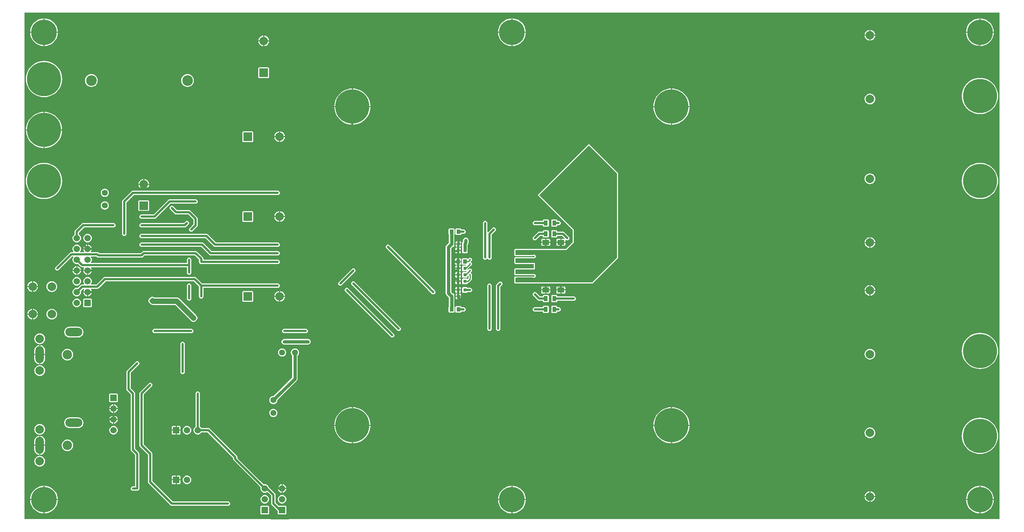
<source format=gbl>
G04 Layer_Physical_Order=2*
G04 Layer_Color=16711680*
%FSLAX25Y25*%
%MOIN*%
G70*
G01*
G75*
%ADD10R,0.03150X0.03150*%
%ADD12R,0.03543X0.03937*%
%ADD19R,0.03543X0.04724*%
%ADD30C,0.02000*%
%ADD31C,0.05000*%
%ADD32C,0.03000*%
%ADD33C,0.01000*%
%ADD34R,0.05905X0.05905*%
%ADD35C,0.05905*%
%ADD36R,0.05905X0.05905*%
%ADD37C,0.05512*%
%ADD38C,0.07874*%
%ADD39R,0.07874X0.07874*%
%ADD40C,0.31496*%
%ADD41C,0.23622*%
%ADD42O,0.07874X0.15748*%
%ADD43O,0.15748X0.07874*%
%ADD44C,0.08661*%
%ADD45R,0.07874X0.07874*%
%ADD46C,0.09842*%
%ADD47C,0.01575*%
%ADD48R,0.06299X0.04724*%
G36*
X903982Y1529D02*
X1529D01*
Y470912D01*
X903982D01*
Y1529D01*
D02*
G37*
%LPC*%
G36*
X120000Y207822D02*
X119303Y207684D01*
X118711Y207289D01*
X118680Y207242D01*
X118235Y207057D01*
X117504Y206496D01*
X116943Y205765D01*
X116758Y205320D01*
X116711Y205289D01*
X116316Y204697D01*
X116178Y204000D01*
X116316Y203303D01*
X116711Y202711D01*
X116758Y202680D01*
X116943Y202235D01*
X117504Y201504D01*
X117904Y201104D01*
X118635Y200543D01*
X119486Y200190D01*
X120400Y200070D01*
X120400Y200070D01*
X140938D01*
X155504Y185504D01*
X156235Y184943D01*
X156680Y184758D01*
X156711Y184711D01*
X157303Y184316D01*
X158000Y184178D01*
X158697Y184316D01*
X159289Y184711D01*
X159320Y184758D01*
X159765Y184943D01*
X160496Y185504D01*
X161057Y186235D01*
X161242Y186680D01*
X161289Y186711D01*
X161684Y187303D01*
X161822Y188000D01*
X161684Y188697D01*
X161289Y189289D01*
X161242Y189320D01*
X161057Y189765D01*
X160496Y190496D01*
X144896Y206096D01*
X144165Y206657D01*
X143314Y207010D01*
X142400Y207130D01*
X121589D01*
X121320Y207242D01*
X121289Y207289D01*
X120697Y207684D01*
X120000Y207822D01*
D02*
G37*
G36*
X442000Y221789D02*
X441220Y221634D01*
X440558Y221192D01*
X438558Y219192D01*
X438116Y218530D01*
X437961Y217750D01*
Y178000D01*
X438116Y177220D01*
X438558Y176558D01*
X439220Y176116D01*
X440000Y175961D01*
X440780Y176116D01*
X441442Y176558D01*
X441884Y177220D01*
X442039Y178000D01*
Y216905D01*
X443442Y218308D01*
X443884Y218970D01*
X444039Y219750D01*
X443884Y220530D01*
X443442Y221192D01*
X442780Y221634D01*
X442000Y221789D01*
D02*
G37*
G36*
X8642Y191010D02*
X4228D01*
X4332Y190221D01*
X4829Y189020D01*
X5621Y187988D01*
X6652Y187197D01*
X7853Y186700D01*
X8642Y186596D01*
Y191010D01*
D02*
G37*
G36*
X26858Y196489D02*
X25569Y196320D01*
X24369Y195822D01*
X23337Y195031D01*
X22546Y194000D01*
X22048Y192798D01*
X21879Y191510D01*
X22048Y190221D01*
X22546Y189020D01*
X23337Y187988D01*
X24369Y187197D01*
X25569Y186700D01*
X26858Y186530D01*
X28147Y186700D01*
X29348Y187197D01*
X30379Y187988D01*
X31171Y189020D01*
X31668Y190221D01*
X31838Y191510D01*
X31668Y192798D01*
X31171Y194000D01*
X30379Y195031D01*
X29348Y195822D01*
X28147Y196320D01*
X26858Y196489D01*
D02*
G37*
G36*
X262000Y178039D02*
X242000D01*
X241220Y177884D01*
X240558Y177442D01*
X240116Y176780D01*
X239961Y176000D01*
X240116Y175220D01*
X240558Y174558D01*
X241220Y174116D01*
X242000Y173961D01*
X262000D01*
X262780Y174116D01*
X263442Y174558D01*
X263884Y175220D01*
X264039Y176000D01*
X263884Y176780D01*
X263442Y177442D01*
X262780Y177884D01*
X262000Y178039D01*
D02*
G37*
G36*
X156000D02*
X122000D01*
X121220Y177884D01*
X120558Y177442D01*
X120116Y176780D01*
X119961Y176000D01*
X120116Y175220D01*
X120558Y174558D01*
X121220Y174116D01*
X122000Y173961D01*
X156000D01*
X156780Y174116D01*
X157442Y174558D01*
X157884Y175220D01*
X158039Y176000D01*
X157884Y176780D01*
X157442Y177442D01*
X156780Y177884D01*
X156000Y178039D01*
D02*
G37*
G36*
X432000Y220039D02*
X431220Y219884D01*
X430558Y219442D01*
X430116Y218780D01*
X429961Y218000D01*
Y178000D01*
X430116Y177220D01*
X430558Y176558D01*
X431220Y176116D01*
X432000Y175961D01*
X432780Y176116D01*
X433442Y176558D01*
X433884Y177220D01*
X434039Y178000D01*
Y218000D01*
X433884Y218780D01*
X433442Y219442D01*
X432780Y219884D01*
X432000Y220039D01*
D02*
G37*
G36*
X306000Y222039D02*
X305220Y221884D01*
X304558Y221442D01*
X304116Y220780D01*
X303961Y220000D01*
X304116Y219220D01*
X304558Y218558D01*
X346558Y176558D01*
X347220Y176116D01*
X348000Y175961D01*
X348780Y176116D01*
X349442Y176558D01*
X349884Y177220D01*
X350039Y178000D01*
X349884Y178780D01*
X349442Y179442D01*
X307442Y221442D01*
X306780Y221884D01*
X306000Y222039D01*
D02*
G37*
G36*
X398622Y270988D02*
X395079D01*
X394689Y270911D01*
X394358Y270690D01*
X394137Y270359D01*
X394059Y269969D01*
Y266032D01*
X394137Y265641D01*
X394301Y265395D01*
Y258348D01*
X394256Y258120D01*
Y257555D01*
X392198Y255497D01*
X391645Y254670D01*
X391451Y253694D01*
Y210850D01*
X391645Y209875D01*
X392198Y209048D01*
X394256Y206990D01*
Y206425D01*
X394301Y206197D01*
Y198605D01*
X394137Y198359D01*
X394059Y197968D01*
Y194032D01*
X394137Y193641D01*
X394358Y193310D01*
X394689Y193089D01*
X395079Y193012D01*
X398622D01*
X399012Y193089D01*
X399343Y193310D01*
X399564Y193641D01*
X399642Y194032D01*
Y197968D01*
X399564Y198359D01*
X399399Y198605D01*
Y206197D01*
X399445Y206425D01*
Y209575D01*
X399367Y209965D01*
X399146Y210296D01*
X398815Y210517D01*
X398425Y210594D01*
X397861D01*
X396549Y211906D01*
Y252639D01*
X397861Y253950D01*
X398425D01*
X398815Y254028D01*
X399146Y254249D01*
X399367Y254580D01*
X399445Y254970D01*
Y258120D01*
X399399Y258348D01*
Y265395D01*
X399564Y265641D01*
X399642Y266032D01*
Y269969D01*
X399564Y270359D01*
X399343Y270690D01*
X399012Y270911D01*
X398622Y270988D01*
D02*
G37*
G36*
X493709Y199382D02*
X490165D01*
X489775Y199304D01*
X489444Y199083D01*
X489223Y198752D01*
X489146Y198362D01*
Y193638D01*
X489223Y193248D01*
X489444Y192917D01*
X489775Y192696D01*
X490165Y192618D01*
X493709D01*
X494099Y192696D01*
X494430Y192917D01*
X494651Y193248D01*
X494728Y193638D01*
Y193961D01*
X496000D01*
X496780Y194116D01*
X497442Y194558D01*
X497884Y195220D01*
X498039Y196000D01*
X497884Y196780D01*
X497442Y197442D01*
X496780Y197884D01*
X496000Y198039D01*
X494728D01*
Y198362D01*
X494651Y198752D01*
X494430Y199083D01*
X494099Y199304D01*
X493709Y199382D01*
D02*
G37*
G36*
X50000Y205987D02*
X48968Y205851D01*
X48007Y205453D01*
X47181Y204819D01*
X46547Y203993D01*
X46149Y203032D01*
X46013Y202000D01*
X46149Y200968D01*
X46547Y200007D01*
X47181Y199181D01*
X48007Y198547D01*
X48968Y198149D01*
X50000Y198013D01*
X51032Y198149D01*
X51993Y198547D01*
X52819Y199181D01*
X53453Y200007D01*
X53851Y200968D01*
X53987Y202000D01*
X53851Y203032D01*
X53453Y203993D01*
X52819Y204819D01*
X51993Y205453D01*
X51032Y205851D01*
X50000Y205987D01*
D02*
G37*
G36*
X404921Y198988D02*
X401378D01*
X400988Y198910D01*
X400657Y198689D01*
X400436Y198359D01*
X400358Y197968D01*
Y194032D01*
X400436Y193641D01*
X400657Y193310D01*
X400988Y193089D01*
X401378Y193012D01*
X404921D01*
X405311Y193089D01*
X405642Y193310D01*
X405863Y193641D01*
X405927Y193961D01*
X408000D01*
X408780Y194116D01*
X409442Y194558D01*
X409884Y195220D01*
X410039Y196000D01*
X409884Y196780D01*
X409442Y197442D01*
X408780Y197884D01*
X408000Y198039D01*
X405927D01*
X405863Y198359D01*
X405642Y198689D01*
X405311Y198910D01*
X404921Y198988D01*
D02*
G37*
G36*
X8642Y196423D02*
X7853Y196320D01*
X6652Y195822D01*
X5621Y195031D01*
X4829Y194000D01*
X4332Y192798D01*
X4228Y192010D01*
X8642D01*
Y196423D01*
D02*
G37*
G36*
X14055Y191010D02*
X9642D01*
Y186596D01*
X10430Y186700D01*
X11631Y187197D01*
X12663Y187988D01*
X13454Y189020D01*
X13952Y190221D01*
X14055Y191010D01*
D02*
G37*
G36*
X485835Y199382D02*
X482291D01*
X481901Y199304D01*
X481570Y199083D01*
X481349Y198752D01*
X481272Y198362D01*
Y198039D01*
X474000D01*
X473220Y197884D01*
X472558Y197442D01*
X472116Y196780D01*
X471961Y196000D01*
X472116Y195220D01*
X472558Y194558D01*
X473220Y194116D01*
X474000Y193961D01*
X481272D01*
Y193638D01*
X481349Y193248D01*
X481570Y192917D01*
X481901Y192696D01*
X482291Y192618D01*
X485835D01*
X486225Y192696D01*
X486556Y192917D01*
X486777Y193248D01*
X486854Y193638D01*
Y198362D01*
X486777Y198752D01*
X486556Y199083D01*
X486225Y199304D01*
X485835Y199382D01*
D02*
G37*
G36*
X9642Y196423D02*
Y192010D01*
X14055D01*
X13952Y192798D01*
X13454Y194000D01*
X12663Y195031D01*
X11631Y195822D01*
X10430Y196320D01*
X9642Y196423D01*
D02*
G37*
G36*
X15248Y153500D02*
X10768D01*
Y150063D01*
X10938Y148774D01*
X11436Y147573D01*
X12227Y146542D01*
X13258Y145750D01*
X14459Y145253D01*
X15248Y145149D01*
Y153500D01*
D02*
G37*
G36*
X885827Y174264D02*
X883636Y174121D01*
X881483Y173692D01*
X879404Y172987D01*
X877435Y172016D01*
X875609Y170796D01*
X873959Y169348D01*
X872511Y167698D01*
X871291Y165872D01*
X870320Y163903D01*
X869615Y161824D01*
X869186Y159671D01*
X869043Y157480D01*
X869186Y155290D01*
X869615Y153136D01*
X870320Y151057D01*
X871291Y149088D01*
X872511Y147263D01*
X873959Y145612D01*
X875609Y144165D01*
X877435Y142945D01*
X879404Y141974D01*
X881483Y141268D01*
X883636Y140840D01*
X885827Y140696D01*
X888017Y140840D01*
X890171Y141268D01*
X892250Y141974D01*
X894219Y142945D01*
X896044Y144165D01*
X897695Y145612D01*
X899142Y147263D01*
X900362Y149088D01*
X901333Y151057D01*
X902039Y153136D01*
X902467Y155290D01*
X902611Y157480D01*
X902467Y159671D01*
X902039Y161824D01*
X901333Y163903D01*
X900362Y165872D01*
X899142Y167698D01*
X897695Y169348D01*
X896044Y170796D01*
X894219Y172016D01*
X892250Y172987D01*
X890171Y173692D01*
X888017Y174121D01*
X885827Y174264D01*
D02*
G37*
G36*
X41339Y159377D02*
X39947Y159194D01*
X38650Y158656D01*
X37537Y157802D01*
X36682Y156688D01*
X36145Y155392D01*
X35962Y154000D01*
X36145Y152608D01*
X36682Y151312D01*
X37537Y150198D01*
X38650Y149344D01*
X39947Y148807D01*
X41339Y148623D01*
X42730Y148807D01*
X44027Y149344D01*
X45140Y150198D01*
X45995Y151312D01*
X46532Y152608D01*
X46715Y154000D01*
X46532Y155392D01*
X45995Y156688D01*
X45140Y157802D01*
X44027Y158656D01*
X42730Y159194D01*
X41339Y159377D01*
D02*
G37*
G36*
X20728Y153500D02*
X16248D01*
Y145149D01*
X17037Y145253D01*
X18238Y145750D01*
X19269Y146542D01*
X20061Y147573D01*
X20558Y148774D01*
X20728Y150063D01*
Y153500D01*
D02*
G37*
G36*
X251905Y159788D02*
X250925Y159659D01*
X250011Y159281D01*
X249227Y158679D01*
X248625Y157894D01*
X248246Y156981D01*
X248117Y156000D01*
X248246Y155019D01*
X248625Y154106D01*
X249227Y153321D01*
X249357Y153222D01*
Y132867D01*
X232162Y115673D01*
X232000Y115694D01*
X231019Y115565D01*
X230106Y115186D01*
X229321Y114584D01*
X228719Y113800D01*
X228341Y112886D01*
X228212Y111906D01*
X228341Y110925D01*
X228719Y110011D01*
X229321Y109227D01*
X230106Y108625D01*
X231019Y108246D01*
X232000Y108117D01*
X232980Y108246D01*
X233894Y108625D01*
X234679Y109227D01*
X235281Y110011D01*
X235659Y110925D01*
X235788Y111906D01*
X235767Y112068D01*
X253708Y130009D01*
X254260Y130836D01*
X254454Y131811D01*
Y153222D01*
X254584Y153321D01*
X255186Y154106D01*
X255565Y155019D01*
X255694Y156000D01*
X255565Y156981D01*
X255186Y157894D01*
X254584Y158679D01*
X253800Y159281D01*
X252886Y159659D01*
X251905Y159788D01*
D02*
G37*
G36*
X86953Y117972D02*
X81047D01*
X80657Y117895D01*
X80326Y117674D01*
X80105Y117343D01*
X80028Y116953D01*
Y111047D01*
X80105Y110657D01*
X80326Y110326D01*
X80657Y110105D01*
X81047Y110028D01*
X86953D01*
X87343Y110105D01*
X87674Y110326D01*
X87895Y110657D01*
X87972Y111047D01*
Y116953D01*
X87895Y117343D01*
X87674Y117674D01*
X87343Y117895D01*
X86953Y117972D01*
D02*
G37*
G36*
X148000Y166039D02*
X147220Y165884D01*
X146558Y165442D01*
X146116Y164780D01*
X145961Y164000D01*
Y138000D01*
X146116Y137220D01*
X146558Y136558D01*
X147220Y136116D01*
X148000Y135961D01*
X148780Y136116D01*
X149442Y136558D01*
X149884Y137220D01*
X150039Y138000D01*
Y164000D01*
X149884Y164780D01*
X149442Y165442D01*
X148780Y165884D01*
X148000Y166039D01*
D02*
G37*
G36*
X15748Y144216D02*
X14459Y144046D01*
X13258Y143549D01*
X12227Y142757D01*
X11436Y141726D01*
X10938Y140525D01*
X10768Y139236D01*
X10938Y137947D01*
X11436Y136746D01*
X12227Y135715D01*
X13258Y134924D01*
X14459Y134426D01*
X15748Y134257D01*
X17037Y134426D01*
X18238Y134924D01*
X19269Y135715D01*
X20061Y136746D01*
X20558Y137947D01*
X20728Y139236D01*
X20558Y140525D01*
X20061Y141726D01*
X19269Y142757D01*
X18238Y143549D01*
X17037Y144046D01*
X15748Y144216D01*
D02*
G37*
G36*
Y173743D02*
X14459Y173574D01*
X13258Y173076D01*
X12227Y172285D01*
X11436Y171254D01*
X10938Y170053D01*
X10768Y168764D01*
X10938Y167475D01*
X11436Y166274D01*
X12227Y165243D01*
X13258Y164451D01*
X14459Y163954D01*
X15748Y163784D01*
X17037Y163954D01*
X18238Y164451D01*
X19269Y165243D01*
X20061Y166274D01*
X20558Y167475D01*
X20728Y168764D01*
X20558Y170053D01*
X20061Y171254D01*
X19269Y172285D01*
X18238Y173076D01*
X17037Y173574D01*
X15748Y173743D01*
D02*
G37*
G36*
X264000Y168549D02*
X242000D01*
X241024Y168355D01*
X240198Y167802D01*
X239645Y166975D01*
X239451Y166000D01*
X239645Y165024D01*
X240198Y164198D01*
X241024Y163645D01*
X242000Y163451D01*
X264000D01*
X264976Y163645D01*
X265802Y164198D01*
X266355Y165024D01*
X266549Y166000D01*
X266355Y166975D01*
X265802Y167802D01*
X264976Y168355D01*
X264000Y168549D01*
D02*
G37*
G36*
X300000Y216039D02*
X299220Y215884D01*
X298558Y215442D01*
X298116Y214780D01*
X297961Y214000D01*
X298116Y213220D01*
X298558Y212558D01*
X340558Y170558D01*
X341220Y170116D01*
X342000Y169961D01*
X342780Y170116D01*
X343442Y170558D01*
X343884Y171220D01*
X344039Y172000D01*
X343884Y172780D01*
X343442Y173442D01*
X301442Y215442D01*
X300780Y215884D01*
X300000Y216039D01*
D02*
G37*
G36*
X51181Y179846D02*
X43307D01*
X42018Y179676D01*
X40817Y179179D01*
X39786Y178387D01*
X38995Y177356D01*
X38497Y176155D01*
X38328Y174866D01*
X38497Y173577D01*
X38995Y172376D01*
X39786Y171345D01*
X40817Y170554D01*
X42018Y170056D01*
X43307Y169887D01*
X51181D01*
X52470Y170056D01*
X53671Y170554D01*
X54702Y171345D01*
X55494Y172376D01*
X55991Y173577D01*
X56161Y174866D01*
X55991Y176155D01*
X55494Y177356D01*
X54702Y178387D01*
X53671Y179179D01*
X52470Y179676D01*
X51181Y179846D01*
D02*
G37*
G36*
X240094Y159788D02*
X239114Y159659D01*
X238200Y159281D01*
X237416Y158679D01*
X236814Y157894D01*
X236435Y156981D01*
X236306Y156000D01*
X236435Y155019D01*
X236814Y154106D01*
X237416Y153321D01*
X238200Y152719D01*
X239114Y152341D01*
X240094Y152212D01*
X241075Y152341D01*
X241989Y152719D01*
X242773Y153321D01*
X243375Y154106D01*
X243754Y155019D01*
X243883Y156000D01*
X243754Y156981D01*
X243375Y157894D01*
X242773Y158679D01*
X241989Y159281D01*
X241075Y159659D01*
X240094Y159788D01*
D02*
G37*
G36*
X784000Y159452D02*
X782711Y159282D01*
X781510Y158785D01*
X780479Y157994D01*
X779688Y156962D01*
X779190Y155761D01*
X779020Y154472D01*
X779190Y153184D01*
X779688Y151983D01*
X780479Y150951D01*
X781510Y150160D01*
X782711Y149662D01*
X784000Y149493D01*
X785289Y149662D01*
X786490Y150160D01*
X787521Y150951D01*
X788312Y151983D01*
X788810Y153184D01*
X788980Y154472D01*
X788810Y155761D01*
X788312Y156962D01*
X787521Y157994D01*
X786490Y158785D01*
X785289Y159282D01*
X784000Y159452D01*
D02*
G37*
G36*
X16248Y162851D02*
Y154500D01*
X20728D01*
Y157937D01*
X20558Y159226D01*
X20061Y160427D01*
X19269Y161458D01*
X18238Y162250D01*
X17037Y162747D01*
X16248Y162851D01*
D02*
G37*
G36*
X15248D02*
X14459Y162747D01*
X13258Y162250D01*
X12227Y161458D01*
X11436Y160427D01*
X10938Y159226D01*
X10768Y157937D01*
Y154500D01*
X15248D01*
Y162851D01*
D02*
G37*
G36*
X502169Y213500D02*
X498500D01*
Y210618D01*
X501150D01*
X501540Y210696D01*
X501871Y210917D01*
X502092Y211248D01*
X502169Y211638D01*
Y213500D01*
D02*
G37*
G36*
X497500D02*
X493831D01*
Y211638D01*
X493908Y211248D01*
X494129Y210917D01*
X494460Y210696D01*
X494850Y210618D01*
X497500D01*
Y213500D01*
D02*
G37*
G36*
X405445D02*
X403350D01*
Y211406D01*
X404425D01*
X404815Y211483D01*
X405146Y211704D01*
X405367Y212035D01*
X405445Y212425D01*
Y213500D01*
D02*
G37*
G36*
X402350D02*
X400256D01*
Y212425D01*
X400334Y212035D01*
X400555Y211704D01*
X400885Y211483D01*
X401276Y211406D01*
X402350D01*
Y213500D01*
D02*
G37*
G36*
X338000Y256039D02*
X337220Y255884D01*
X336558Y255442D01*
X336116Y254780D01*
X335961Y254000D01*
X336116Y253220D01*
X336558Y252558D01*
X375454Y213662D01*
X375658Y213357D01*
X378457Y210558D01*
X379118Y210116D01*
X379899Y209961D01*
X379899Y209961D01*
X380000D01*
X380780Y210116D01*
X381442Y210558D01*
X381884Y211220D01*
X382039Y212000D01*
X381884Y212780D01*
X381442Y213442D01*
X381137Y213646D01*
X378746Y216037D01*
X378542Y216342D01*
X339442Y255442D01*
X338780Y255884D01*
X338000Y256039D01*
D02*
G37*
G36*
X788914Y213028D02*
X784500D01*
Y208614D01*
X785289Y208718D01*
X786490Y209215D01*
X787521Y210006D01*
X788312Y211038D01*
X788810Y212239D01*
X788914Y213028D01*
D02*
G37*
G36*
X488169Y213500D02*
X484500D01*
Y210618D01*
X487150D01*
X487540Y210696D01*
X487871Y210917D01*
X488092Y211248D01*
X488169Y211638D01*
Y213500D01*
D02*
G37*
G36*
X483500D02*
X479831D01*
Y211638D01*
X479908Y211248D01*
X480129Y210917D01*
X480460Y210696D01*
X480850Y210618D01*
X483500D01*
Y213500D01*
D02*
G37*
G36*
X784500Y218441D02*
Y214028D01*
X788914D01*
X788810Y214816D01*
X788312Y216017D01*
X787521Y217049D01*
X786490Y217840D01*
X785289Y218337D01*
X784500Y218441D01*
D02*
G37*
G36*
X783500D02*
X782711Y218337D01*
X781510Y217840D01*
X780479Y217049D01*
X779688Y216017D01*
X779190Y214816D01*
X779086Y214028D01*
X783500D01*
Y218441D01*
D02*
G37*
G36*
X483500Y217382D02*
X480850D01*
X480460Y217304D01*
X480129Y217083D01*
X479908Y216752D01*
X479831Y216362D01*
Y214500D01*
X483500D01*
Y217382D01*
D02*
G37*
G36*
X402350Y216594D02*
X401276D01*
X400885Y216517D01*
X400555Y216296D01*
X400334Y215965D01*
X400256Y215575D01*
Y214500D01*
X402350D01*
Y216594D01*
D02*
G37*
G36*
X26858Y222080D02*
X25569Y221910D01*
X24369Y221413D01*
X23337Y220621D01*
X22546Y219590D01*
X22048Y218389D01*
X21879Y217100D01*
X22048Y215811D01*
X22546Y214610D01*
X23337Y213579D01*
X24369Y212788D01*
X25569Y212290D01*
X26858Y212121D01*
X28147Y212290D01*
X29348Y212788D01*
X30379Y213579D01*
X31171Y214610D01*
X31668Y215811D01*
X31838Y217100D01*
X31668Y218389D01*
X31171Y219590D01*
X30379Y220621D01*
X29348Y221413D01*
X28147Y221910D01*
X26858Y222080D01*
D02*
G37*
G36*
X410724Y216594D02*
X407575D01*
X407185Y216517D01*
X406854Y216296D01*
X406633Y215965D01*
X406555Y215575D01*
Y212425D01*
X406633Y212035D01*
X406854Y211704D01*
X407185Y211483D01*
X407575Y211406D01*
X410724D01*
X411115Y211483D01*
X411445Y211704D01*
X411617Y211961D01*
X414000D01*
X414780Y212116D01*
X415442Y212558D01*
X415884Y213220D01*
X416039Y214000D01*
X415884Y214780D01*
X415442Y215442D01*
X414780Y215884D01*
X414000Y216039D01*
X411617D01*
X411445Y216296D01*
X411115Y216517D01*
X410724Y216594D01*
D02*
G37*
G36*
X14055Y216600D02*
X9642D01*
Y212186D01*
X10430Y212290D01*
X11631Y212788D01*
X12663Y213579D01*
X13454Y214610D01*
X13952Y215811D01*
X14055Y216600D01*
D02*
G37*
G36*
X8642D02*
X4228D01*
X4332Y215811D01*
X4829Y214610D01*
X5621Y213579D01*
X6652Y212788D01*
X7853Y212290D01*
X8642Y212186D01*
Y216600D01*
D02*
G37*
G36*
X242678Y207500D02*
X238264D01*
Y203086D01*
X239053Y203190D01*
X240254Y203688D01*
X241285Y204479D01*
X242076Y205510D01*
X242574Y206711D01*
X242678Y207500D01*
D02*
G37*
G36*
X237264D02*
X232850D01*
X232954Y206711D01*
X233451Y205510D01*
X234243Y204479D01*
X235274Y203688D01*
X236475Y203190D01*
X237264Y203086D01*
Y207500D01*
D02*
G37*
G36*
X402650D02*
X400555D01*
Y206425D01*
X400633Y206035D01*
X400854Y205704D01*
X401185Y205483D01*
X401575Y205406D01*
X402650D01*
Y207500D01*
D02*
G37*
G36*
X154000Y220039D02*
X153220Y219884D01*
X152558Y219442D01*
X152116Y218780D01*
X151961Y218000D01*
Y206000D01*
X152116Y205220D01*
X152558Y204558D01*
X153220Y204116D01*
X154000Y203961D01*
X154780Y204116D01*
X155442Y204558D01*
X155884Y205220D01*
X156039Y206000D01*
Y218000D01*
X155884Y218780D01*
X155442Y219442D01*
X154780Y219884D01*
X154000Y220039D01*
D02*
G37*
G36*
X474000Y212039D02*
X473220Y211884D01*
X472558Y211442D01*
X472116Y210780D01*
X471961Y210000D01*
X472116Y209220D01*
X472558Y208558D01*
X476558Y204558D01*
X477220Y204116D01*
X478000Y203961D01*
X481272D01*
Y203638D01*
X481349Y203248D01*
X481570Y202917D01*
X481901Y202696D01*
X482291Y202618D01*
X485835D01*
X486225Y202696D01*
X486556Y202917D01*
X486777Y203248D01*
X486854Y203638D01*
Y208362D01*
X486777Y208752D01*
X486556Y209083D01*
X486225Y209304D01*
X485835Y209382D01*
X482291D01*
X481901Y209304D01*
X481570Y209083D01*
X481349Y208752D01*
X481272Y208362D01*
Y208039D01*
X478845D01*
X475442Y211442D01*
X474780Y211884D01*
X474000Y212039D01*
D02*
G37*
G36*
X62953Y205972D02*
X57047D01*
X56657Y205895D01*
X56326Y205674D01*
X56105Y205343D01*
X56028Y204953D01*
Y199047D01*
X56105Y198657D01*
X56326Y198326D01*
X56657Y198105D01*
X57047Y198028D01*
X62953D01*
X63343Y198105D01*
X63674Y198326D01*
X63895Y198657D01*
X63972Y199047D01*
Y204953D01*
X63895Y205343D01*
X63674Y205674D01*
X63343Y205895D01*
X62953Y205972D01*
D02*
G37*
G36*
X212173Y212957D02*
X204299D01*
X203909Y212879D01*
X203578Y212658D01*
X203357Y212327D01*
X203280Y211937D01*
Y204063D01*
X203357Y203673D01*
X203578Y203342D01*
X203909Y203121D01*
X204299Y203043D01*
X212173D01*
X212563Y203121D01*
X212894Y203342D01*
X213115Y203673D01*
X213193Y204063D01*
Y211937D01*
X213115Y212327D01*
X212894Y212658D01*
X212563Y212879D01*
X212173Y212957D01*
D02*
G37*
G36*
X493709Y209382D02*
X490165D01*
X489775Y209304D01*
X489444Y209083D01*
X489223Y208752D01*
X489146Y208362D01*
Y203638D01*
X489223Y203248D01*
X489444Y202917D01*
X489775Y202696D01*
X490165Y202618D01*
X493709D01*
X494099Y202696D01*
X494430Y202917D01*
X494651Y203248D01*
X494728Y203638D01*
Y203961D01*
X510000D01*
X510780Y204116D01*
X511442Y204558D01*
X511884Y205220D01*
X512039Y206000D01*
X511884Y206780D01*
X511442Y207442D01*
X510780Y207884D01*
X510000Y208039D01*
X494728D01*
Y208362D01*
X494651Y208752D01*
X494430Y209083D01*
X494099Y209304D01*
X493709Y209382D01*
D02*
G37*
G36*
X402650Y210594D02*
X401575D01*
X401185Y210517D01*
X400854Y210296D01*
X400633Y209965D01*
X400555Y209575D01*
Y208500D01*
X402650D01*
Y210594D01*
D02*
G37*
G36*
X238264Y212914D02*
Y208500D01*
X242678D01*
X242574Y209289D01*
X242076Y210490D01*
X241285Y211521D01*
X240254Y212313D01*
X239053Y212810D01*
X238264Y212914D01*
D02*
G37*
G36*
X783500Y213028D02*
X779086D01*
X779190Y212239D01*
X779688Y211038D01*
X780479Y210006D01*
X781510Y209215D01*
X782711Y208718D01*
X783500Y208614D01*
Y213028D01*
D02*
G37*
G36*
X404724Y210594D02*
X403650D01*
Y208500D01*
X405744D01*
Y209575D01*
X405666Y209965D01*
X405445Y210296D01*
X405115Y210517D01*
X404724Y210594D01*
D02*
G37*
G36*
X59500Y211500D02*
X56079D01*
X56149Y210968D01*
X56547Y210007D01*
X57181Y209181D01*
X58007Y208547D01*
X58968Y208149D01*
X59500Y208079D01*
Y211500D01*
D02*
G37*
G36*
X405744Y207500D02*
X403650D01*
Y205406D01*
X404724D01*
X405115Y205483D01*
X405445Y205704D01*
X405666Y206035D01*
X405744Y206425D01*
Y207500D01*
D02*
G37*
G36*
X237264Y212914D02*
X236475Y212810D01*
X235274Y212313D01*
X234243Y211521D01*
X233451Y210490D01*
X232954Y209289D01*
X232850Y208500D01*
X237264D01*
Y212914D01*
D02*
G37*
G36*
X63921Y211500D02*
X60500D01*
Y208079D01*
X61032Y208149D01*
X61993Y208547D01*
X62819Y209181D01*
X63453Y210007D01*
X63851Y210968D01*
X63921Y211500D01*
D02*
G37*
G36*
X239500Y29500D02*
X236079D01*
X236149Y28968D01*
X236547Y28007D01*
X237181Y27181D01*
X238007Y26547D01*
X238968Y26149D01*
X239500Y26079D01*
Y29500D01*
D02*
G37*
G36*
X784500Y27386D02*
Y22972D01*
X788914D01*
X788810Y23761D01*
X788312Y24962D01*
X787521Y25994D01*
X786490Y26785D01*
X785289Y27282D01*
X784500Y27386D01*
D02*
G37*
G36*
X106000Y148039D02*
X105220Y147884D01*
X104558Y147442D01*
X96558Y139442D01*
X96116Y138780D01*
X95961Y138000D01*
Y122000D01*
X96116Y121220D01*
X96558Y120558D01*
X99961Y117155D01*
Y66000D01*
X100116Y65220D01*
X100558Y64558D01*
X103961Y61155D01*
Y32039D01*
X102000D01*
X101220Y31884D01*
X100558Y31442D01*
X100116Y30780D01*
X99961Y30000D01*
X100116Y29220D01*
X100558Y28558D01*
X101220Y28116D01*
X102000Y27961D01*
X106000D01*
X106780Y28116D01*
X107442Y28558D01*
X107884Y29220D01*
X108039Y30000D01*
Y62000D01*
X107884Y62780D01*
X107442Y63442D01*
X104039Y66845D01*
Y118000D01*
X103884Y118780D01*
X103442Y119442D01*
X100039Y122845D01*
Y137155D01*
X107442Y144558D01*
X107884Y145220D01*
X108039Y146000D01*
X107884Y146780D01*
X107442Y147442D01*
X106780Y147884D01*
X106000Y148039D01*
D02*
G37*
G36*
X243921Y29500D02*
X240500D01*
Y26079D01*
X241032Y26149D01*
X241993Y26547D01*
X242819Y27181D01*
X243453Y28007D01*
X243851Y28968D01*
X243921Y29500D01*
D02*
G37*
G36*
X885327Y32496D02*
X883817Y32377D01*
X881856Y31907D01*
X879993Y31135D01*
X878273Y30081D01*
X876740Y28772D01*
X875430Y27239D01*
X874377Y25519D01*
X873605Y23656D01*
X873134Y21695D01*
X873015Y20185D01*
X885327D01*
Y32496D01*
D02*
G37*
G36*
X453256D02*
Y20185D01*
X465567D01*
X465448Y21695D01*
X464978Y23656D01*
X464206Y25519D01*
X463152Y27239D01*
X461843Y28772D01*
X460309Y30081D01*
X458590Y31135D01*
X456727Y31907D01*
X454766Y32377D01*
X453256Y32496D01*
D02*
G37*
G36*
X783500Y27386D02*
X782711Y27282D01*
X781510Y26785D01*
X780479Y25994D01*
X779688Y24962D01*
X779190Y23761D01*
X779086Y22972D01*
X783500D01*
Y27386D01*
D02*
G37*
G36*
X886327Y32496D02*
Y20185D01*
X898638D01*
X898519Y21695D01*
X898048Y23656D01*
X897277Y25519D01*
X896223Y27239D01*
X894913Y28772D01*
X893380Y30081D01*
X891661Y31135D01*
X889798Y31907D01*
X887837Y32377D01*
X886327Y32496D01*
D02*
G37*
G36*
X141500Y41972D02*
X139047D01*
X138657Y41895D01*
X138326Y41674D01*
X138105Y41343D01*
X138028Y40953D01*
Y38500D01*
X141500D01*
Y41972D01*
D02*
G37*
G36*
X145972Y37500D02*
X142500D01*
Y34028D01*
X144953D01*
X145343Y34105D01*
X145674Y34326D01*
X145895Y34657D01*
X145972Y35047D01*
Y37500D01*
D02*
G37*
G36*
X15748Y60216D02*
X14459Y60046D01*
X13258Y59549D01*
X12227Y58757D01*
X11436Y57726D01*
X10938Y56525D01*
X10768Y55236D01*
X10938Y53947D01*
X11436Y52746D01*
X12227Y51715D01*
X13258Y50924D01*
X14459Y50426D01*
X15748Y50257D01*
X17037Y50426D01*
X18238Y50924D01*
X19269Y51715D01*
X20061Y52746D01*
X20558Y53947D01*
X20728Y55236D01*
X20558Y56525D01*
X20061Y57726D01*
X19269Y58757D01*
X18238Y59549D01*
X17037Y60046D01*
X15748Y60216D01*
D02*
G37*
G36*
X144953Y41972D02*
X142500D01*
Y38500D01*
X145972D01*
Y40953D01*
X145895Y41343D01*
X145674Y41674D01*
X145343Y41895D01*
X144953Y41972D01*
D02*
G37*
G36*
X240500Y33921D02*
Y30500D01*
X243921D01*
X243851Y31032D01*
X243453Y31993D01*
X242819Y32819D01*
X241993Y33453D01*
X241032Y33851D01*
X240500Y33921D01*
D02*
G37*
G36*
X239500D02*
X238968Y33851D01*
X238007Y33453D01*
X237181Y32819D01*
X236547Y31993D01*
X236149Y31032D01*
X236079Y30500D01*
X239500D01*
Y33921D01*
D02*
G37*
G36*
X141500Y37500D02*
X138028D01*
Y35047D01*
X138105Y34657D01*
X138326Y34326D01*
X138657Y34105D01*
X139047Y34028D01*
X141500D01*
Y37500D01*
D02*
G37*
G36*
X152000Y41987D02*
X150968Y41851D01*
X150007Y41453D01*
X149181Y40819D01*
X148547Y39993D01*
X148149Y39032D01*
X148013Y38000D01*
X148149Y36968D01*
X148547Y36007D01*
X149181Y35181D01*
X150007Y34547D01*
X150968Y34149D01*
X152000Y34013D01*
X153032Y34149D01*
X153993Y34547D01*
X154819Y35181D01*
X155453Y36007D01*
X155851Y36968D01*
X155987Y38000D01*
X155851Y39032D01*
X155453Y39993D01*
X154819Y40819D01*
X153993Y41453D01*
X153032Y41851D01*
X152000Y41987D01*
D02*
G37*
G36*
X465567Y19185D02*
X453256D01*
Y6874D01*
X454766Y6993D01*
X456727Y7463D01*
X458590Y8235D01*
X460309Y9289D01*
X461843Y10598D01*
X463152Y12132D01*
X464206Y13851D01*
X464978Y15714D01*
X465448Y17675D01*
X465567Y19185D01*
D02*
G37*
G36*
X452256D02*
X439945D01*
X440063Y17675D01*
X440534Y15714D01*
X441306Y13851D01*
X442359Y12132D01*
X443669Y10598D01*
X445202Y9289D01*
X446922Y8235D01*
X448785Y7463D01*
X450746Y6993D01*
X452256Y6874D01*
Y19185D01*
D02*
G37*
G36*
X898638D02*
X886327D01*
Y6874D01*
X887837Y6993D01*
X889798Y7463D01*
X891661Y8235D01*
X893380Y9289D01*
X894913Y10598D01*
X896223Y12132D01*
X897277Y13851D01*
X898048Y15714D01*
X898519Y17675D01*
X898638Y19185D01*
D02*
G37*
G36*
X885327D02*
X873015D01*
X873134Y17675D01*
X873605Y15714D01*
X874377Y13851D01*
X875430Y12132D01*
X876740Y10598D01*
X878273Y9289D01*
X879993Y8235D01*
X881856Y7463D01*
X883817Y6993D01*
X885327Y6874D01*
Y19185D01*
D02*
G37*
G36*
X162000Y120039D02*
X161220Y119884D01*
X160558Y119442D01*
X160116Y118780D01*
X159961Y118000D01*
Y87418D01*
X159181Y86819D01*
X158547Y85993D01*
X158149Y85032D01*
X158013Y84000D01*
X158149Y82968D01*
X158547Y82007D01*
X159181Y81181D01*
X160007Y80547D01*
X160968Y80149D01*
X162000Y80013D01*
X163032Y80149D01*
X163993Y80547D01*
X164819Y81181D01*
X165418Y81961D01*
X171097D01*
X194748Y58310D01*
Y57213D01*
X194903Y56432D01*
X195345Y55771D01*
X220142Y30975D01*
X220013Y30000D01*
X220149Y28968D01*
X220547Y28007D01*
X221181Y27181D01*
X222007Y26547D01*
X222968Y26149D01*
X224000Y26013D01*
X225032Y26149D01*
X225993Y26547D01*
X226376Y26841D01*
X229961Y23257D01*
Y16000D01*
X230116Y15220D01*
X230558Y14558D01*
X236028Y9088D01*
Y7047D01*
X236105Y6657D01*
X236326Y6326D01*
X236657Y6105D01*
X237047Y6028D01*
X242953D01*
X243343Y6105D01*
X243674Y6326D01*
X243895Y6657D01*
X243972Y7047D01*
Y12953D01*
X243895Y13343D01*
X243674Y13674D01*
X243343Y13895D01*
X242953Y13972D01*
X237047D01*
X236934Y13950D01*
X234039Y16845D01*
Y24101D01*
X233884Y24882D01*
X233442Y25543D01*
X227779Y31206D01*
X227453Y31993D01*
X226819Y32819D01*
X225993Y33453D01*
X225032Y33851D01*
X224000Y33987D01*
X223025Y33858D01*
X198827Y58057D01*
Y59155D01*
X198671Y59935D01*
X198229Y60597D01*
X173384Y85442D01*
X172722Y85884D01*
X171942Y86039D01*
X165418D01*
X164819Y86819D01*
X164039Y87418D01*
Y118000D01*
X163884Y118780D01*
X163442Y119442D01*
X162780Y119884D01*
X162000Y120039D01*
D02*
G37*
G36*
X226953Y13972D02*
X221047D01*
X220657Y13895D01*
X220326Y13674D01*
X220105Y13343D01*
X220028Y12953D01*
Y7047D01*
X220105Y6657D01*
X220326Y6326D01*
X220657Y6105D01*
X221047Y6028D01*
X226953D01*
X227343Y6105D01*
X227674Y6326D01*
X227895Y6657D01*
X227972Y7047D01*
Y12953D01*
X227895Y13343D01*
X227674Y13674D01*
X227343Y13895D01*
X226953Y13972D01*
D02*
G37*
G36*
X32496Y19185D02*
X20185D01*
Y6874D01*
X21695Y6993D01*
X23656Y7463D01*
X25519Y8235D01*
X27239Y9289D01*
X28772Y10598D01*
X30081Y12132D01*
X31135Y13851D01*
X31907Y15714D01*
X32377Y17675D01*
X32496Y19185D01*
D02*
G37*
G36*
X19185D02*
X6874D01*
X6993Y17675D01*
X7463Y15714D01*
X8235Y13851D01*
X9289Y12132D01*
X10598Y10598D01*
X12132Y9289D01*
X13851Y8235D01*
X15714Y7463D01*
X17675Y6993D01*
X19185Y6874D01*
Y19185D01*
D02*
G37*
G36*
Y32496D02*
X17675Y32377D01*
X15714Y31907D01*
X13851Y31135D01*
X12132Y30081D01*
X10598Y28772D01*
X9289Y27239D01*
X8235Y25519D01*
X7463Y23656D01*
X6993Y21695D01*
X6874Y20185D01*
X19185D01*
Y32496D01*
D02*
G37*
G36*
X788914Y21972D02*
X784500D01*
Y17559D01*
X785289Y17662D01*
X786490Y18160D01*
X787521Y18951D01*
X788312Y19983D01*
X788810Y21184D01*
X788914Y21972D01*
D02*
G37*
G36*
X452256Y32496D02*
X450746Y32377D01*
X448785Y31907D01*
X446922Y31135D01*
X445202Y30081D01*
X443669Y28772D01*
X442359Y27239D01*
X441306Y25519D01*
X440534Y23656D01*
X440063Y21695D01*
X439945Y20185D01*
X452256D01*
Y32496D01*
D02*
G37*
G36*
X20185D02*
Y20185D01*
X32496D01*
X32377Y21695D01*
X31907Y23656D01*
X31135Y25519D01*
X30081Y27239D01*
X28772Y28772D01*
X27239Y30081D01*
X25519Y31135D01*
X23656Y31907D01*
X21695Y32377D01*
X20185Y32496D01*
D02*
G37*
G36*
X224000Y23987D02*
X222968Y23851D01*
X222007Y23453D01*
X221181Y22819D01*
X220547Y21993D01*
X220149Y21032D01*
X220013Y20000D01*
X220149Y18968D01*
X220547Y18007D01*
X221181Y17181D01*
X222007Y16547D01*
X222968Y16149D01*
X224000Y16013D01*
X225032Y16149D01*
X225993Y16547D01*
X226819Y17181D01*
X227453Y18007D01*
X227851Y18968D01*
X227987Y20000D01*
X227851Y21032D01*
X227453Y21993D01*
X226819Y22819D01*
X225993Y23453D01*
X225032Y23851D01*
X224000Y23987D01*
D02*
G37*
G36*
X118000Y128039D02*
X117220Y127884D01*
X116558Y127442D01*
X108558Y119442D01*
X108116Y118780D01*
X107961Y118000D01*
Y70000D01*
X108116Y69220D01*
X108558Y68558D01*
X115961Y61155D01*
Y42000D01*
Y36000D01*
X116116Y35220D01*
X116558Y34558D01*
X136558Y14558D01*
X137220Y14116D01*
X138000Y13961D01*
X190000D01*
X190780Y14116D01*
X191442Y14558D01*
X191884Y15220D01*
X192039Y16000D01*
X191884Y16780D01*
X191442Y17442D01*
X190780Y17884D01*
X190000Y18039D01*
X138845D01*
X120039Y36845D01*
Y42000D01*
Y62000D01*
X119884Y62780D01*
X119442Y63442D01*
X112039Y70845D01*
Y117155D01*
X119442Y124558D01*
X119884Y125220D01*
X120039Y126000D01*
X119884Y126780D01*
X119442Y127442D01*
X118780Y127884D01*
X118000Y128039D01*
D02*
G37*
G36*
X783500Y21972D02*
X779086D01*
X779190Y21184D01*
X779688Y19983D01*
X780479Y18951D01*
X781510Y18160D01*
X782711Y17662D01*
X783500Y17559D01*
Y21972D01*
D02*
G37*
G36*
X240000Y23987D02*
X238968Y23851D01*
X238007Y23453D01*
X237181Y22819D01*
X236547Y21993D01*
X236149Y21032D01*
X236013Y20000D01*
X236149Y18968D01*
X236547Y18007D01*
X237181Y17181D01*
X238007Y16547D01*
X238968Y16149D01*
X240000Y16013D01*
X241032Y16149D01*
X241993Y16547D01*
X242819Y17181D01*
X243453Y18007D01*
X243851Y18968D01*
X243987Y20000D01*
X243851Y21032D01*
X243453Y21993D01*
X242819Y22819D01*
X241993Y23453D01*
X241032Y23851D01*
X240000Y23987D01*
D02*
G37*
G36*
X599894Y105334D02*
X598203Y105223D01*
X596050Y104795D01*
X593971Y104089D01*
X592002Y103118D01*
X590176Y101898D01*
X588526Y100451D01*
X587078Y98800D01*
X585858Y96975D01*
X584887Y95006D01*
X584182Y92927D01*
X583753Y90773D01*
X583642Y89083D01*
X599894D01*
Y105334D01*
D02*
G37*
G36*
X305618D02*
Y89083D01*
X321869D01*
X321759Y90773D01*
X321330Y92927D01*
X320624Y95006D01*
X319654Y96975D01*
X318434Y98800D01*
X316986Y100451D01*
X315335Y101898D01*
X313510Y103118D01*
X311541Y104089D01*
X309462Y104795D01*
X307309Y105223D01*
X305618Y105334D01*
D02*
G37*
G36*
X83500Y93500D02*
X80079D01*
X80149Y92968D01*
X80547Y92007D01*
X81181Y91181D01*
X82007Y90547D01*
X82968Y90149D01*
X83500Y90079D01*
Y93500D01*
D02*
G37*
G36*
X600894Y105334D02*
Y89083D01*
X617145D01*
X617034Y90773D01*
X616606Y92927D01*
X615900Y95006D01*
X614929Y96975D01*
X613709Y98800D01*
X612262Y100451D01*
X610611Y101898D01*
X608786Y103118D01*
X606817Y104089D01*
X604738Y104795D01*
X602585Y105223D01*
X600894Y105334D01*
D02*
G37*
G36*
X144953Y87972D02*
X142500D01*
Y84500D01*
X145972D01*
Y86953D01*
X145895Y87343D01*
X145674Y87674D01*
X145343Y87895D01*
X144953Y87972D01*
D02*
G37*
G36*
X141500D02*
X139047D01*
X138657Y87895D01*
X138326Y87674D01*
X138105Y87343D01*
X138028Y86953D01*
Y84500D01*
X141500D01*
Y87972D01*
D02*
G37*
G36*
X304618Y105334D02*
X302927Y105223D01*
X300774Y104795D01*
X298695Y104089D01*
X296726Y103118D01*
X294901Y101898D01*
X293250Y100451D01*
X291803Y98800D01*
X290583Y96975D01*
X289612Y95006D01*
X288906Y92927D01*
X288478Y90773D01*
X288367Y89083D01*
X304618D01*
Y105334D01*
D02*
G37*
G36*
X51181Y95846D02*
X43307D01*
X42018Y95676D01*
X40817Y95179D01*
X39786Y94387D01*
X38995Y93356D01*
X38497Y92155D01*
X38328Y90866D01*
X38497Y89577D01*
X38995Y88376D01*
X39786Y87345D01*
X40817Y86554D01*
X42018Y86056D01*
X43307Y85887D01*
X51181D01*
X52470Y86056D01*
X53671Y86554D01*
X54702Y87345D01*
X55494Y88376D01*
X55991Y89577D01*
X56161Y90866D01*
X55991Y92155D01*
X55494Y93356D01*
X54702Y94387D01*
X53671Y95179D01*
X52470Y95676D01*
X51181Y95846D01*
D02*
G37*
G36*
X87921Y103500D02*
X84500D01*
Y100079D01*
X85032Y100149D01*
X85993Y100547D01*
X86819Y101181D01*
X87453Y102007D01*
X87851Y102968D01*
X87921Y103500D01*
D02*
G37*
G36*
X83500D02*
X80079D01*
X80149Y102968D01*
X80547Y102007D01*
X81181Y101181D01*
X82007Y100547D01*
X82968Y100149D01*
X83500Y100079D01*
Y103500D01*
D02*
G37*
G36*
X84500Y107921D02*
Y104500D01*
X87921D01*
X87851Y105032D01*
X87453Y105993D01*
X86819Y106819D01*
X85993Y107453D01*
X85032Y107851D01*
X84500Y107921D01*
D02*
G37*
G36*
X83500D02*
X82968Y107851D01*
X82007Y107453D01*
X81181Y106819D01*
X80547Y105993D01*
X80149Y105032D01*
X80079Y104500D01*
X83500D01*
Y107921D01*
D02*
G37*
G36*
Y97921D02*
X82968Y97851D01*
X82007Y97453D01*
X81181Y96819D01*
X80547Y95993D01*
X80149Y95032D01*
X80079Y94500D01*
X83500D01*
Y97921D01*
D02*
G37*
G36*
X87921Y93500D02*
X84500D01*
Y90079D01*
X85032Y90149D01*
X85993Y90547D01*
X86819Y91181D01*
X87453Y92007D01*
X87851Y92968D01*
X87921Y93500D01*
D02*
G37*
G36*
X232000Y103883D02*
X231019Y103754D01*
X230106Y103375D01*
X229321Y102773D01*
X228719Y101989D01*
X228341Y101075D01*
X228212Y100094D01*
X228341Y99114D01*
X228719Y98200D01*
X229321Y97416D01*
X230106Y96814D01*
X231019Y96435D01*
X232000Y96306D01*
X232980Y96435D01*
X233894Y96814D01*
X234679Y97416D01*
X235281Y98200D01*
X235659Y99114D01*
X235788Y100094D01*
X235659Y101075D01*
X235281Y101989D01*
X234679Y102773D01*
X233894Y103375D01*
X232980Y103754D01*
X232000Y103883D01*
D02*
G37*
G36*
X84500Y97921D02*
Y94500D01*
X87921D01*
X87851Y95032D01*
X87453Y95993D01*
X86819Y96819D01*
X85993Y97453D01*
X85032Y97851D01*
X84500Y97921D01*
D02*
G37*
G36*
X16248Y78851D02*
Y70500D01*
X20728D01*
Y73937D01*
X20558Y75226D01*
X20061Y76427D01*
X19269Y77458D01*
X18238Y78250D01*
X17037Y78747D01*
X16248Y78851D01*
D02*
G37*
G36*
X15248D02*
X14459Y78747D01*
X13258Y78250D01*
X12227Y77458D01*
X11436Y76427D01*
X10938Y75226D01*
X10768Y73937D01*
Y70500D01*
X15248D01*
Y78851D01*
D02*
G37*
G36*
X321869Y88083D02*
X305618D01*
Y71832D01*
X307309Y71942D01*
X309462Y72371D01*
X311541Y73076D01*
X313510Y74047D01*
X315335Y75267D01*
X316986Y76715D01*
X318434Y78365D01*
X319654Y80191D01*
X320624Y82160D01*
X321330Y84239D01*
X321759Y86392D01*
X321869Y88083D01*
D02*
G37*
G36*
X304618D02*
X288367D01*
X288478Y86392D01*
X288906Y84239D01*
X289612Y82160D01*
X290583Y80191D01*
X291803Y78365D01*
X293250Y76715D01*
X294901Y75267D01*
X296726Y74047D01*
X298695Y73076D01*
X300774Y72371D01*
X302927Y71942D01*
X304618Y71832D01*
Y88083D01*
D02*
G37*
G36*
X20728Y69500D02*
X16248D01*
Y61149D01*
X17037Y61253D01*
X18238Y61751D01*
X19269Y62542D01*
X20061Y63573D01*
X20558Y64774D01*
X20728Y66063D01*
Y69500D01*
D02*
G37*
G36*
X15248D02*
X10768D01*
Y66063D01*
X10938Y64774D01*
X11436Y63573D01*
X12227Y62542D01*
X13258Y61751D01*
X14459Y61253D01*
X15248Y61149D01*
Y69500D01*
D02*
G37*
G36*
X41339Y75377D02*
X39947Y75194D01*
X38650Y74656D01*
X37537Y73802D01*
X36682Y72688D01*
X36145Y71392D01*
X35962Y70000D01*
X36145Y68608D01*
X36682Y67312D01*
X37537Y66198D01*
X38650Y65344D01*
X39947Y64806D01*
X41339Y64623D01*
X42730Y64806D01*
X44027Y65344D01*
X45140Y66198D01*
X45995Y67312D01*
X46532Y68608D01*
X46715Y70000D01*
X46532Y71392D01*
X45995Y72688D01*
X45140Y73802D01*
X44027Y74656D01*
X42730Y75194D01*
X41339Y75377D01*
D02*
G37*
G36*
X885827Y95524D02*
X883636Y95381D01*
X881483Y94952D01*
X879404Y94247D01*
X877435Y93275D01*
X875609Y92056D01*
X873959Y90608D01*
X872511Y88958D01*
X871291Y87132D01*
X870320Y85163D01*
X869615Y83084D01*
X869186Y80931D01*
X869043Y78740D01*
X869186Y76549D01*
X869615Y74396D01*
X870320Y72317D01*
X871291Y70348D01*
X872511Y68523D01*
X873959Y66872D01*
X875609Y65425D01*
X877435Y64205D01*
X879404Y63234D01*
X881483Y62528D01*
X883636Y62100D01*
X885827Y61956D01*
X888017Y62100D01*
X890171Y62528D01*
X892250Y63234D01*
X894219Y64205D01*
X896044Y65425D01*
X897695Y66872D01*
X899142Y68523D01*
X900362Y70348D01*
X901333Y72317D01*
X902039Y74396D01*
X902467Y76549D01*
X902611Y78740D01*
X902467Y80931D01*
X902039Y83084D01*
X901333Y85163D01*
X900362Y87132D01*
X899142Y88958D01*
X897695Y90608D01*
X896044Y92056D01*
X894219Y93275D01*
X892250Y94247D01*
X890171Y94952D01*
X888017Y95381D01*
X885827Y95524D01*
D02*
G37*
G36*
X152000Y87987D02*
X150968Y87851D01*
X150007Y87453D01*
X149181Y86819D01*
X148547Y85993D01*
X148149Y85032D01*
X148013Y84000D01*
X148149Y82968D01*
X148547Y82007D01*
X149181Y81181D01*
X150007Y80547D01*
X150968Y80149D01*
X152000Y80013D01*
X153032Y80149D01*
X153993Y80547D01*
X154819Y81181D01*
X155453Y82007D01*
X155851Y82968D01*
X155987Y84000D01*
X155851Y85032D01*
X155453Y85993D01*
X154819Y86819D01*
X153993Y87453D01*
X153032Y87851D01*
X152000Y87987D01*
D02*
G37*
G36*
X84000D02*
X82968Y87851D01*
X82007Y87453D01*
X81181Y86819D01*
X80547Y85993D01*
X80149Y85032D01*
X80013Y84000D01*
X80149Y82968D01*
X80547Y82007D01*
X81181Y81181D01*
X82007Y80547D01*
X82968Y80149D01*
X84000Y80013D01*
X85032Y80149D01*
X85993Y80547D01*
X86819Y81181D01*
X87453Y82007D01*
X87851Y82968D01*
X87987Y84000D01*
X87851Y85032D01*
X87453Y85993D01*
X86819Y86819D01*
X85993Y87453D01*
X85032Y87851D01*
X84000Y87987D01*
D02*
G37*
G36*
X145972Y83500D02*
X142500D01*
Y80028D01*
X144953D01*
X145343Y80105D01*
X145674Y80326D01*
X145895Y80657D01*
X145972Y81047D01*
Y83500D01*
D02*
G37*
G36*
X141500D02*
X138028D01*
Y81047D01*
X138105Y80657D01*
X138326Y80326D01*
X138657Y80105D01*
X139047Y80028D01*
X141500D01*
Y83500D01*
D02*
G37*
G36*
X617145Y88083D02*
X600894D01*
Y71832D01*
X602585Y71942D01*
X604738Y72371D01*
X606817Y73076D01*
X608786Y74047D01*
X610611Y75267D01*
X612262Y76715D01*
X613709Y78365D01*
X614929Y80191D01*
X615900Y82160D01*
X616606Y84239D01*
X617034Y86392D01*
X617145Y88083D01*
D02*
G37*
G36*
X599894D02*
X583642D01*
X583753Y86392D01*
X584182Y84239D01*
X584887Y82160D01*
X585858Y80191D01*
X587078Y78365D01*
X588526Y76715D01*
X590176Y75267D01*
X592002Y74047D01*
X593971Y73076D01*
X596050Y72371D01*
X598203Y71942D01*
X599894Y71832D01*
Y88083D01*
D02*
G37*
G36*
X15748Y89743D02*
X14459Y89574D01*
X13258Y89076D01*
X12227Y88285D01*
X11436Y87254D01*
X10938Y86053D01*
X10768Y84764D01*
X10938Y83475D01*
X11436Y82274D01*
X12227Y81243D01*
X13258Y80451D01*
X14459Y79954D01*
X15748Y79784D01*
X17037Y79954D01*
X18238Y80451D01*
X19269Y81243D01*
X20061Y82274D01*
X20558Y83475D01*
X20728Y84764D01*
X20558Y86053D01*
X20061Y87254D01*
X19269Y88285D01*
X18238Y89076D01*
X17037Y89574D01*
X15748Y89743D01*
D02*
G37*
G36*
X784000Y86507D02*
X782711Y86338D01*
X781510Y85840D01*
X780479Y85049D01*
X779688Y84017D01*
X779190Y82816D01*
X779020Y81528D01*
X779190Y80239D01*
X779688Y79038D01*
X780479Y78006D01*
X781510Y77215D01*
X782711Y76718D01*
X784000Y76548D01*
X785289Y76718D01*
X786490Y77215D01*
X787521Y78006D01*
X788312Y79038D01*
X788810Y80239D01*
X788980Y81528D01*
X788810Y82816D01*
X788312Y84017D01*
X787521Y85049D01*
X786490Y85840D01*
X785289Y86338D01*
X784000Y86507D01*
D02*
G37*
G36*
X19185Y361705D02*
X2934D01*
X3045Y360014D01*
X3473Y357861D01*
X4179Y355782D01*
X5150Y353813D01*
X6369Y351987D01*
X7817Y350337D01*
X9468Y348889D01*
X11293Y347669D01*
X13262Y346698D01*
X15341Y345993D01*
X17494Y345564D01*
X19185Y345454D01*
Y361705D01*
D02*
G37*
G36*
X112500Y316756D02*
Y312343D01*
X116914D01*
X116810Y313131D01*
X116313Y314332D01*
X115521Y315364D01*
X114490Y316155D01*
X113289Y316652D01*
X112500Y316756D01*
D02*
G37*
G36*
X212173Y360957D02*
X204299D01*
X203909Y360879D01*
X203578Y360658D01*
X203357Y360327D01*
X203280Y359937D01*
Y352063D01*
X203357Y351673D01*
X203578Y351342D01*
X203909Y351121D01*
X204299Y351043D01*
X212173D01*
X212563Y351121D01*
X212894Y351342D01*
X213115Y351673D01*
X213193Y352063D01*
Y359937D01*
X213115Y360327D01*
X212894Y360658D01*
X212563Y360879D01*
X212173Y360957D01*
D02*
G37*
G36*
X36436Y361705D02*
X20185D01*
Y345454D01*
X21876Y345564D01*
X24029Y345993D01*
X26108Y346698D01*
X28077Y347669D01*
X29902Y348889D01*
X31553Y350337D01*
X33001Y351987D01*
X34220Y353813D01*
X35191Y355782D01*
X35897Y357861D01*
X36325Y360014D01*
X36436Y361705D01*
D02*
G37*
G36*
X116914Y311343D02*
X112500D01*
Y306929D01*
X113289Y307033D01*
X114490Y307530D01*
X115521Y308321D01*
X116313Y309353D01*
X116810Y310554D01*
X116914Y311343D01*
D02*
G37*
G36*
X111500D02*
X107086D01*
X107190Y310554D01*
X107687Y309353D01*
X108479Y308321D01*
X109510Y307530D01*
X110711Y307033D01*
X111500Y306929D01*
Y311343D01*
D02*
G37*
G36*
Y316756D02*
X110711Y316652D01*
X109510Y316155D01*
X108479Y315364D01*
X107687Y314332D01*
X107190Y313131D01*
X107086Y312343D01*
X111500D01*
Y316756D01*
D02*
G37*
G36*
X784000Y321980D02*
X782711Y321810D01*
X781510Y321312D01*
X780479Y320521D01*
X779688Y319490D01*
X779190Y318289D01*
X779020Y317000D01*
X779190Y315711D01*
X779688Y314510D01*
X780479Y313479D01*
X781510Y312687D01*
X782711Y312190D01*
X784000Y312020D01*
X785289Y312190D01*
X786490Y312687D01*
X787521Y313479D01*
X788312Y314510D01*
X788810Y315711D01*
X788980Y317000D01*
X788810Y318289D01*
X788312Y319490D01*
X787521Y320521D01*
X786490Y321312D01*
X785289Y321810D01*
X784000Y321980D01*
D02*
G37*
G36*
X20185Y378956D02*
Y362705D01*
X36436D01*
X36325Y364395D01*
X35897Y366549D01*
X35191Y368628D01*
X34220Y370597D01*
X33001Y372422D01*
X31553Y374073D01*
X29902Y375520D01*
X28077Y376740D01*
X26108Y377711D01*
X24029Y378417D01*
X21876Y378845D01*
X20185Y378956D01*
D02*
G37*
G36*
X19185D02*
X17494Y378845D01*
X15341Y378417D01*
X13262Y377711D01*
X11293Y376740D01*
X9468Y375520D01*
X7817Y374073D01*
X6369Y372422D01*
X5150Y370597D01*
X4179Y368628D01*
X3473Y366549D01*
X3045Y364395D01*
X2934Y362705D01*
X19185D01*
Y378956D01*
D02*
G37*
G36*
X321869Y383358D02*
X305618D01*
Y367107D01*
X307309Y367218D01*
X309462Y367646D01*
X311541Y368352D01*
X313510Y369323D01*
X315335Y370543D01*
X316986Y371990D01*
X318434Y373641D01*
X319654Y375466D01*
X320624Y377435D01*
X321330Y379514D01*
X321759Y381667D01*
X321869Y383358D01*
D02*
G37*
G36*
X304618D02*
X288367D01*
X288478Y381667D01*
X288906Y379514D01*
X289612Y377435D01*
X290583Y375466D01*
X291803Y373641D01*
X293250Y371990D01*
X294901Y370543D01*
X296726Y369323D01*
X298695Y368352D01*
X300774Y367646D01*
X302927Y367218D01*
X304618Y367107D01*
Y383358D01*
D02*
G37*
G36*
X242678Y355500D02*
X238264D01*
Y351086D01*
X239053Y351190D01*
X240254Y351688D01*
X241285Y352479D01*
X242076Y353510D01*
X242574Y354711D01*
X242678Y355500D01*
D02*
G37*
G36*
X237264D02*
X232850D01*
X232954Y354711D01*
X233451Y353510D01*
X234243Y352479D01*
X235274Y351688D01*
X236475Y351190D01*
X237264Y351086D01*
Y355500D01*
D02*
G37*
G36*
X238264Y360914D02*
Y356500D01*
X242678D01*
X242574Y357289D01*
X242076Y358490D01*
X241285Y359521D01*
X240254Y360313D01*
X239053Y360810D01*
X238264Y360914D01*
D02*
G37*
G36*
X237264D02*
X236475Y360810D01*
X235274Y360313D01*
X234243Y359521D01*
X233451Y358490D01*
X232954Y357289D01*
X232850Y356500D01*
X237264D01*
Y360914D01*
D02*
G37*
G36*
X212173Y286957D02*
X204299D01*
X203909Y286879D01*
X203578Y286658D01*
X203357Y286327D01*
X203280Y285937D01*
Y278063D01*
X203357Y277673D01*
X203578Y277342D01*
X203909Y277121D01*
X204299Y277043D01*
X212173D01*
X212563Y277121D01*
X212894Y277342D01*
X213115Y277673D01*
X213193Y278063D01*
Y285937D01*
X213115Y286327D01*
X212894Y286658D01*
X212563Y286879D01*
X212173Y286957D01*
D02*
G37*
G36*
X493709Y279382D02*
X490165D01*
X489775Y279304D01*
X489444Y279083D01*
X489223Y278752D01*
X489146Y278362D01*
Y273638D01*
X489223Y273248D01*
X489444Y272917D01*
X489775Y272696D01*
X490165Y272618D01*
X493709D01*
X494099Y272696D01*
X494430Y272917D01*
X494651Y273248D01*
X494728Y273638D01*
Y273961D01*
X496000D01*
X496780Y274116D01*
X497442Y274558D01*
X497884Y275220D01*
X498039Y276000D01*
X497884Y276780D01*
X497442Y277442D01*
X496780Y277884D01*
X496000Y278039D01*
X494728D01*
Y278362D01*
X494651Y278752D01*
X494430Y279083D01*
X494099Y279304D01*
X493709Y279382D01*
D02*
G37*
G36*
X242678Y281500D02*
X238264D01*
Y277086D01*
X239053Y277190D01*
X240254Y277688D01*
X241285Y278479D01*
X242076Y279510D01*
X242574Y280711D01*
X242678Y281500D01*
D02*
G37*
G36*
X237264D02*
X232850D01*
X232954Y280711D01*
X233451Y279510D01*
X234243Y278479D01*
X235274Y277688D01*
X236475Y277190D01*
X237264Y277086D01*
Y281500D01*
D02*
G37*
G36*
X138000Y292039D02*
X137220Y291884D01*
X136558Y291442D01*
X136116Y290780D01*
X135961Y290000D01*
X136116Y289220D01*
X136558Y288558D01*
X140558Y284558D01*
X141220Y284116D01*
X142000Y283961D01*
X153155D01*
X157961Y279155D01*
Y274845D01*
X154558Y271442D01*
X154116Y270780D01*
X153961Y270000D01*
X154116Y269220D01*
X154558Y268558D01*
X155220Y268116D01*
X156000Y267961D01*
X156780Y268116D01*
X157442Y268558D01*
X161442Y272558D01*
X161884Y273220D01*
X162039Y274000D01*
Y280000D01*
X161884Y280780D01*
X161442Y281442D01*
X155442Y287442D01*
X154780Y287884D01*
X154000Y288039D01*
X142845D01*
X139442Y291442D01*
X138780Y291884D01*
X138000Y292039D01*
D02*
G37*
G36*
X404921Y270988D02*
X401378D01*
X400988Y270911D01*
X400657Y270690D01*
X400436Y270359D01*
X400358Y269969D01*
Y266032D01*
X400436Y265641D01*
X400657Y265311D01*
X400988Y265090D01*
X401378Y265012D01*
X404921D01*
X405311Y265090D01*
X405642Y265311D01*
X405863Y265641D01*
X405927Y265961D01*
X408000D01*
X408780Y266116D01*
X409442Y266558D01*
X409884Y267220D01*
X410039Y268000D01*
X409884Y268780D01*
X409442Y269442D01*
X408780Y269884D01*
X408000Y270039D01*
X405927D01*
X405863Y270359D01*
X405642Y270690D01*
X405311Y270911D01*
X404921Y270988D01*
D02*
G37*
G36*
X485835Y279382D02*
X482291D01*
X481901Y279304D01*
X481570Y279083D01*
X481349Y278752D01*
X481272Y278362D01*
Y278039D01*
X474000D01*
X473220Y277884D01*
X472558Y277442D01*
X472116Y276780D01*
X471961Y276000D01*
X472116Y275220D01*
X472558Y274558D01*
X473220Y274116D01*
X474000Y273961D01*
X481272D01*
Y273638D01*
X481349Y273248D01*
X481570Y272917D01*
X481901Y272696D01*
X482291Y272618D01*
X485835D01*
X486225Y272696D01*
X486556Y272917D01*
X486777Y273248D01*
X486854Y273638D01*
Y278362D01*
X486777Y278752D01*
X486556Y279083D01*
X486225Y279304D01*
X485835Y279382D01*
D02*
G37*
G36*
X152000Y278039D02*
X151220Y277884D01*
X150558Y277442D01*
X149155Y276039D01*
X110000D01*
X109220Y275884D01*
X108558Y275442D01*
X108116Y274780D01*
X107961Y274000D01*
X108116Y273220D01*
X108558Y272558D01*
X109220Y272116D01*
X110000Y271961D01*
X150000D01*
X150780Y272116D01*
X151442Y272558D01*
X153442Y274558D01*
X153884Y275220D01*
X154039Y276000D01*
X153884Y276780D01*
X153442Y277442D01*
X152780Y277884D01*
X152000Y278039D01*
D02*
G37*
G36*
X19685Y331745D02*
X17494Y331601D01*
X15341Y331173D01*
X13262Y330467D01*
X11293Y329496D01*
X9468Y328276D01*
X7817Y326829D01*
X6369Y325178D01*
X5150Y323353D01*
X4179Y321384D01*
X3473Y319305D01*
X3045Y317151D01*
X2901Y314961D01*
X3045Y312770D01*
X3473Y310617D01*
X4179Y308538D01*
X5150Y306569D01*
X6369Y304743D01*
X7817Y303093D01*
X9468Y301645D01*
X11293Y300425D01*
X13262Y299454D01*
X15341Y298749D01*
X17494Y298320D01*
X19685Y298177D01*
X21876Y298320D01*
X24029Y298749D01*
X26108Y299454D01*
X28077Y300425D01*
X29902Y301645D01*
X31553Y303093D01*
X33001Y304743D01*
X34220Y306569D01*
X35191Y308538D01*
X35897Y310617D01*
X36325Y312770D01*
X36469Y314961D01*
X36325Y317151D01*
X35897Y319305D01*
X35191Y321384D01*
X34220Y323353D01*
X33001Y325178D01*
X31553Y326829D01*
X29902Y328276D01*
X28077Y329496D01*
X26108Y330467D01*
X24029Y331173D01*
X21876Y331601D01*
X19685Y331745D01*
D02*
G37*
G36*
X76000Y296041D02*
X75020Y295912D01*
X74106Y295534D01*
X73321Y294932D01*
X72719Y294147D01*
X72341Y293233D01*
X72212Y292253D01*
X72341Y291272D01*
X72719Y290359D01*
X73321Y289574D01*
X74106Y288972D01*
X75020Y288594D01*
X76000Y288465D01*
X76981Y288594D01*
X77894Y288972D01*
X78679Y289574D01*
X79281Y290359D01*
X79659Y291272D01*
X79788Y292253D01*
X79659Y293233D01*
X79281Y294147D01*
X78679Y294932D01*
X77894Y295534D01*
X76981Y295912D01*
X76000Y296041D01*
D02*
G37*
G36*
Y307852D02*
X75020Y307723D01*
X74106Y307345D01*
X73321Y306743D01*
X72719Y305958D01*
X72341Y305045D01*
X72212Y304064D01*
X72341Y303083D01*
X72719Y302170D01*
X73321Y301385D01*
X74106Y300783D01*
X75020Y300405D01*
X76000Y300276D01*
X76981Y300405D01*
X77894Y300783D01*
X78679Y301385D01*
X79281Y302170D01*
X79659Y303083D01*
X79788Y304064D01*
X79659Y305045D01*
X79281Y305958D01*
X78679Y306743D01*
X77894Y307345D01*
X76981Y307723D01*
X76000Y307852D01*
D02*
G37*
G36*
X885827Y331745D02*
X883636Y331601D01*
X881483Y331173D01*
X879404Y330467D01*
X877435Y329496D01*
X875609Y328276D01*
X873959Y326829D01*
X872511Y325178D01*
X871291Y323353D01*
X870320Y321384D01*
X869615Y319305D01*
X869186Y317151D01*
X869043Y314961D01*
X869186Y312770D01*
X869615Y310617D01*
X870320Y308538D01*
X871291Y306569D01*
X872511Y304743D01*
X873959Y303093D01*
X875609Y301645D01*
X877435Y300425D01*
X879404Y299454D01*
X881483Y298749D01*
X883636Y298320D01*
X885827Y298177D01*
X888017Y298320D01*
X890171Y298749D01*
X892250Y299454D01*
X894219Y300425D01*
X896044Y301645D01*
X897695Y303093D01*
X899142Y304743D01*
X900362Y306569D01*
X901333Y308538D01*
X902039Y310617D01*
X902467Y312770D01*
X902611Y314961D01*
X902467Y317151D01*
X902039Y319305D01*
X901333Y321384D01*
X900362Y323353D01*
X899142Y325178D01*
X897695Y326829D01*
X896044Y328276D01*
X894219Y329496D01*
X892250Y330467D01*
X890171Y331173D01*
X888017Y331601D01*
X885827Y331745D01*
D02*
G37*
G36*
X237264Y286914D02*
X236475Y286810D01*
X235274Y286313D01*
X234243Y285521D01*
X233451Y284490D01*
X232954Y283289D01*
X232850Y282500D01*
X237264D01*
Y286914D01*
D02*
G37*
G36*
X160000Y298039D02*
X136000D01*
X135220Y297884D01*
X134558Y297442D01*
X121155Y284039D01*
X110000D01*
X109220Y283884D01*
X108558Y283442D01*
X108116Y282780D01*
X107961Y282000D01*
X108116Y281220D01*
X108558Y280558D01*
X109220Y280116D01*
X110000Y279961D01*
X122000D01*
X122780Y280116D01*
X123442Y280558D01*
X136845Y293961D01*
X160000D01*
X160780Y294116D01*
X161442Y294558D01*
X161884Y295220D01*
X162039Y296000D01*
X161884Y296780D01*
X161442Y297442D01*
X160780Y297884D01*
X160000Y298039D01*
D02*
G37*
G36*
X115937Y297114D02*
X108063D01*
X107673Y297037D01*
X107342Y296815D01*
X107121Y296485D01*
X107043Y296094D01*
Y288221D01*
X107121Y287830D01*
X107342Y287499D01*
X107673Y287279D01*
X108063Y287201D01*
X115937D01*
X116327Y287279D01*
X116658Y287499D01*
X116879Y287830D01*
X116957Y288221D01*
Y296094D01*
X116879Y296485D01*
X116658Y296815D01*
X116327Y297037D01*
X115937Y297114D01*
D02*
G37*
G36*
X238264Y286914D02*
Y282500D01*
X242678D01*
X242574Y283289D01*
X242076Y284490D01*
X241285Y285521D01*
X240254Y286313D01*
X239053Y286810D01*
X238264Y286914D01*
D02*
G37*
G36*
X788914Y449500D02*
X784500D01*
Y445086D01*
X785289Y445190D01*
X786490Y445687D01*
X787521Y446479D01*
X788312Y447510D01*
X788810Y448711D01*
X788914Y449500D01*
D02*
G37*
G36*
X783500D02*
X779086D01*
X779190Y448711D01*
X779688Y447510D01*
X780479Y446479D01*
X781510Y445687D01*
X782711Y445190D01*
X783500Y445086D01*
Y449500D01*
D02*
G37*
G36*
X223500Y449678D02*
Y445264D01*
X227914D01*
X227810Y446053D01*
X227312Y447254D01*
X226521Y448285D01*
X225490Y449076D01*
X224289Y449574D01*
X223500Y449678D01*
D02*
G37*
G36*
X222500Y449678D02*
X221711Y449574D01*
X220510Y449076D01*
X219479Y448285D01*
X218688Y447254D01*
X218190Y446053D01*
X218086Y445264D01*
X222500D01*
Y449678D01*
D02*
G37*
G36*
X465567Y452256D02*
X453256D01*
Y439945D01*
X454766Y440063D01*
X456727Y440534D01*
X458590Y441306D01*
X460309Y442359D01*
X461843Y443669D01*
X463152Y445202D01*
X464206Y446922D01*
X464978Y448785D01*
X465448Y450746D01*
X465567Y452256D01*
D02*
G37*
G36*
X452256D02*
X439945D01*
X440063Y450746D01*
X440534Y448785D01*
X441306Y446922D01*
X442359Y445202D01*
X443669Y443669D01*
X445202Y442359D01*
X446922Y441306D01*
X448785Y440534D01*
X450746Y440063D01*
X452256Y439945D01*
Y452256D01*
D02*
G37*
G36*
X898638D02*
X886327D01*
Y439945D01*
X887837Y440063D01*
X889798Y440534D01*
X891661Y441306D01*
X893380Y442359D01*
X894913Y443669D01*
X896223Y445202D01*
X897277Y446922D01*
X898048Y448785D01*
X898519Y450746D01*
X898638Y452256D01*
D02*
G37*
G36*
X885327D02*
X873015D01*
X873134Y450746D01*
X873605Y448785D01*
X874377Y446922D01*
X875430Y445202D01*
X876740Y443669D01*
X878273Y442359D01*
X879993Y441306D01*
X881856Y440534D01*
X883817Y440063D01*
X885327Y439945D01*
Y452256D01*
D02*
G37*
G36*
X453256Y465567D02*
Y453256D01*
X465567D01*
X465448Y454766D01*
X464978Y456727D01*
X464206Y458590D01*
X463152Y460309D01*
X461843Y461843D01*
X460309Y463152D01*
X458590Y464206D01*
X456727Y464978D01*
X454766Y465448D01*
X453256Y465567D01*
D02*
G37*
G36*
X452256D02*
X450746Y465448D01*
X448785Y464978D01*
X446922Y464206D01*
X445202Y463152D01*
X443669Y461843D01*
X442359Y460309D01*
X441306Y458590D01*
X440534Y456727D01*
X440063Y454766D01*
X439945Y453256D01*
X452256D01*
Y465567D01*
D02*
G37*
G36*
X886327D02*
Y453256D01*
X898638D01*
X898519Y454766D01*
X898048Y456727D01*
X897277Y458590D01*
X896223Y460309D01*
X894913Y461843D01*
X893380Y463152D01*
X891661Y464206D01*
X889798Y464978D01*
X887837Y465448D01*
X886327Y465567D01*
D02*
G37*
G36*
X885327D02*
X883817Y465448D01*
X881856Y464978D01*
X879993Y464206D01*
X878273Y463152D01*
X876740Y461843D01*
X875430Y460309D01*
X874377Y458590D01*
X873605Y456727D01*
X873134Y454766D01*
X873015Y453256D01*
X885327D01*
Y465567D01*
D02*
G37*
G36*
X784500Y454914D02*
Y450500D01*
X788914D01*
X788810Y451289D01*
X788312Y452490D01*
X787521Y453521D01*
X786490Y454313D01*
X785289Y454810D01*
X784500Y454914D01*
D02*
G37*
G36*
X783500D02*
X782711Y454810D01*
X781510Y454313D01*
X780479Y453521D01*
X779688Y452490D01*
X779190Y451289D01*
X779086Y450500D01*
X783500D01*
Y454914D01*
D02*
G37*
G36*
X20185Y465567D02*
Y453256D01*
X32496D01*
X32377Y454766D01*
X31907Y456727D01*
X31135Y458590D01*
X30081Y460309D01*
X28772Y461843D01*
X27239Y463152D01*
X25519Y464206D01*
X23656Y464978D01*
X21695Y465448D01*
X20185Y465567D01*
D02*
G37*
G36*
X19185D02*
X17675Y465448D01*
X15714Y464978D01*
X13851Y464206D01*
X12132Y463152D01*
X10598Y461843D01*
X9289Y460309D01*
X8235Y458590D01*
X7463Y456727D01*
X6993Y454766D01*
X6874Y453256D01*
X19185D01*
Y465567D01*
D02*
G37*
G36*
X599894Y400609D02*
X598203Y400499D01*
X596050Y400070D01*
X593971Y399365D01*
X592002Y398394D01*
X590176Y397174D01*
X588526Y395726D01*
X587078Y394076D01*
X585858Y392250D01*
X584887Y390281D01*
X584182Y388202D01*
X583753Y386049D01*
X583642Y384358D01*
X599894D01*
Y400609D01*
D02*
G37*
G36*
X305618D02*
Y384358D01*
X321869D01*
X321759Y386049D01*
X321330Y388202D01*
X320624Y390281D01*
X319654Y392250D01*
X318434Y394076D01*
X316986Y395726D01*
X315335Y397174D01*
X313510Y398394D01*
X311541Y399365D01*
X309462Y400070D01*
X307309Y400499D01*
X305618Y400609D01*
D02*
G37*
G36*
X784000Y395924D02*
X782711Y395755D01*
X781510Y395257D01*
X780479Y394466D01*
X779688Y393435D01*
X779190Y392234D01*
X779020Y390945D01*
X779190Y389656D01*
X779688Y388455D01*
X780479Y387424D01*
X781510Y386632D01*
X782711Y386135D01*
X784000Y385965D01*
X785289Y386135D01*
X786490Y386632D01*
X787521Y387424D01*
X788312Y388455D01*
X788810Y389656D01*
X788980Y390945D01*
X788810Y392234D01*
X788312Y393435D01*
X787521Y394466D01*
X786490Y395257D01*
X785289Y395755D01*
X784000Y395924D01*
D02*
G37*
G36*
X600894Y400609D02*
Y384358D01*
X617145D01*
X617034Y386049D01*
X616606Y388202D01*
X615900Y390281D01*
X614929Y392250D01*
X613709Y394076D01*
X612262Y395726D01*
X610611Y397174D01*
X608786Y398394D01*
X606817Y399365D01*
X604738Y400070D01*
X602585Y400499D01*
X600894Y400609D01*
D02*
G37*
G36*
X617145Y383358D02*
X600894D01*
Y367107D01*
X602585Y367218D01*
X604738Y367646D01*
X606817Y368352D01*
X608786Y369323D01*
X610611Y370543D01*
X612262Y371990D01*
X613709Y373641D01*
X614929Y375466D01*
X615900Y377435D01*
X616606Y379514D01*
X617034Y381667D01*
X617145Y383358D01*
D02*
G37*
G36*
X599894D02*
X583642D01*
X583753Y381667D01*
X584182Y379514D01*
X584887Y377435D01*
X585858Y375466D01*
X587078Y373641D01*
X588526Y371990D01*
X590176Y370543D01*
X592002Y369323D01*
X593971Y368352D01*
X596050Y367646D01*
X598203Y367218D01*
X599894Y367107D01*
Y383358D01*
D02*
G37*
G36*
X304618Y400609D02*
X302927Y400499D01*
X300774Y400070D01*
X298695Y399365D01*
X296726Y398394D01*
X294901Y397174D01*
X293250Y395726D01*
X291803Y394076D01*
X290583Y392250D01*
X289612Y390281D01*
X288906Y388202D01*
X288478Y386049D01*
X288367Y384358D01*
X304618D01*
Y400609D01*
D02*
G37*
G36*
X885827Y410485D02*
X883636Y410341D01*
X881483Y409913D01*
X879404Y409207D01*
X877435Y408236D01*
X875609Y407016D01*
X873959Y405569D01*
X872511Y403918D01*
X871291Y402093D01*
X870320Y400124D01*
X869615Y398045D01*
X869186Y395891D01*
X869043Y393701D01*
X869186Y391510D01*
X869615Y389357D01*
X870320Y387278D01*
X871291Y385309D01*
X872511Y383483D01*
X873959Y381833D01*
X875609Y380385D01*
X877435Y379166D01*
X879404Y378194D01*
X881483Y377489D01*
X883636Y377060D01*
X885827Y376917D01*
X888017Y377060D01*
X890171Y377489D01*
X892250Y378194D01*
X894219Y379166D01*
X896044Y380385D01*
X897695Y381833D01*
X899142Y383483D01*
X900362Y385309D01*
X901333Y387278D01*
X902039Y389357D01*
X902467Y391510D01*
X902611Y393701D01*
X902467Y395891D01*
X902039Y398045D01*
X901333Y400124D01*
X900362Y402093D01*
X899142Y403918D01*
X897695Y405569D01*
X896044Y407016D01*
X894219Y408236D01*
X892250Y409207D01*
X890171Y409913D01*
X888017Y410341D01*
X885827Y410485D01*
D02*
G37*
G36*
X222500Y444264D02*
X218086D01*
X218190Y443475D01*
X218688Y442274D01*
X219479Y441243D01*
X220510Y440451D01*
X221711Y439954D01*
X222500Y439850D01*
Y444264D01*
D02*
G37*
G36*
X227914D02*
X223500D01*
Y439850D01*
X224289Y439954D01*
X225490Y440451D01*
X226521Y441243D01*
X227312Y442274D01*
X227810Y443475D01*
X227914Y444264D01*
D02*
G37*
G36*
X32496Y452256D02*
X20185D01*
Y439945D01*
X21695Y440063D01*
X23656Y440534D01*
X25519Y441306D01*
X27239Y442359D01*
X28772Y443669D01*
X30081Y445202D01*
X31135Y446922D01*
X31907Y448785D01*
X32377Y450746D01*
X32496Y452256D01*
D02*
G37*
G36*
X19185D02*
X6874D01*
X6993Y450746D01*
X7463Y448785D01*
X8235Y446922D01*
X9289Y445202D01*
X10598Y443669D01*
X12132Y442359D01*
X13851Y441306D01*
X15714Y440534D01*
X17675Y440063D01*
X19185Y439945D01*
Y452256D01*
D02*
G37*
G36*
X63512Y413950D02*
X62351Y413836D01*
X61235Y413497D01*
X60206Y412947D01*
X59305Y412207D01*
X58565Y411306D01*
X58015Y410277D01*
X57676Y409161D01*
X57562Y408000D01*
X57676Y406839D01*
X58015Y405723D01*
X58565Y404694D01*
X59305Y403793D01*
X60206Y403053D01*
X61235Y402503D01*
X62351Y402164D01*
X63512Y402050D01*
X64673Y402164D01*
X65789Y402503D01*
X66817Y403053D01*
X67719Y403793D01*
X68459Y404694D01*
X69009Y405723D01*
X69347Y406839D01*
X69462Y408000D01*
X69347Y409161D01*
X69009Y410277D01*
X68459Y411306D01*
X67719Y412207D01*
X66817Y412947D01*
X65789Y413497D01*
X64673Y413836D01*
X63512Y413950D01*
D02*
G37*
G36*
X19685Y426233D02*
X17494Y426089D01*
X15341Y425661D01*
X13262Y424955D01*
X11293Y423984D01*
X9468Y422764D01*
X7817Y421317D01*
X6369Y419666D01*
X5150Y417841D01*
X4179Y415872D01*
X3473Y413793D01*
X3045Y411640D01*
X2901Y409449D01*
X3045Y407258D01*
X3473Y405105D01*
X4179Y403026D01*
X5150Y401057D01*
X6369Y399231D01*
X7817Y397581D01*
X9468Y396133D01*
X11293Y394914D01*
X13262Y393942D01*
X15341Y393237D01*
X17494Y392808D01*
X19685Y392665D01*
X21876Y392808D01*
X24029Y393237D01*
X26108Y393942D01*
X28077Y394914D01*
X29902Y396133D01*
X31553Y397581D01*
X33001Y399231D01*
X34220Y401057D01*
X35191Y403026D01*
X35897Y405105D01*
X36325Y407258D01*
X36469Y409449D01*
X36325Y411640D01*
X35897Y413793D01*
X35191Y415872D01*
X34220Y417841D01*
X33001Y419666D01*
X31553Y421317D01*
X29902Y422764D01*
X28077Y423984D01*
X26108Y424955D01*
X24029Y425661D01*
X21876Y426089D01*
X19685Y426233D01*
D02*
G37*
G36*
X226937Y420193D02*
X219063D01*
X218673Y420115D01*
X218342Y419894D01*
X218121Y419563D01*
X218043Y419173D01*
Y411299D01*
X218121Y410909D01*
X218342Y410578D01*
X218673Y410357D01*
X219063Y410280D01*
X226937D01*
X227327Y410357D01*
X227658Y410578D01*
X227879Y410909D01*
X227957Y411299D01*
Y419173D01*
X227879Y419563D01*
X227658Y419894D01*
X227327Y420115D01*
X226937Y420193D01*
D02*
G37*
G36*
X152488Y413950D02*
X151327Y413836D01*
X150211Y413497D01*
X149183Y412947D01*
X148281Y412207D01*
X147541Y411306D01*
X146991Y410277D01*
X146653Y409161D01*
X146538Y408000D01*
X146653Y406839D01*
X146991Y405723D01*
X147541Y404694D01*
X148281Y403793D01*
X149183Y403053D01*
X150211Y402503D01*
X151327Y402164D01*
X152488Y402050D01*
X153649Y402164D01*
X154765Y402503D01*
X155794Y403053D01*
X156695Y403793D01*
X157435Y404694D01*
X157985Y405723D01*
X158324Y406839D01*
X158438Y408000D01*
X158324Y409161D01*
X157985Y410277D01*
X157435Y411306D01*
X156695Y412207D01*
X155794Y412947D01*
X154765Y413497D01*
X153649Y413836D01*
X152488Y413950D01*
D02*
G37*
G36*
X236000Y306039D02*
X102000D01*
X101220Y305884D01*
X100558Y305442D01*
X92558Y297442D01*
X92116Y296780D01*
X91961Y296000D01*
Y266000D01*
X92116Y265220D01*
X92558Y264558D01*
X93220Y264116D01*
X94000Y263961D01*
X94780Y264116D01*
X95442Y264558D01*
X95884Y265220D01*
X96039Y266000D01*
Y295155D01*
X102845Y301961D01*
X236000D01*
X236780Y302116D01*
X237442Y302558D01*
X237884Y303220D01*
X238039Y304000D01*
X237884Y304780D01*
X237442Y305442D01*
X236780Y305884D01*
X236000Y306039D01*
D02*
G37*
G36*
X402350Y233500D02*
X400256D01*
Y232425D01*
X400334Y232035D01*
X400555Y231704D01*
X400885Y231483D01*
X401276Y231406D01*
X402350D01*
Y233500D01*
D02*
G37*
G36*
X404425Y230594D02*
X403350D01*
Y228500D01*
X405445D01*
Y229575D01*
X405367Y229965D01*
X405146Y230296D01*
X404815Y230517D01*
X404425Y230594D01*
D02*
G37*
G36*
X49500Y235921D02*
X48968Y235851D01*
X48007Y235453D01*
X47181Y234819D01*
X46547Y233993D01*
X46149Y233032D01*
X46079Y232500D01*
X49500D01*
Y235921D01*
D02*
G37*
G36*
X405445Y233500D02*
X403350D01*
Y231406D01*
X404425D01*
X404815Y231483D01*
X405146Y231704D01*
X405367Y232035D01*
X405445Y232425D01*
Y233500D01*
D02*
G37*
G36*
X53921Y231500D02*
X50500D01*
Y228079D01*
X51032Y228149D01*
X51993Y228547D01*
X52819Y229181D01*
X53453Y230007D01*
X53851Y230968D01*
X53921Y231500D01*
D02*
G37*
G36*
X59500D02*
X56079D01*
X56149Y230968D01*
X56547Y230007D01*
X57181Y229181D01*
X58007Y228547D01*
X58968Y228149D01*
X59500Y228079D01*
Y231500D01*
D02*
G37*
G36*
X402350Y230594D02*
X401276D01*
X400885Y230517D01*
X400555Y230296D01*
X400334Y229965D01*
X400256Y229575D01*
Y228500D01*
X402350D01*
Y230594D01*
D02*
G37*
G36*
X63921Y231500D02*
X60500D01*
Y228079D01*
X61032Y228149D01*
X61993Y228547D01*
X62819Y229181D01*
X63453Y230007D01*
X63851Y230968D01*
X63921Y231500D01*
D02*
G37*
G36*
X50000Y255987D02*
X48968Y255851D01*
X48007Y255453D01*
X47181Y254819D01*
X46547Y253993D01*
X46149Y253032D01*
X46013Y252000D01*
X46149Y250968D01*
X46547Y250007D01*
X46942Y249492D01*
X46696Y248992D01*
X44953D01*
X44172Y248837D01*
X43511Y248395D01*
X30558Y235442D01*
X30116Y234780D01*
X29961Y234000D01*
X30116Y233220D01*
X30558Y232558D01*
X31220Y232116D01*
X32000Y231961D01*
X32780Y232116D01*
X33442Y232558D01*
X45797Y244914D01*
X46623D01*
X46870Y244414D01*
X46547Y243993D01*
X46149Y243032D01*
X46013Y242000D01*
X46149Y240968D01*
X46547Y240007D01*
X47181Y239181D01*
X48007Y238547D01*
X48968Y238149D01*
X50000Y238013D01*
X50975Y238141D01*
X53511Y235605D01*
X54172Y235163D01*
X54953Y235008D01*
X56696D01*
X56942Y234508D01*
X56547Y233993D01*
X56149Y233032D01*
X56079Y232500D01*
X60000D01*
X63921D01*
X63851Y233032D01*
X63453Y233993D01*
X63058Y234508D01*
X63304Y235008D01*
X151961D01*
Y230000D01*
X152116Y229220D01*
X152558Y228558D01*
X153220Y228116D01*
X154000Y227961D01*
X154780Y228116D01*
X155442Y228558D01*
X155884Y229220D01*
X156039Y230000D01*
Y237047D01*
Y242000D01*
X155884Y242780D01*
X155442Y243442D01*
X154780Y243884D01*
X154000Y244039D01*
X153220Y243884D01*
X152558Y243442D01*
X152116Y242780D01*
X151961Y242000D01*
Y239086D01*
X63377D01*
X63130Y239586D01*
X63453Y240007D01*
X63851Y240968D01*
X63987Y242000D01*
X63851Y243032D01*
X63453Y243993D01*
X63130Y244414D01*
X63377Y244914D01*
X68203D01*
X68558Y244558D01*
X69220Y244116D01*
X70000Y243961D01*
X70000Y243961D01*
X110000D01*
X110780Y244116D01*
X111442Y244558D01*
X112845Y245961D01*
X159155D01*
X163110Y242006D01*
Y240000D01*
X163266Y239220D01*
X163708Y238558D01*
X164369Y238116D01*
X165150Y237961D01*
X236000D01*
X236780Y238116D01*
X237442Y238558D01*
X237884Y239220D01*
X238039Y240000D01*
X237884Y240780D01*
X237442Y241442D01*
X236780Y241884D01*
X236000Y242039D01*
X167189D01*
Y242850D01*
X167034Y243631D01*
X166592Y244292D01*
X161442Y249442D01*
X160780Y249884D01*
X160000Y250039D01*
X112000D01*
X111220Y249884D01*
X110558Y249442D01*
X109155Y248039D01*
X70845D01*
X70489Y248395D01*
X69828Y248837D01*
X69047Y248992D01*
X63304D01*
X63058Y249492D01*
X63453Y250007D01*
X63851Y250968D01*
X63921Y251500D01*
X60000D01*
X56079D01*
X56149Y250968D01*
X56547Y250007D01*
X56942Y249492D01*
X56696Y248992D01*
X53304D01*
X53058Y249492D01*
X53453Y250007D01*
X53851Y250968D01*
X53987Y252000D01*
X53851Y253032D01*
X53453Y253993D01*
X52819Y254819D01*
X51993Y255453D01*
X51032Y255851D01*
X50000Y255987D01*
D02*
G37*
G36*
X405642Y239813D02*
X403350D01*
Y237325D01*
X404622D01*
X405012Y237402D01*
X405343Y237623D01*
X405564Y237954D01*
X405642Y238344D01*
Y239813D01*
D02*
G37*
G36*
X404622Y243301D02*
X403350D01*
Y240813D01*
X405642D01*
Y242281D01*
X405564Y242671D01*
X405343Y243002D01*
X405012Y243223D01*
X404622Y243301D01*
D02*
G37*
G36*
X402350D02*
X401079D01*
X400689Y243223D01*
X400358Y243002D01*
X400137Y242671D01*
X400059Y242281D01*
Y240813D01*
X402350D01*
Y243301D01*
D02*
G37*
G36*
Y236594D02*
X401276D01*
X400885Y236517D01*
X400555Y236296D01*
X400334Y235965D01*
X400256Y235575D01*
Y234500D01*
X402350D01*
Y236594D01*
D02*
G37*
G36*
X50500Y235921D02*
Y232500D01*
X53921D01*
X53851Y233032D01*
X53453Y233993D01*
X52819Y234819D01*
X51993Y235453D01*
X51032Y235851D01*
X50500Y235921D01*
D02*
G37*
G36*
X402350Y239813D02*
X400059D01*
Y238344D01*
X400137Y237954D01*
X400358Y237623D01*
X400689Y237402D01*
X401079Y237325D01*
X402350D01*
Y239813D01*
D02*
G37*
G36*
X404425Y236594D02*
X403350D01*
Y234500D01*
X405445D01*
Y235575D01*
X405367Y235965D01*
X405146Y236296D01*
X404815Y236517D01*
X404425Y236594D01*
D02*
G37*
G36*
X9642Y222014D02*
Y217600D01*
X14055D01*
X13952Y218389D01*
X13454Y219590D01*
X12663Y220621D01*
X11631Y221413D01*
X10430Y221910D01*
X9642Y222014D01*
D02*
G37*
G36*
X8642D02*
X7853Y221910D01*
X6652Y221413D01*
X5621Y220621D01*
X4829Y219590D01*
X4332Y218389D01*
X4228Y217600D01*
X8642D01*
Y222014D01*
D02*
G37*
G36*
X50000Y225987D02*
X48968Y225851D01*
X48007Y225453D01*
X47181Y224819D01*
X46547Y223993D01*
X46149Y223032D01*
X46013Y222000D01*
X46149Y220968D01*
X46547Y220007D01*
X47181Y219181D01*
X48007Y218547D01*
X48968Y218149D01*
X50000Y218013D01*
X51032Y218149D01*
X51993Y218547D01*
X52819Y219181D01*
X53453Y220007D01*
X53851Y220968D01*
X53987Y222000D01*
X53851Y223032D01*
X53453Y223993D01*
X52819Y224819D01*
X51993Y225453D01*
X51032Y225851D01*
X50000Y225987D01*
D02*
G37*
G36*
X306000Y234039D02*
X305220Y233884D01*
X304558Y233442D01*
X292558Y221442D01*
X292116Y220780D01*
X291961Y220000D01*
X292116Y219220D01*
X292558Y218558D01*
X293220Y218116D01*
X294000Y217961D01*
X294780Y218116D01*
X295442Y218558D01*
X307442Y230558D01*
X307884Y231220D01*
X308039Y232000D01*
X307884Y232780D01*
X307442Y233442D01*
X306780Y233884D01*
X306000Y234039D01*
D02*
G37*
G36*
X487150Y217382D02*
X484500D01*
Y214500D01*
X488169D01*
Y216362D01*
X488092Y216752D01*
X487871Y217083D01*
X487540Y217304D01*
X487150Y217382D01*
D02*
G37*
G36*
X497500D02*
X494850D01*
X494460Y217304D01*
X494129Y217083D01*
X493908Y216752D01*
X493831Y216362D01*
Y214500D01*
X497500D01*
Y217382D01*
D02*
G37*
G36*
X404425Y216594D02*
X403350D01*
Y214500D01*
X405445D01*
Y215575D01*
X405367Y215965D01*
X405146Y216296D01*
X404815Y216517D01*
X404425Y216594D01*
D02*
G37*
G36*
X501150Y217382D02*
X498500D01*
Y214500D01*
X502169D01*
Y216362D01*
X502092Y216752D01*
X501871Y217083D01*
X501540Y217304D01*
X501150Y217382D01*
D02*
G37*
G36*
X402350Y227500D02*
X400256D01*
Y226425D01*
X400334Y226035D01*
X400555Y225704D01*
X400885Y225483D01*
X401276Y225406D01*
X402350D01*
Y227500D01*
D02*
G37*
G36*
X404425Y224594D02*
X403350D01*
Y222500D01*
X405445D01*
Y223575D01*
X405367Y223965D01*
X405146Y224296D01*
X404815Y224517D01*
X404425Y224594D01*
D02*
G37*
G36*
X49500Y231500D02*
X46079D01*
X46149Y230968D01*
X46547Y230007D01*
X47181Y229181D01*
X48007Y228547D01*
X48968Y228149D01*
X49500Y228079D01*
Y231500D01*
D02*
G37*
G36*
X405445Y227500D02*
X403350D01*
Y225406D01*
X404425D01*
X404815Y225483D01*
X405146Y225704D01*
X405367Y226035D01*
X405445Y226425D01*
Y227500D01*
D02*
G37*
G36*
X402350Y221500D02*
X400256D01*
Y220425D01*
X400334Y220035D01*
X400555Y219704D01*
X400885Y219483D01*
X401276Y219406D01*
X402350D01*
Y221500D01*
D02*
G37*
G36*
X159150Y226039D02*
X76000D01*
X75220Y225884D01*
X74558Y225442D01*
X68203Y219086D01*
X63377D01*
X63130Y219586D01*
X63453Y220007D01*
X63851Y220968D01*
X63987Y222000D01*
X63851Y223032D01*
X63453Y223993D01*
X62819Y224819D01*
X61993Y225453D01*
X61032Y225851D01*
X60000Y225987D01*
X58968Y225851D01*
X58007Y225453D01*
X57181Y224819D01*
X56547Y223993D01*
X56149Y223032D01*
X56013Y222000D01*
X56149Y220968D01*
X56547Y220007D01*
X56870Y219586D01*
X56623Y219086D01*
X55047D01*
X55047Y219086D01*
X54267Y218931D01*
X53605Y218489D01*
X53605Y218489D01*
X50975Y215859D01*
X50000Y215987D01*
X48968Y215851D01*
X48007Y215453D01*
X47181Y214819D01*
X46547Y213993D01*
X46149Y213032D01*
X46013Y212000D01*
X46149Y210968D01*
X46547Y210007D01*
X47181Y209181D01*
X48007Y208547D01*
X48968Y208149D01*
X50000Y208013D01*
X51032Y208149D01*
X51993Y208547D01*
X52819Y209181D01*
X53453Y210007D01*
X53851Y210968D01*
X53987Y212000D01*
X53859Y212975D01*
X55892Y215008D01*
X56696D01*
X56942Y214508D01*
X56547Y213993D01*
X56149Y213032D01*
X56079Y212500D01*
X60000D01*
X63921D01*
X63851Y213032D01*
X63453Y213993D01*
X63058Y214508D01*
X63304Y215008D01*
X69047D01*
X69828Y215163D01*
X70489Y215605D01*
X76845Y221961D01*
X158305D01*
X163110Y217155D01*
Y208000D01*
X163266Y207220D01*
X163708Y206558D01*
X164369Y206116D01*
X165150Y205961D01*
X165930Y206116D01*
X166592Y206558D01*
X167034Y207220D01*
X167189Y208000D01*
Y215961D01*
X236000D01*
X236780Y216116D01*
X237442Y216558D01*
X237884Y217220D01*
X238039Y218000D01*
X237884Y218780D01*
X237442Y219442D01*
X236780Y219884D01*
X236000Y220039D01*
X165994D01*
X160591Y225442D01*
X159930Y225884D01*
X159150Y226039D01*
D02*
G37*
G36*
X402350Y224594D02*
X401276D01*
X400885Y224517D01*
X400555Y224296D01*
X400334Y223965D01*
X400256Y223575D01*
Y222500D01*
X402350D01*
Y224594D01*
D02*
G37*
G36*
X405445Y221500D02*
X403350D01*
Y219406D01*
X404425D01*
X404815Y219483D01*
X405146Y219704D01*
X405367Y220035D01*
X405445Y220425D01*
Y221500D01*
D02*
G37*
G36*
X402650Y259139D02*
X401575D01*
X401185Y259062D01*
X400854Y258840D01*
X400633Y258510D01*
X400555Y258120D01*
Y257045D01*
X402650D01*
Y259139D01*
D02*
G37*
G36*
X502169Y257500D02*
X498500D01*
Y254618D01*
X501150D01*
X501540Y254696D01*
X501871Y254917D01*
X502092Y255248D01*
X502169Y255638D01*
Y257500D01*
D02*
G37*
G36*
X84000Y276039D02*
X56000D01*
X55220Y275884D01*
X54558Y275442D01*
X48558Y269442D01*
X48116Y268780D01*
X47961Y268000D01*
Y265418D01*
X47181Y264819D01*
X46547Y263993D01*
X46149Y263032D01*
X46013Y262000D01*
X46149Y260968D01*
X46547Y260007D01*
X47181Y259181D01*
X48007Y258547D01*
X48968Y258149D01*
X50000Y258013D01*
X51032Y258149D01*
X51993Y258547D01*
X52819Y259181D01*
X53453Y260007D01*
X53851Y260968D01*
X53987Y262000D01*
X53851Y263032D01*
X53453Y263993D01*
X52819Y264819D01*
X52039Y265418D01*
Y267155D01*
X56845Y271961D01*
X84000D01*
X84780Y272116D01*
X85442Y272558D01*
X85884Y273220D01*
X86039Y274000D01*
X85884Y274780D01*
X85442Y275442D01*
X84780Y275884D01*
X84000Y276039D01*
D02*
G37*
G36*
X404724Y259139D02*
X403650D01*
Y257045D01*
X405744D01*
Y258120D01*
X405666Y258510D01*
X405445Y258840D01*
X405115Y259062D01*
X404724Y259139D01*
D02*
G37*
G36*
X483500Y257500D02*
X479831D01*
Y255638D01*
X479908Y255248D01*
X480129Y254917D01*
X480460Y254696D01*
X480850Y254618D01*
X483500D01*
Y257500D01*
D02*
G37*
G36*
X170000Y266039D02*
X110000D01*
X109220Y265884D01*
X108558Y265442D01*
X108116Y264780D01*
X107961Y264000D01*
X108116Y263220D01*
X108558Y262558D01*
X109220Y262116D01*
X110000Y261961D01*
X169155D01*
X176558Y254558D01*
X177220Y254116D01*
X178000Y253961D01*
X236000D01*
X236780Y254116D01*
X237442Y254558D01*
X237884Y255220D01*
X238039Y256000D01*
X237884Y256780D01*
X237442Y257442D01*
X236780Y257884D01*
X236000Y258039D01*
X178845D01*
X171442Y265442D01*
X170780Y265884D01*
X170000Y266039D01*
D02*
G37*
G36*
X497500Y257500D02*
X493831D01*
Y255638D01*
X493908Y255248D01*
X494129Y254917D01*
X494460Y254696D01*
X494850Y254618D01*
X497500D01*
Y257500D01*
D02*
G37*
G36*
X488169D02*
X484500D01*
Y254618D01*
X487150D01*
X487540Y254696D01*
X487871Y254917D01*
X488092Y255248D01*
X488169Y255638D01*
Y257500D01*
D02*
G37*
G36*
X487150Y261382D02*
X484500D01*
Y258500D01*
X488169D01*
Y260362D01*
X488092Y260752D01*
X487871Y261083D01*
X487540Y261304D01*
X487150Y261382D01*
D02*
G37*
G36*
X497500D02*
X494850D01*
X494460Y261304D01*
X494129Y261083D01*
X493908Y260752D01*
X493831Y260362D01*
Y258500D01*
X497500D01*
Y261382D01*
D02*
G37*
G36*
X485835Y269382D02*
X482291D01*
X481901Y269304D01*
X481570Y269083D01*
X481349Y268752D01*
X481272Y268362D01*
Y268039D01*
X478000D01*
X477220Y267884D01*
X476558Y267442D01*
X472558Y263442D01*
X472116Y262780D01*
X471961Y262000D01*
X472116Y261220D01*
X472558Y260558D01*
X473220Y260116D01*
X474000Y259961D01*
X474780Y260116D01*
X475442Y260558D01*
X478845Y263961D01*
X481272D01*
Y263638D01*
X481349Y263248D01*
X481570Y262917D01*
X481901Y262696D01*
X482291Y262618D01*
X485835D01*
X486225Y262696D01*
X486556Y262917D01*
X486777Y263248D01*
X486854Y263638D01*
Y268362D01*
X486777Y268752D01*
X486556Y269083D01*
X486225Y269304D01*
X485835Y269382D01*
D02*
G37*
G36*
X493709D02*
X490165D01*
X489775Y269304D01*
X489444Y269083D01*
X489223Y268752D01*
X489146Y268362D01*
Y263638D01*
X489223Y263248D01*
X489444Y262917D01*
X489775Y262696D01*
X490165Y262618D01*
X493709D01*
X494099Y262696D01*
X494430Y262917D01*
X494651Y263248D01*
X494728Y263638D01*
Y263961D01*
X499155D01*
X501244Y261872D01*
X501207Y261678D01*
X501027Y261382D01*
X498500D01*
Y258500D01*
X502169D01*
Y260240D01*
X502394Y260424D01*
X502653Y260495D01*
X503220Y260116D01*
X504000Y259961D01*
X504780Y260116D01*
X505442Y260558D01*
X505884Y261220D01*
X506039Y262000D01*
X505884Y262780D01*
X505442Y263442D01*
X501442Y267442D01*
X500780Y267884D01*
X500000Y268039D01*
X494728D01*
Y268362D01*
X494651Y268752D01*
X494430Y269083D01*
X494099Y269304D01*
X493709Y269382D01*
D02*
G37*
G36*
X783500Y262859D02*
X782711Y262755D01*
X781510Y262257D01*
X780479Y261466D01*
X779688Y260435D01*
X779190Y259234D01*
X779086Y258445D01*
X783500D01*
Y262859D01*
D02*
G37*
G36*
X60000Y265987D02*
X58968Y265851D01*
X58007Y265453D01*
X57181Y264819D01*
X56547Y263993D01*
X56149Y263032D01*
X56013Y262000D01*
X56149Y260968D01*
X56547Y260007D01*
X57181Y259181D01*
X58007Y258547D01*
X58968Y258149D01*
X60000Y258013D01*
X61032Y258149D01*
X61993Y258547D01*
X62819Y259181D01*
X63453Y260007D01*
X63851Y260968D01*
X63987Y262000D01*
X63851Y263032D01*
X63453Y263993D01*
X62819Y264819D01*
X61993Y265453D01*
X61032Y265851D01*
X60000Y265987D01*
D02*
G37*
G36*
X483500Y261382D02*
X480850D01*
X480460Y261304D01*
X480129Y261083D01*
X479908Y260752D01*
X479831Y260362D01*
Y258500D01*
X483500D01*
Y261382D01*
D02*
G37*
G36*
X784500Y262859D02*
Y258445D01*
X788914D01*
X788810Y259234D01*
X788312Y260435D01*
X787521Y261466D01*
X786490Y262257D01*
X785289Y262755D01*
X784500Y262859D01*
D02*
G37*
G36*
X402350Y250126D02*
X400256D01*
Y249051D01*
X400334Y248661D01*
X400555Y248330D01*
X400885Y248109D01*
X401276Y248031D01*
X402350D01*
Y250126D01*
D02*
G37*
G36*
X405445D02*
X403350D01*
Y248031D01*
X404425D01*
X404815Y248109D01*
X405146Y248330D01*
X405367Y248661D01*
X405445Y249051D01*
Y250126D01*
D02*
G37*
G36*
X410000Y262549D02*
X409024Y262355D01*
X408198Y261802D01*
X407645Y260976D01*
X407451Y260000D01*
Y258757D01*
X407347Y258653D01*
X406795Y257826D01*
X406601Y256850D01*
Y252429D01*
X406555Y252200D01*
Y249051D01*
X406633Y248661D01*
X406854Y248330D01*
X407185Y248109D01*
X407575Y248031D01*
X410724D01*
X411115Y248109D01*
X411445Y248330D01*
X411666Y248661D01*
X411744Y249051D01*
Y252200D01*
X411699Y252429D01*
Y255795D01*
X411802Y255898D01*
X412355Y256725D01*
X412549Y257701D01*
Y260000D01*
X412355Y260976D01*
X411802Y261802D01*
X410976Y262355D01*
X410000Y262549D01*
D02*
G37*
G36*
X166000Y258039D02*
X110000D01*
X109220Y257884D01*
X108558Y257442D01*
X108116Y256780D01*
X107961Y256000D01*
X108116Y255220D01*
X108558Y254558D01*
X109220Y254116D01*
X110000Y253961D01*
X165155D01*
X172558Y246558D01*
X173220Y246116D01*
X174000Y245961D01*
X236000D01*
X236780Y246116D01*
X237442Y246558D01*
X237884Y247220D01*
X238039Y248000D01*
X237884Y248780D01*
X237442Y249442D01*
X236780Y249884D01*
X236000Y250039D01*
X174845D01*
X167442Y257442D01*
X166780Y257884D01*
X166000Y258039D01*
D02*
G37*
G36*
X428000Y278039D02*
X427220Y277884D01*
X426558Y277442D01*
X426116Y276780D01*
X425961Y276000D01*
Y244000D01*
X426116Y243220D01*
X426558Y242558D01*
X427220Y242116D01*
X428000Y241961D01*
X428780Y242116D01*
X429442Y242558D01*
X429700Y242944D01*
X430300D01*
X430558Y242558D01*
X431220Y242116D01*
X432000Y241961D01*
X432780Y242116D01*
X433442Y242558D01*
X433884Y243220D01*
X434039Y244000D01*
Y265155D01*
X437442Y268558D01*
X437884Y269220D01*
X438039Y270000D01*
X437884Y270780D01*
X437442Y271442D01*
X436780Y271884D01*
X436000Y272039D01*
X435220Y271884D01*
X434558Y271442D01*
X430558Y267442D01*
X430539Y267414D01*
X430039Y267565D01*
Y276000D01*
X429884Y276780D01*
X429442Y277442D01*
X428780Y277884D01*
X428000Y278039D01*
D02*
G37*
G36*
X414000Y243822D02*
X413303Y243684D01*
X412711Y243289D01*
X412356Y242757D01*
X412117Y242716D01*
X411816Y242743D01*
X411642Y243002D01*
X411311Y243223D01*
X410921Y243301D01*
X407378D01*
X406988Y243223D01*
X406657Y243002D01*
X406436Y242671D01*
X406358Y242281D01*
Y238344D01*
X406436Y237954D01*
X406657Y237623D01*
X406988Y237402D01*
X407378Y237325D01*
X410167D01*
X410414Y236825D01*
X410239Y236594D01*
X407575D01*
X407185Y236517D01*
X406854Y236296D01*
X406633Y235965D01*
X406555Y235575D01*
Y232425D01*
X406633Y232035D01*
X406854Y231704D01*
X407185Y231483D01*
X407575Y231406D01*
X410536D01*
X410733Y230970D01*
X410426Y230594D01*
X407575D01*
X407185Y230517D01*
X406854Y230296D01*
X406633Y229965D01*
X406555Y229575D01*
Y226425D01*
X406633Y226035D01*
X406854Y225704D01*
X407185Y225483D01*
X407575Y225406D01*
X410724D01*
X411115Y225483D01*
X411445Y225704D01*
X411666Y226035D01*
X411744Y226425D01*
Y227066D01*
X411861Y227153D01*
X411884Y227161D01*
X412334Y227092D01*
X412471Y226983D01*
Y224634D01*
X412081Y224244D01*
X411445Y224296D01*
X411115Y224517D01*
X410724Y224594D01*
X407575D01*
X407185Y224517D01*
X406854Y224296D01*
X406633Y223965D01*
X406555Y223575D01*
Y220425D01*
X406633Y220035D01*
X406854Y219704D01*
X407185Y219483D01*
X407575Y219406D01*
X410724D01*
X411115Y219483D01*
X411445Y219704D01*
X411666Y220035D01*
X411744Y220425D01*
Y220471D01*
X412000D01*
X412585Y220587D01*
X413081Y220919D01*
X415081Y222919D01*
X415413Y223415D01*
X415529Y224000D01*
Y227072D01*
X415684Y227303D01*
X415822Y228000D01*
X415684Y228697D01*
X415289Y229289D01*
X414697Y229684D01*
X414666Y230196D01*
X414697Y230316D01*
X415289Y230711D01*
X415684Y231303D01*
X415822Y232000D01*
X415684Y232697D01*
X415289Y233289D01*
X414697Y233684D01*
X414000Y233822D01*
X413303Y233684D01*
X412711Y233289D01*
X412316Y232697D01*
X412244Y232683D01*
X411744Y233096D01*
Y233581D01*
X414425Y236262D01*
X414697Y236316D01*
X415289Y236711D01*
X415684Y237303D01*
X415822Y238000D01*
X415684Y238697D01*
X415289Y239289D01*
X414697Y239684D01*
X414666Y240196D01*
X414697Y240316D01*
X415289Y240711D01*
X415684Y241303D01*
X415822Y242000D01*
X415684Y242697D01*
X415289Y243289D01*
X414697Y243684D01*
X414000Y243822D01*
D02*
G37*
G36*
X524000Y349020D02*
X523610Y348942D01*
X523279Y348721D01*
X477279Y302721D01*
X477058Y302390D01*
X476980Y302000D01*
X477058Y301610D01*
X477279Y301279D01*
X508980Y269578D01*
Y268197D01*
X509000Y268098D01*
Y267998D01*
X509020Y267900D01*
Y260100D01*
X509000Y260002D01*
Y259901D01*
X508980Y259803D01*
Y258422D01*
X502578Y252020D01*
X456000Y252020D01*
X455610Y251942D01*
X455279Y251721D01*
X455058Y251390D01*
X454980Y251000D01*
Y246492D01*
X455058Y246102D01*
X455279Y245771D01*
X455610Y245550D01*
X456000Y245472D01*
X457775D01*
X458000Y245428D01*
X458225Y245472D01*
X459775D01*
X460000Y245428D01*
X460225Y245472D01*
X461775D01*
X462000Y245428D01*
X462225Y245472D01*
X472016D01*
X472114Y245492D01*
X472215D01*
X472307Y245530D01*
X472406Y245550D01*
X472489Y245606D01*
X472582Y245644D01*
X472700Y245723D01*
X473000Y245783D01*
X473300Y245723D01*
X473554Y245554D01*
X473723Y245300D01*
X473783Y245000D01*
X473723Y244700D01*
X473554Y244446D01*
X473300Y244277D01*
X473000Y244217D01*
X472700Y244277D01*
X472694Y244281D01*
X472601Y244319D01*
X472518Y244375D01*
X472419Y244395D01*
X472327Y244433D01*
X472226D01*
X472128Y244453D01*
X456000D01*
X455610Y244375D01*
X455279Y244154D01*
X455058Y243823D01*
X454980Y243433D01*
Y239572D01*
X454980Y239072D01*
X455000Y238974D01*
Y238874D01*
X455038Y238781D01*
X455058Y238682D01*
X455114Y238599D01*
X455152Y238506D01*
X455223Y238435D01*
X455279Y238351D01*
X455363Y238296D01*
X455434Y238225D01*
X455526Y238186D01*
X455610Y238130D01*
X455708Y238111D01*
X455801Y238072D01*
X456165Y238000D01*
X456266D01*
X456364Y237980D01*
X457636D01*
X457734Y238000D01*
X457835D01*
X458000Y238033D01*
X458165Y238000D01*
X458266D01*
X458364Y237980D01*
X459636D01*
X459734Y238000D01*
X459835D01*
X460000Y238033D01*
X460165Y238000D01*
X460266D01*
X460364Y237980D01*
X461636D01*
X461734Y238000D01*
X461835D01*
X462000Y238033D01*
X462165Y238000D01*
X462266D01*
X462364Y237980D01*
X472980D01*
Y236197D01*
X473000Y236099D01*
Y235901D01*
X472980Y235803D01*
Y234020D01*
X462364D01*
X462266Y234000D01*
X462165D01*
X462000Y233967D01*
X461835Y234000D01*
X461734D01*
X461636Y234020D01*
X460364D01*
X460266Y234000D01*
X460165D01*
X460000Y233967D01*
X459835Y234000D01*
X459734D01*
X459636Y234020D01*
X458364D01*
X458266Y234000D01*
X458165D01*
X458000Y233967D01*
X457835Y234000D01*
X457734D01*
X457636Y234020D01*
X456364D01*
X456266Y234000D01*
X456165D01*
X455801Y233928D01*
X455708Y233889D01*
X455610Y233870D01*
X455526Y233814D01*
X455434Y233775D01*
X455363Y233704D01*
X455279Y233648D01*
X455223Y233565D01*
X455152Y233494D01*
X455114Y233401D01*
X455058Y233318D01*
X455038Y233219D01*
X455000Y233126D01*
Y233026D01*
X454980Y232928D01*
Y228529D01*
X455058Y228139D01*
X455279Y227808D01*
X455610Y227587D01*
X456000Y227510D01*
X456865D01*
X456963Y227529D01*
X457063D01*
X457153Y227547D01*
X472128D01*
X472226Y227567D01*
X472327D01*
X472419Y227605D01*
X472518Y227625D01*
X472601Y227681D01*
X472694Y227719D01*
X472700Y227723D01*
X473000Y227783D01*
X473300Y227723D01*
X473554Y227554D01*
X473723Y227300D01*
X473783Y227000D01*
X473723Y226700D01*
X473554Y226446D01*
X473300Y226277D01*
X473000Y226217D01*
X472700Y226277D01*
X472582Y226356D01*
X472489Y226394D01*
X472406Y226450D01*
X472307Y226470D01*
X472215Y226508D01*
X472114D01*
X472016Y226528D01*
X462225D01*
X462000Y226572D01*
X461775Y226528D01*
X460225D01*
X460000Y226572D01*
X459775Y226528D01*
X458225D01*
X458000Y226572D01*
X457775Y226528D01*
X457203D01*
X457105Y226508D01*
X457004D01*
X456915Y226490D01*
X456000D01*
X455610Y226413D01*
X455279Y226192D01*
X455058Y225861D01*
X454980Y225471D01*
Y221000D01*
X455058Y220610D01*
X455279Y220279D01*
X455610Y220058D01*
X456000Y219980D01*
X527000D01*
X527390Y220058D01*
X527721Y220279D01*
X550682Y243240D01*
X550903Y243571D01*
X550980Y243961D01*
Y318000D01*
Y322039D01*
X550903Y322429D01*
X550682Y322760D01*
X524721Y348721D01*
X524390Y348942D01*
X524000Y349020D01*
D02*
G37*
G36*
X402350Y253220D02*
X401276D01*
X400885Y253142D01*
X400555Y252921D01*
X400334Y252591D01*
X400256Y252200D01*
Y251126D01*
X402350D01*
Y253220D01*
D02*
G37*
G36*
X788914Y257445D02*
X784500D01*
Y253031D01*
X785289Y253135D01*
X786490Y253632D01*
X787521Y254424D01*
X788312Y255455D01*
X788810Y256656D01*
X788914Y257445D01*
D02*
G37*
G36*
X402650Y256045D02*
X400555D01*
Y254970D01*
X400633Y254580D01*
X400854Y254249D01*
X401185Y254028D01*
X401575Y253950D01*
X402650D01*
Y256045D01*
D02*
G37*
G36*
X405744D02*
X403650D01*
Y253950D01*
X404724D01*
X405115Y254028D01*
X405445Y254249D01*
X405666Y254580D01*
X405744Y254970D01*
Y256045D01*
D02*
G37*
G36*
X783500Y257445D02*
X779086D01*
X779190Y256656D01*
X779688Y255455D01*
X780479Y254424D01*
X781510Y253632D01*
X782711Y253135D01*
X783500Y253031D01*
Y257445D01*
D02*
G37*
G36*
X59500Y255921D02*
X58968Y255851D01*
X58007Y255453D01*
X57181Y254819D01*
X56547Y253993D01*
X56149Y253032D01*
X56079Y252500D01*
X59500D01*
Y255921D01*
D02*
G37*
G36*
X404425Y253220D02*
X403350D01*
Y251126D01*
X405445D01*
Y252200D01*
X405367Y252591D01*
X405146Y252921D01*
X404815Y253142D01*
X404425Y253220D01*
D02*
G37*
G36*
X60500Y255921D02*
Y252500D01*
X63921D01*
X63851Y253032D01*
X63453Y253993D01*
X62819Y254819D01*
X61993Y255453D01*
X61032Y255851D01*
X60500Y255921D01*
D02*
G37*
%LPD*%
G36*
X549961Y322039D02*
Y318000D01*
Y243961D01*
X527000Y221000D01*
X456000D01*
Y225471D01*
X457015D01*
X457203Y225508D01*
X472016D01*
X472303Y225316D01*
X473000Y225178D01*
X473697Y225316D01*
X474289Y225711D01*
X474684Y226303D01*
X474822Y227000D01*
X474684Y227697D01*
X474289Y228289D01*
X473697Y228684D01*
X473000Y228822D01*
X472303Y228684D01*
X472128Y228567D01*
X457053D01*
X456865Y228529D01*
X456000D01*
Y232928D01*
X456364Y233000D01*
X457636D01*
X458000Y232928D01*
X458364Y233000D01*
X459636D01*
X460000Y232928D01*
X460364Y233000D01*
X461636D01*
X462000Y232928D01*
X462364Y233000D01*
X474000D01*
Y235803D01*
X474039Y236000D01*
X474000Y236197D01*
Y239000D01*
X462364D01*
X462000Y239072D01*
X461636Y239000D01*
X460364D01*
X460000Y239072D01*
X459636Y239000D01*
X458364D01*
X458000Y239072D01*
X457636Y239000D01*
X456364D01*
X456000Y239072D01*
X456000Y239572D01*
Y243433D01*
X472128D01*
X472303Y243316D01*
X473000Y243178D01*
X473697Y243316D01*
X474289Y243711D01*
X474684Y244303D01*
X474822Y245000D01*
X474684Y245697D01*
X474289Y246289D01*
X473697Y246684D01*
X473000Y246822D01*
X472303Y246684D01*
X472016Y246492D01*
X456000D01*
Y251000D01*
X503000Y251000D01*
X510000Y258000D01*
Y259803D01*
X510039Y260000D01*
Y268000D01*
X510000Y268197D01*
Y270000D01*
X478000Y302000D01*
X524000Y348000D01*
X549961Y322039D01*
D02*
G37*
D10*
X396850Y208000D02*
D03*
X403150D02*
D03*
X402850Y228000D02*
D03*
X409150D02*
D03*
X402850Y222000D02*
D03*
X409150D02*
D03*
X402850Y234000D02*
D03*
X409150D02*
D03*
Y214000D02*
D03*
X402850D02*
D03*
X409150Y250626D02*
D03*
X402850D02*
D03*
X396850Y256545D02*
D03*
X403150D02*
D03*
D12*
Y196000D02*
D03*
X396850D02*
D03*
X402850Y240313D02*
D03*
X409150D02*
D03*
X403150Y268000D02*
D03*
X396850D02*
D03*
D19*
X484063Y196000D02*
D03*
X491937D02*
D03*
X484063Y206000D02*
D03*
X491937D02*
D03*
Y276000D02*
D03*
X484063D02*
D03*
X491937Y266000D02*
D03*
X484063D02*
D03*
D30*
X136000Y296000D02*
X160000D01*
X122000Y282000D02*
X136000Y296000D01*
X124000Y298000D02*
X126000Y300000D01*
X120000Y298000D02*
X124000D01*
X126000Y300000D02*
X156000D01*
X102000Y304000D02*
X236000D01*
X158000Y288000D02*
X166000Y280000D01*
X156000Y290000D02*
X158000Y288000D01*
X164000Y300000D02*
X232000D01*
X156000D02*
X164000D01*
X158000Y288000D02*
X164000Y294000D01*
Y300000D01*
X172000Y290000D02*
Y296000D01*
X166000Y272000D02*
Y280000D01*
X182000Y262000D02*
X240000D01*
X172000Y272000D02*
X182000Y262000D01*
X166000Y272000D02*
X172000D01*
X152000Y290000D02*
X156000D01*
X142000Y286000D02*
X154000D01*
X160000Y280000D01*
Y274000D02*
Y280000D01*
X142000Y282000D02*
X152000D01*
X156000Y278000D01*
Y274101D02*
Y278000D01*
Y270000D02*
X160000Y274000D01*
X161100Y267100D02*
X166000Y272000D01*
X152900Y267100D02*
X161100D01*
X152000Y268000D02*
X152900Y267100D01*
X152000Y268000D02*
Y270000D01*
Y270101D02*
X156000Y274101D01*
X152000Y270000D02*
Y270101D01*
X138000Y290000D02*
X142000Y286000D01*
X110000Y282000D02*
X122000D01*
X154000Y237047D02*
Y242000D01*
Y230000D02*
Y237047D01*
X90000Y242000D02*
X114000D01*
X70000D02*
X90000D01*
X390000Y190000D02*
Y215899D01*
Y190000D02*
X404000D01*
X390000Y215899D02*
X390101Y216000D01*
X158000Y104000D02*
Y122000D01*
Y90953D02*
Y104000D01*
X156000D02*
X158000D01*
X169022Y91022D02*
X199687Y60356D01*
X166000Y94043D02*
X169022Y91022D01*
X166000Y114000D02*
Y122000D01*
Y94043D02*
Y114000D01*
X169022Y91022D02*
X174000Y96000D01*
X168000Y90000D02*
X169022Y91022D01*
X168000Y88000D02*
Y90000D01*
X70000Y252787D02*
X71155D01*
X68845D02*
X70000D01*
Y250000D02*
Y252787D01*
X71942Y252000D02*
X88000D01*
X71155Y252787D02*
X71942Y252000D01*
X68058D02*
X68845Y252787D01*
X60000Y252000D02*
X68058D01*
X156101Y204000D02*
X158000D01*
X155201Y203100D02*
X156101Y204000D01*
X152799Y203100D02*
X155201D01*
X151899Y204000D02*
X152799Y203100D01*
X150000Y204000D02*
X151899D01*
X154000Y206000D02*
Y218000D01*
X150000Y204000D02*
X164000Y190000D01*
X158000Y216000D02*
Y218101D01*
X155201Y220900D02*
X158000Y218101D01*
X152799Y220900D02*
X155201D01*
X151899Y220000D02*
X152799Y220900D01*
X150000Y220000D02*
X151899D01*
X156101Y228000D02*
X158000D01*
X155201Y227100D02*
X156101Y228000D01*
X152799Y227100D02*
X155201D01*
X151899Y228000D02*
X152799Y227100D01*
X130000Y228000D02*
X151899D01*
X158000Y240000D02*
Y242101D01*
X155201Y244900D02*
X158000Y242101D01*
X152799Y244900D02*
X155201D01*
X151899Y244000D02*
X152799Y244900D01*
X142000Y244000D02*
X151899D01*
X112000Y248000D02*
X160000D01*
X110000Y246000D02*
X112000Y248000D01*
X160000D02*
X165150Y242850D01*
X104000Y286000D02*
X106000D01*
X98000D02*
X104000D01*
X98000Y262000D02*
Y286000D01*
X88000Y262000D02*
X98000D01*
X88000D02*
Y270000D01*
Y278000D02*
Y298000D01*
X98000Y308000D01*
X232000D02*
X240000D01*
X98000D02*
X232000D01*
X240000Y300000D02*
Y308000D01*
X232000Y300000D02*
X240000D01*
X120000Y298000D02*
Y300000D01*
Y286000D02*
Y298000D01*
X140000Y318000D02*
X150000D01*
X94000Y296000D02*
X102000Y304000D01*
X94000Y266000D02*
Y296000D01*
X88000Y252000D02*
X106000D01*
X110000Y264000D02*
X170000D01*
X55047Y266953D02*
X58000Y269905D01*
X55047Y256953D02*
Y266953D01*
X170000Y264000D02*
X178000Y256000D01*
X236000D01*
X106000Y252000D02*
X152000D01*
X106000D02*
Y260000D01*
X168000D02*
X176000Y252000D01*
X106000Y260000D02*
X168000D01*
X165150Y240000D02*
Y242850D01*
X176000Y252000D02*
X232000D01*
X240000Y244000D02*
Y252000D01*
X232000D02*
X240000D01*
X152000D02*
X164000D01*
X110000Y256000D02*
X166000D01*
X174000Y248000D01*
X236000D01*
X164000Y252000D02*
X172000Y244000D01*
X140000Y242000D02*
X142000Y244000D01*
X148000Y240000D02*
Y244000D01*
X106000Y278000D02*
Y286000D01*
Y270000D02*
Y278000D01*
X60000Y232000D02*
X114000D01*
Y228000D02*
Y232000D01*
Y242000D02*
X140000D01*
X44953Y246953D02*
X69047D01*
X32000Y234000D02*
X44953Y246953D01*
X69047D02*
X70000Y246000D01*
X54953Y237047D02*
X154000D01*
X50000Y242000D02*
X54953Y237047D01*
X70000Y246000D02*
X110000D01*
X60000Y212000D02*
X70000D01*
X78000Y220000D01*
X69047Y217047D02*
X76000Y224000D01*
X55047Y217047D02*
X69047D01*
X76000Y224000D02*
X159150D01*
X50000Y212000D02*
X55047Y217047D01*
X158000Y228000D02*
X160000D01*
X166000Y222000D01*
X172000D01*
X150000Y210000D02*
Y220000D01*
Y204000D02*
Y210000D01*
X126000Y198000D02*
X140000D01*
X114000D02*
X126000D01*
X114000Y200000D02*
Y210000D01*
Y198000D02*
Y200000D01*
X164000Y186000D02*
Y190000D01*
X160000Y182000D02*
X164000Y186000D01*
X156000Y182000D02*
X160000D01*
X140000Y198000D02*
X156000Y182000D01*
X114000Y210000D02*
X126000D01*
X138000D02*
X150000D01*
X126000D02*
X138000D01*
X114000Y228000D02*
X130000D01*
Y232000D01*
X126000Y220000D02*
X150000D01*
X78000D02*
X126000D01*
X159150Y224000D02*
X165150Y218000D01*
Y240000D02*
X236000D01*
X165150Y218000D02*
X236000D01*
X165150Y208000D02*
Y218000D01*
X338000Y262000D02*
X346000Y254000D01*
X330000D02*
X338000Y262000D01*
X330000Y254000D02*
X338000Y246000D01*
X288000Y220000D02*
X294000Y214000D01*
X288000Y220000D02*
X306000Y238000D01*
X312000Y232000D01*
X306000Y226000D02*
X312000Y232000D01*
X294000Y220000D02*
X306000Y232000D01*
X344000Y240000D02*
X350000Y234000D01*
X338000Y246000D02*
X344000Y240000D01*
X352000Y248000D02*
X358000Y242000D01*
X346000Y254000D02*
X352000Y248000D01*
X338000Y254000D02*
X377100Y214900D01*
X232000Y222000D02*
X240000D01*
Y214000D02*
Y222000D01*
X232000Y214000D02*
X240000D01*
X172000Y204000D02*
Y214000D01*
X158000Y204000D02*
X172000D01*
Y214000D02*
X232000D01*
X172000Y222000D02*
X232000D01*
Y236000D02*
X240000D01*
Y244000D01*
X232000D02*
X240000D01*
X172000D02*
X232000D01*
X158000Y236000D02*
Y240000D01*
Y232000D02*
Y236000D01*
X172000D02*
X232000D01*
X158000D02*
X172000D01*
X305118Y364882D02*
X306000Y364000D01*
X305118Y364882D02*
Y383858D01*
X266000Y170000D02*
X268000D01*
X262000D02*
X266000D01*
X238000D02*
Y180000D01*
X266000D01*
Y170000D02*
Y180000D01*
X118000Y172000D02*
X152000D01*
X118000D02*
Y180000D01*
X160000D01*
Y172000D02*
Y180000D01*
X152000Y172000D02*
X160000D01*
X152000Y168000D02*
Y172000D01*
X122000Y176000D02*
X156000D01*
X18000Y214000D02*
X20000Y212000D01*
X18000Y214000D02*
Y242000D01*
X242000Y176000D02*
X262000D01*
X76000Y76000D02*
X78000Y78000D01*
X76000Y66000D02*
Y76000D01*
X152000Y134000D02*
Y142000D01*
X144000Y134000D02*
X152000D01*
X144000D02*
Y168000D01*
X152000D01*
Y142000D02*
Y168000D01*
X157047Y90000D02*
X158000Y90953D01*
Y122000D02*
X166000D01*
X162000Y84000D02*
Y118000D01*
X148000Y138000D02*
Y164000D01*
X238000Y170000D02*
X262000D01*
Y162000D02*
X268000D01*
X258000D02*
X262000D01*
X238000D02*
Y170000D01*
Y162000D02*
X246000D01*
X268000D02*
Y170000D01*
X246000Y162000D02*
X258000D01*
X110000Y274000D02*
X150000D01*
X106000Y270000D02*
X114000D01*
X126850D01*
X106000Y286000D02*
X120000D01*
X44000Y260000D02*
Y268000D01*
Y260000D02*
X46953Y257047D01*
X126850Y270000D02*
X152000D01*
X44000Y268000D02*
X54000Y278000D01*
X53004Y258000D02*
X54000D01*
X52052Y257047D02*
X53004Y258000D01*
X46953Y257047D02*
X52052D01*
X54000Y278000D02*
X88000D01*
Y270000D02*
Y278000D01*
X58000Y270000D02*
X88000D01*
X58000Y269905D02*
Y270000D01*
X55047Y256953D02*
X60000Y252000D01*
X56000Y274000D02*
X84000D01*
X50000Y268000D02*
X56000Y274000D01*
X50000Y262000D02*
Y268000D01*
X150000Y274000D02*
X152000Y276000D01*
X104000Y300000D02*
X120000D01*
X104000Y286000D02*
Y300000D01*
X106000Y278000D02*
X136000D01*
X140000Y282000D01*
X142000D01*
X248000Y118000D02*
X258000Y128000D01*
X236000Y106000D02*
X248000Y118000D01*
X470000Y268000D02*
Y270000D01*
X468000Y266000D02*
X470000Y268000D01*
X458000Y266000D02*
X468000D01*
X457250Y265250D02*
X458000Y266000D01*
X426000Y280000D02*
X428000D01*
X430000D01*
X432000Y278000D01*
X424000Y238000D02*
X432000D01*
X424000D02*
Y264000D01*
X470000Y202000D02*
Y206000D01*
X460000D02*
X470000D01*
X390000Y274000D02*
X414000D01*
Y264000D02*
Y274000D01*
X258000Y128000D02*
Y162000D01*
X226000Y106000D02*
X236000D01*
X226000D02*
Y116000D01*
X246000Y136000D01*
Y162000D01*
X157047Y79047D02*
Y90000D01*
Y79047D02*
X170852D01*
X220101Y38000D02*
X236000D01*
Y30000D02*
Y38000D01*
X234996Y30000D02*
X240000D01*
X234996Y18000D02*
Y30000D01*
X170852Y79047D02*
X218000Y31899D01*
Y25047D02*
Y31899D01*
Y25047D02*
X226953D01*
X229100Y12799D02*
Y22900D01*
X226953Y25047D02*
X229100Y22900D01*
X226101Y30000D02*
X232000Y24101D01*
X224000Y30000D02*
X226101D01*
X232000Y16000D02*
Y24101D01*
X238000Y10000D02*
X240000D01*
X232000Y16000D02*
X238000Y10000D01*
X246000Y2400D02*
Y15047D01*
X237948D02*
X246000D01*
X238000Y2400D02*
X246000D01*
X230000D02*
X238000D01*
X199687Y58414D02*
X220101Y38000D01*
X199687Y58414D02*
Y60356D01*
X229100Y12799D02*
X230000Y11899D01*
Y2400D02*
Y11899D01*
X234996Y18000D02*
X237948Y15047D01*
X162000Y84000D02*
X171942D01*
X196787Y59155D01*
Y57213D02*
Y59155D01*
Y57213D02*
X224000Y30000D01*
X294000Y214000D02*
X300000Y220000D01*
X294000Y214000D02*
X300000Y208000D01*
Y214000D02*
X342000Y172000D01*
X306000Y202000D02*
X342000Y166000D01*
X312000Y208000D02*
X348000Y172000D01*
X300000Y208000D02*
X306000Y202000D01*
Y214000D02*
X312000Y208000D01*
X300000Y220000D02*
X306000Y214000D01*
X318000D02*
X324000Y208000D01*
X312000Y220000D02*
X318000Y214000D01*
X306000Y226000D02*
X312000Y220000D01*
X300000D02*
X306000Y226000D01*
X342000Y166000D02*
X354000Y178000D01*
X348000Y184000D02*
X354000Y178000D01*
X306000Y220000D02*
X348000Y178000D01*
X194000Y12000D02*
Y16000D01*
X144000Y12000D02*
X194000D01*
Y16000D02*
Y20000D01*
X174000D02*
X194000D01*
X140000D02*
X174000D01*
X98000Y78000D02*
Y94000D01*
Y66000D02*
Y78000D01*
X444000Y58000D02*
X448000Y54000D01*
X452000D01*
X426000Y28000D02*
Y32000D01*
X422000Y36000D02*
X426000Y32000D01*
Y24000D02*
X430000Y20000D01*
X426000Y24000D02*
Y28000D01*
X106000Y96000D02*
Y122000D01*
Y74000D02*
Y96000D01*
X56000Y182000D02*
X58000Y180000D01*
X38000Y182000D02*
X56000D01*
X36000Y180000D02*
X38000Y182000D01*
X90000Y98000D02*
Y120000D01*
X98000Y94000D02*
Y98000D01*
X90000Y78000D02*
X98000D01*
X78000Y98000D02*
Y120000D01*
X94000Y116000D02*
Y130000D01*
Y116000D02*
X98000Y112000D01*
Y98000D02*
Y112000D01*
X78000Y120000D02*
X90000D01*
X136000Y12000D02*
X144000D01*
X120000Y28000D02*
X136000Y12000D01*
X138000Y16000D02*
X190000D01*
X118000Y36000D02*
X138000Y16000D01*
X122000Y38000D02*
X140000Y20000D01*
X110000Y12000D02*
Y20000D01*
X122000Y74000D02*
Y90000D01*
X114000Y34000D02*
X120000Y28000D01*
X376000Y208000D02*
X390000D01*
Y264000D02*
Y274000D01*
X418000Y218000D02*
Y245000D01*
Y206000D02*
Y218000D01*
X414000Y246000D02*
X415000Y245000D01*
X418000D01*
X402850Y240000D02*
Y240313D01*
Y246000D02*
Y250000D01*
Y240313D02*
Y246000D01*
X414000D01*
X402850Y218000D02*
X418000D01*
X402850Y206000D02*
X410000D01*
X412000D02*
X418000D01*
X410000D02*
X412000D01*
X404000Y190000D02*
X412000D01*
Y206000D01*
X390000Y216000D02*
X390101D01*
X384000D02*
X390000D01*
Y224000D02*
Y232000D01*
Y216000D02*
Y224000D01*
X403150Y196000D02*
X408000D01*
X402850Y206000D02*
Y214000D01*
X403150Y268000D02*
X408000D01*
X402850Y214000D02*
Y224000D01*
Y250626D02*
Y256545D01*
X403150D02*
Y261150D01*
X406000Y264000D01*
X414000D01*
X398000Y224000D02*
X402850D01*
X398000Y232000D02*
X402850D01*
X398000Y240000D02*
X402850D01*
X398000Y250000D02*
X402850D01*
X114000Y90000D02*
X122000D01*
X114000Y74000D02*
Y90000D01*
X103000Y26000D02*
X108000D01*
X110000Y24000D01*
X100000Y26000D02*
X103000D01*
X98000Y28000D02*
X100000Y26000D01*
X452000Y238000D02*
Y246000D01*
Y234750D02*
Y238000D01*
Y227000D02*
Y234625D01*
Y224000D02*
Y227000D01*
X444000Y234750D02*
X452000D01*
X488000Y282000D02*
X494101D01*
X480000D02*
X488000D01*
Y270262D02*
X505738D01*
X478262D02*
X488000D01*
Y282000D01*
Y262000D02*
Y270262D01*
X490000Y254000D02*
Y260000D01*
X488000Y262000D02*
X490000Y260000D01*
X488000Y201738D02*
X500000D01*
X478262D02*
X488000D01*
Y190000D02*
X500000D01*
X480000D02*
X488000D01*
Y201738D02*
Y210000D01*
Y190000D02*
Y201738D01*
X490000Y212000D02*
Y218000D01*
X488000Y210000D02*
X490000Y212000D01*
X514000Y218000D02*
X528000D01*
X498000D02*
X514000D01*
Y202000D02*
Y218000D01*
X506000Y202000D02*
X514000D01*
X500000Y201738D02*
X505738D01*
X478000Y192000D02*
X480000Y190000D01*
X500000D02*
Y201738D01*
X470000Y202000D02*
X478000D01*
X470000Y192000D02*
X478000D01*
X470000D02*
Y202000D01*
X505738Y201738D02*
X506000Y202000D01*
X478000D02*
X478262Y201738D01*
X474000Y196000D02*
X484063D01*
X491937D02*
X496000D01*
X494101Y282000D02*
X506000Y270101D01*
X484101Y292000D02*
X494101Y282000D01*
X478000Y280000D02*
X480000Y282000D01*
X470000Y270000D02*
X478000D01*
X470000Y280000D02*
X478000D01*
X470000Y270000D02*
Y280000D01*
X457250Y258000D02*
Y265250D01*
X505738Y270262D02*
X506000Y270000D01*
X478000D02*
X478262Y270262D01*
X506000Y270000D02*
Y270101D01*
X484000Y292000D02*
X484101D01*
X491937Y276000D02*
X496000D01*
X474000D02*
X484063D01*
X458000Y214750D02*
Y217250D01*
X474000D02*
X476000D01*
X472000D02*
X474000D01*
X462000D02*
X472000D01*
X460000D02*
X462000D01*
X458000D02*
X460000D01*
X458000Y254750D02*
Y257250D01*
X474000Y254750D02*
X476000D01*
X472000D02*
X474000D01*
X462000D02*
X472000D01*
X460000D02*
X462000D01*
X458000D02*
X460000D01*
X830000Y268000D02*
X838000D01*
X830000Y204000D02*
X838000D01*
X482000Y294000D02*
X484000Y292000D01*
X114000Y90000D02*
Y114000D01*
X112000Y42000D02*
X114000D01*
X86000Y40000D02*
X92000Y46000D01*
X94000D01*
X98000D02*
Y54000D01*
Y38000D02*
Y46000D01*
X94000D02*
X98000D01*
X114000Y42000D02*
Y46000D01*
Y34000D02*
Y42000D01*
Y28000D02*
Y34000D01*
X110000Y24000D02*
X114000Y28000D01*
X110000Y20000D02*
Y24000D01*
X62000Y126000D02*
X66000D01*
X58000Y122000D02*
X62000Y126000D01*
X112000Y148000D02*
X114000Y150000D01*
X491937Y266000D02*
X500000D01*
X504000Y262000D01*
X498000Y254000D02*
X502000D01*
X490000D02*
X498000D01*
Y258000D01*
X484000Y254000D02*
X490000D01*
X476750D02*
X484000D01*
Y258000D01*
X476000Y254750D02*
X476750Y254000D01*
X502000D02*
X508000Y260000D01*
Y268000D01*
X506000Y270000D02*
X508000Y268000D01*
X491937Y206000D02*
X510000D01*
X484000Y218000D02*
X490000D01*
X476750D02*
X484000D01*
Y214000D02*
Y218000D01*
X476000Y217250D02*
X476750Y218000D01*
X490000D02*
X498000D01*
Y214000D02*
Y218000D01*
X478000Y266000D02*
X484063D01*
X474000Y262000D02*
X478000Y266000D01*
Y206000D02*
X484063D01*
X474000Y210000D02*
X478000Y206000D01*
X528000Y218000D02*
X546000Y236000D01*
X552000Y242000D01*
Y318000D01*
X550000Y326000D02*
X552000Y324000D01*
X546000Y330000D02*
X550000Y326000D01*
X540000Y336000D02*
X546000Y330000D01*
X534000Y342000D02*
X540000Y336000D01*
X528000Y348000D02*
X534000Y342000D01*
X524000Y352000D02*
X528000Y348000D01*
X552000Y318000D02*
Y324000D01*
X478000Y298000D02*
X482000Y294000D01*
X474000Y302000D02*
X478000Y298000D01*
X474000Y302000D02*
X524000Y352000D01*
X436000Y242000D02*
Y252000D01*
Y238000D02*
Y242000D01*
X442000D01*
X452000Y246000D02*
Y258000D01*
X448000Y246000D02*
X452000D01*
X436000Y252000D02*
Y258000D01*
Y252000D02*
X442000D01*
X452000Y214000D02*
Y217000D01*
Y210000D02*
Y214000D01*
X457250D02*
X458000Y214750D01*
X452000Y214000D02*
X457250D01*
Y258000D02*
X458000Y257250D01*
X452000Y258000D02*
X457250D01*
X446000D02*
X452000D01*
X442750D02*
X446000D01*
X442000Y257250D02*
X442750Y258000D01*
X438000Y224000D02*
X444000D01*
X452000D01*
X436000Y222000D02*
X438000Y224000D01*
X442000Y234750D02*
X444000D01*
X440000Y217750D02*
X442000Y219750D01*
X440000Y178000D02*
Y217750D01*
X452000Y217000D02*
Y224000D01*
Y217000D02*
X452250Y217250D01*
X98000Y58000D02*
Y66000D01*
X108000Y150000D02*
X110000D01*
X104000D02*
X108000D01*
Y66000D02*
X114000Y60000D01*
X106000Y68000D02*
X108000Y66000D01*
X114000Y46000D02*
Y60000D01*
X118000Y42000D02*
Y62000D01*
X106000Y68000D02*
Y74000D01*
X122000Y124000D02*
Y134000D01*
Y122000D02*
Y124000D01*
X158000Y208000D02*
Y216000D01*
Y204000D02*
Y208000D01*
Y228000D02*
Y232000D01*
X98000Y32000D02*
Y38000D01*
Y28000D02*
Y32000D01*
X114000Y130000D02*
X118000Y134000D01*
X112000Y128000D02*
X114000Y130000D01*
X98000Y54000D02*
Y58000D01*
X330000Y202000D02*
X336000Y196000D01*
X324000Y208000D02*
X330000Y202000D01*
X436000Y206000D02*
Y222000D01*
Y182000D02*
Y206000D01*
X428000Y182000D02*
Y198000D01*
Y174000D02*
Y182000D01*
X444000D02*
Y203577D01*
Y174000D02*
Y182000D01*
Y203577D02*
Y210000D01*
X452000D02*
X456000D01*
X444000D02*
X452000D01*
X456000D02*
X460000Y206000D01*
X600394Y88583D02*
X610817D01*
X122000Y134000D02*
X124000D01*
X118000D02*
X122000D01*
X114000Y114000D02*
X122000Y122000D01*
X436000Y258000D02*
Y264000D01*
X436750Y257250D02*
X442000D01*
X436000Y258000D02*
X436750Y257250D01*
X442000Y232250D02*
Y234750D01*
X432000D02*
X442000D01*
X428000Y222000D02*
X436000D01*
X432000Y232250D02*
Y234750D01*
X436000Y174000D02*
X444000D01*
X358000Y242000D02*
X384000Y216000D01*
X350000Y234000D02*
X376000Y208000D01*
X377100Y214799D02*
Y214900D01*
X456000Y54000D02*
X460000Y50000D01*
X452000Y54000D02*
X456000D01*
X432000Y238000D02*
X436000D01*
X432000Y234750D02*
Y238000D01*
X424000Y264000D02*
Y278000D01*
X426000Y280000D01*
X432000Y274000D02*
Y278000D01*
Y274000D02*
X440000D01*
Y266000D02*
Y274000D01*
X438000Y266000D02*
X440000D01*
X436000Y264000D02*
X438000Y266000D01*
X424000Y198000D02*
X428000D01*
Y174000D02*
X436000D01*
Y182000D01*
X377100Y214799D02*
X379899Y212000D01*
X380000D01*
X432000Y266000D02*
X436000Y270000D01*
X432000Y244000D02*
Y266000D01*
Y178000D02*
Y218000D01*
X106000Y122000D02*
X112000Y128000D01*
Y148000D01*
X110000Y150000D02*
X112000Y148000D01*
X96000Y142000D02*
X104000Y150000D01*
X98000Y138000D02*
X106000Y146000D01*
X98000Y122000D02*
Y138000D01*
X78000Y98000D02*
X98000D01*
X106000Y30000D02*
Y62000D01*
X102000Y30000D02*
X106000D01*
X110000Y70000D02*
X118000Y62000D01*
X110000Y70000D02*
Y118000D01*
X98000Y122000D02*
X102000Y118000D01*
Y66000D02*
Y118000D01*
Y66000D02*
X106000Y62000D01*
X110000Y118000D02*
X118000Y126000D01*
Y36000D02*
Y42000D01*
X390000Y256000D02*
Y264000D01*
Y248000D02*
Y256000D01*
Y240000D02*
Y248000D01*
Y232000D02*
Y240000D01*
X830000Y32000D02*
X838000D01*
X829000Y440000D02*
X838000D01*
X336000Y196000D02*
X342000Y190000D01*
X348000Y184000D01*
X58000Y88000D02*
Y94000D01*
X57890Y87890D02*
X58000Y88000D01*
X57890Y85890D02*
Y87890D01*
X56000Y84000D02*
X57890Y85890D01*
X36000Y86000D02*
X38000Y84000D01*
X36000Y96000D02*
X38000Y98000D01*
X56000D02*
X58000Y96000D01*
Y94000D02*
Y96000D01*
X36000Y86000D02*
Y92000D01*
Y96000D01*
X38000Y84000D02*
X46000D01*
X56000D01*
X38000Y98000D02*
X46000D01*
X56000D01*
X36000Y170000D02*
X38000Y168000D01*
X36000Y170000D02*
Y176000D01*
Y180000D01*
X38000Y168000D02*
X46000D01*
X58000D01*
Y180000D01*
X94000Y130000D02*
Y140000D01*
X96000Y142000D01*
X78000Y94000D02*
X84000D01*
X78000Y78000D02*
Y94000D01*
Y78000D02*
X90000D01*
X122000Y38000D02*
Y50000D01*
X114000Y74000D02*
X122000D01*
Y50000D02*
Y74000D01*
X114000Y112000D02*
X118000D01*
X428000Y222000D02*
X428165Y221835D01*
X428000Y221671D02*
X428165Y221835D01*
X428000Y217000D02*
Y221671D01*
Y198329D02*
X428165Y198165D01*
X428000Y198329D02*
Y217000D01*
Y222000D02*
Y232250D01*
Y244000D02*
Y276000D01*
X402850Y233150D02*
Y240000D01*
Y224000D02*
Y232000D01*
X409150Y214000D02*
X414000D01*
X402850Y250000D02*
Y250626D01*
X414000Y246000D02*
Y264000D01*
X462000Y236000D02*
X472000D01*
D31*
X142400Y203600D02*
X158000Y188000D01*
X120400Y203600D02*
X142400D01*
X120000Y204000D02*
X120400Y203600D01*
D32*
X242000Y166000D02*
X264000D01*
X251905Y131811D02*
Y156000D01*
X232000Y111906D02*
X251905Y131811D01*
X396850Y196000D02*
Y208000D01*
X394000Y210850D02*
X396850Y208000D01*
X394000Y253694D02*
X396850Y256545D01*
X394000Y210850D02*
Y253694D01*
X396850Y256545D02*
Y268000D01*
X409150Y250626D02*
Y256850D01*
X410000Y257701D01*
Y260000D01*
D33*
X409150Y222000D02*
X412000D01*
X414000Y224000D01*
Y228000D01*
X409150Y240313D02*
X412313D01*
X414000Y242000D01*
X409150Y228000D02*
X410000D01*
X414000Y232000D01*
X409150Y234000D02*
X410000D01*
X414000Y238000D01*
X453037Y244963D02*
X472963D01*
X473000Y245000D01*
X457053Y227037D02*
X472963D01*
X473000Y227000D01*
X456000Y234750D02*
Y237250D01*
X458000Y234750D02*
Y237250D01*
X460000Y234750D02*
Y237250D01*
X462000Y236000D02*
Y237250D01*
X460000Y234750D02*
X462000D01*
X458000D02*
X460000D01*
X456000D02*
X458000D01*
X452125D02*
X456000D01*
X452000Y234625D02*
X452125Y234750D01*
X460000Y237250D02*
X462000D01*
X458000D02*
X460000D01*
X456000D02*
X458000D01*
X452750D02*
X456000D01*
X452000Y238000D02*
X452750Y237250D01*
X452000Y246000D02*
X453037Y244963D01*
X452000Y227000D02*
X457015D01*
X457053Y227037D01*
X462000Y234750D02*
Y236000D01*
X428000Y232250D02*
Y234750D01*
Y232250D02*
X430000D01*
X432000D01*
X428000Y234750D02*
X430000D01*
X432000D01*
X430000Y232250D02*
Y234750D01*
X428000D02*
Y238000D01*
D34*
X224000Y10000D02*
D03*
X60000Y202000D02*
D03*
X240000Y10000D02*
D03*
X84000Y114000D02*
D03*
D35*
X224000Y20000D02*
D03*
Y30000D02*
D03*
X162000Y84000D02*
D03*
X152000D02*
D03*
Y38000D02*
D03*
X50000Y212000D02*
D03*
X60000D02*
D03*
X50000Y202000D02*
D03*
X60000Y222000D02*
D03*
X50000D02*
D03*
X60000Y232000D02*
D03*
X50000D02*
D03*
X60000Y242000D02*
D03*
X50000D02*
D03*
X60000Y252000D02*
D03*
X50000D02*
D03*
X60000Y262000D02*
D03*
X50000D02*
D03*
X240000Y30000D02*
D03*
Y20000D02*
D03*
X84000Y104000D02*
D03*
Y94000D02*
D03*
Y84000D02*
D03*
D36*
X142000D02*
D03*
Y38000D02*
D03*
D37*
X76000Y304064D02*
D03*
Y292253D02*
D03*
X232000Y111906D02*
D03*
Y100094D02*
D03*
X251905Y156000D02*
D03*
X240094D02*
D03*
D38*
X112000Y311842D02*
D03*
X9142Y191510D02*
D03*
X26858D02*
D03*
Y217100D02*
D03*
X9142D02*
D03*
X784000Y81528D02*
D03*
Y22472D02*
D03*
Y154472D02*
D03*
Y213528D02*
D03*
Y317000D02*
D03*
Y257945D02*
D03*
Y390945D02*
D03*
Y450000D02*
D03*
X15748Y84764D02*
D03*
Y55236D02*
D03*
Y139236D02*
D03*
Y168764D02*
D03*
X237764Y356000D02*
D03*
Y282000D02*
D03*
Y208000D02*
D03*
X223000Y444764D02*
D03*
D39*
X112000Y292158D02*
D03*
X223000Y415236D02*
D03*
D40*
X19685Y314961D02*
D03*
X305118Y383858D02*
D03*
X600394D02*
D03*
X305118Y88583D02*
D03*
X600394D02*
D03*
X885827Y78740D02*
D03*
Y157480D02*
D03*
Y314961D02*
D03*
Y393701D02*
D03*
X19685Y362205D02*
D03*
Y409449D02*
D03*
D41*
X885827Y452756D02*
D03*
X19685Y19685D02*
D03*
X885827D02*
D03*
X452756D02*
D03*
X19685Y452756D02*
D03*
X452756D02*
D03*
D42*
X15748Y70000D02*
D03*
Y154000D02*
D03*
D43*
X47244Y90866D02*
D03*
Y174866D02*
D03*
D44*
X41339Y70000D02*
D03*
Y154000D02*
D03*
D45*
X208236Y356000D02*
D03*
Y282000D02*
D03*
Y208000D02*
D03*
D46*
X152488Y408000D02*
D03*
X63512D02*
D03*
D47*
X172000Y296000D02*
D03*
Y290000D02*
D03*
X166000Y280000D02*
D03*
X172000Y272000D02*
D03*
X156000Y270000D02*
D03*
X138000Y290000D02*
D03*
X160000Y260000D02*
D03*
X152000Y270000D02*
D03*
X104000Y300000D02*
D03*
X88000Y286000D02*
D03*
X58000Y278000D02*
D03*
Y270000D02*
D03*
X42000Y248000D02*
D03*
X34000Y198000D02*
D03*
X70000Y180000D02*
D03*
X78000Y206000D02*
D03*
X100000Y228000D02*
D03*
X126000Y182000D02*
D03*
Y172000D02*
D03*
X100000Y180000D02*
D03*
X54000Y190000D02*
D03*
X26000Y184000D02*
D03*
X34000Y207047D02*
D03*
X46000D02*
D03*
X160000Y46000D02*
D03*
X150000Y30000D02*
D03*
X174000Y12000D02*
D03*
X226953Y25047D02*
D03*
X246000Y142000D02*
D03*
X258000D02*
D03*
X236000Y126000D02*
D03*
X258000Y180000D02*
D03*
X404000Y272000D02*
D03*
X390000Y200000D02*
D03*
X376000Y224000D02*
D03*
X368000Y216000D02*
D03*
X362000Y222000D02*
D03*
X370000Y230000D02*
D03*
X364000Y236000D02*
D03*
X356000Y228000D02*
D03*
X248000Y20000D02*
D03*
Y36000D02*
D03*
X378000Y272000D02*
D03*
Y280000D02*
D03*
Y288000D02*
D03*
Y296000D02*
D03*
X330000Y272000D02*
D03*
Y280000D02*
D03*
Y288000D02*
D03*
Y296000D02*
D03*
X300000Y232000D02*
D03*
X306000Y226000D02*
D03*
X288000Y222000D02*
D03*
X294000Y214000D02*
D03*
X330000Y254000D02*
D03*
X284000Y260000D02*
D03*
X232000D02*
D03*
X284000Y252000D02*
D03*
Y244000D02*
D03*
Y236000D02*
D03*
X304000Y308000D02*
D03*
X300000Y300000D02*
D03*
X62000Y350000D02*
D03*
X70000D02*
D03*
X66000D02*
D03*
X80000Y298000D02*
D03*
X124000D02*
D03*
X126850Y252000D02*
D03*
X36000Y272000D02*
D03*
X44000D02*
D03*
X106000Y256000D02*
D03*
X90000Y242000D02*
D03*
X89000Y229000D02*
D03*
X152000Y186000D02*
D03*
X142000Y190000D02*
D03*
X206000Y182000D02*
D03*
X186000Y112000D02*
D03*
X194000D02*
D03*
X156000Y104000D02*
D03*
X168000Y88000D02*
D03*
X240000Y94000D02*
D03*
X216000Y34000D02*
D03*
X70000Y250000D02*
D03*
X132000Y318000D02*
D03*
X154000Y206000D02*
D03*
Y218000D02*
D03*
Y230000D02*
D03*
Y242000D02*
D03*
X68000Y286000D02*
D03*
X98000Y270000D02*
D03*
X172000Y308000D02*
D03*
X88000Y252000D02*
D03*
X94000Y266000D02*
D03*
X110000Y264000D02*
D03*
X172000Y256000D02*
D03*
X152000Y252000D02*
D03*
X110000Y256000D02*
D03*
X236000D02*
D03*
Y248000D02*
D03*
X232000Y252000D02*
D03*
X148000Y240000D02*
D03*
X236000Y304000D02*
D03*
X232000Y270000D02*
D03*
X70000Y242000D02*
D03*
X32000Y234000D02*
D03*
X114000Y242000D02*
D03*
X138000Y210000D02*
D03*
Y228000D02*
D03*
X150000Y220000D02*
D03*
X306000Y232000D02*
D03*
X294000Y220000D02*
D03*
X338000Y254000D02*
D03*
X236000Y240000D02*
D03*
Y218000D02*
D03*
X232000Y214000D02*
D03*
X172000D02*
D03*
X232000Y222000D02*
D03*
X172000D02*
D03*
X232000Y236000D02*
D03*
Y244000D02*
D03*
X165150Y240000D02*
D03*
X322000Y364000D02*
D03*
X314000D02*
D03*
X330000D02*
D03*
X338000D02*
D03*
X274000D02*
D03*
X172000Y196000D02*
D03*
Y204000D02*
D03*
X165150Y208000D02*
D03*
X100221Y166000D02*
D03*
X152000Y168000D02*
D03*
X156000Y176000D02*
D03*
X20000Y212000D02*
D03*
X122000Y176000D02*
D03*
X242000D02*
D03*
X262000D02*
D03*
X148000Y138000D02*
D03*
X166000Y114000D02*
D03*
X144000Y160000D02*
D03*
X162000Y118000D02*
D03*
X148000Y164000D02*
D03*
X242000Y166000D02*
D03*
X262000Y162000D02*
D03*
Y170000D02*
D03*
X238000D02*
D03*
X264000Y166000D02*
D03*
X158000Y186000D02*
D03*
Y190000D02*
D03*
X156000Y188000D02*
D03*
X160000D02*
D03*
X158000D02*
D03*
X120000Y204000D02*
D03*
Y206000D02*
D03*
X122000Y204000D02*
D03*
X120000Y202000D02*
D03*
X118000Y204000D02*
D03*
X110000Y282000D02*
D03*
Y274000D02*
D03*
X114000Y228000D02*
D03*
Y200000D02*
D03*
Y270000D02*
D03*
X112000Y286000D02*
D03*
X142000Y244000D02*
D03*
X88000Y270000D02*
D03*
X84000Y274000D02*
D03*
X152000Y276000D02*
D03*
X18000Y242000D02*
D03*
X34000Y224000D02*
D03*
X2558Y184000D02*
D03*
X202000Y56000D02*
D03*
X194000D02*
D03*
X240000Y64000D02*
D03*
X470000Y280000D02*
D03*
X468000Y266000D02*
D03*
X428000Y296000D02*
D03*
Y288000D02*
D03*
Y280000D02*
D03*
X440000Y274000D02*
D03*
X470000Y206000D02*
D03*
X460000Y166000D02*
D03*
X452000D02*
D03*
X460000Y274000D02*
D03*
X424000Y272000D02*
D03*
X248000Y118000D02*
D03*
X176000Y194000D02*
D03*
X184000D02*
D03*
X192000D02*
D03*
X200000D02*
D03*
X208000D02*
D03*
X216000D02*
D03*
X224000D02*
D03*
X232000D02*
D03*
Y202000D02*
D03*
Y226000D02*
D03*
Y276000D02*
D03*
Y284000D02*
D03*
Y292000D02*
D03*
Y300000D02*
D03*
Y308000D02*
D03*
Y316000D02*
D03*
Y324000D02*
D03*
Y332000D02*
D03*
Y340000D02*
D03*
Y348000D02*
D03*
Y356000D02*
D03*
X256000Y364000D02*
D03*
X248000D02*
D03*
X240000D02*
D03*
X232000D02*
D03*
X266000D02*
D03*
X300000Y214000D02*
D03*
X342000Y178000D02*
D03*
Y172000D02*
D03*
X336000D02*
D03*
X330000Y178000D02*
D03*
X324000Y184000D02*
D03*
X318000Y190000D02*
D03*
X312000Y196000D02*
D03*
X300000Y208000D02*
D03*
X306000Y202000D02*
D03*
X318000Y214000D02*
D03*
X312000Y220000D02*
D03*
X306000D02*
D03*
Y214000D02*
D03*
X346000Y254000D02*
D03*
X338000Y246000D02*
D03*
X246000Y162000D02*
D03*
X344000Y240000D02*
D03*
X352000Y248000D02*
D03*
X194000Y16000D02*
D03*
X220000Y60000D02*
D03*
Y88000D02*
D03*
X202000Y92000D02*
D03*
X150000Y204000D02*
D03*
X126000Y198000D02*
D03*
X190000Y16000D02*
D03*
X282000Y118000D02*
D03*
X218000D02*
D03*
X278000Y126000D02*
D03*
X218000D02*
D03*
X270000Y142000D02*
D03*
X218000Y134000D02*
D03*
Y142000D02*
D03*
X186000Y150000D02*
D03*
X218000D02*
D03*
X174000Y128000D02*
D03*
X134000Y46000D02*
D03*
Y166000D02*
D03*
X444000Y58000D02*
D03*
X422000Y36000D02*
D03*
X430000Y20000D02*
D03*
X334000Y36000D02*
D03*
Y20000D02*
D03*
X294000Y2400D02*
D03*
X286000D02*
D03*
X278000D02*
D03*
X270000D02*
D03*
X262000D02*
D03*
X254000D02*
D03*
X246000D02*
D03*
X238000D02*
D03*
X230000D02*
D03*
X222000D02*
D03*
X174000Y96000D02*
D03*
X184000Y43100D02*
D03*
X134000Y30000D02*
D03*
X174000Y58000D02*
D03*
Y30000D02*
D03*
X186000Y32000D02*
D03*
X106000Y96000D02*
D03*
X174000Y72000D02*
D03*
X172000Y280000D02*
D03*
X126850Y270000D02*
D03*
X86000Y370000D02*
D03*
X78000Y384000D02*
D03*
X96000Y372000D02*
D03*
X90000Y362000D02*
D03*
Y358000D02*
D03*
Y354000D02*
D03*
Y350000D02*
D03*
X86000D02*
D03*
X82000D02*
D03*
X78000D02*
D03*
X94000D02*
D03*
X82000Y374000D02*
D03*
X86000Y366000D02*
D03*
X82000D02*
D03*
X78000D02*
D03*
X66000D02*
D03*
X62000D02*
D03*
X70000D02*
D03*
X74000Y362000D02*
D03*
Y358000D02*
D03*
Y354000D02*
D03*
X58000Y358000D02*
D03*
Y354000D02*
D03*
Y350000D02*
D03*
X74000D02*
D03*
Y366000D02*
D03*
X58000Y362000D02*
D03*
Y366000D02*
D03*
X42000Y296000D02*
D03*
X34000D02*
D03*
X26000D02*
D03*
X18000D02*
D03*
X64000Y310000D02*
D03*
X58000Y304000D02*
D03*
X54000Y300000D02*
D03*
X50000Y296000D02*
D03*
X68000Y320000D02*
D03*
Y314000D02*
D03*
Y328000D02*
D03*
X62000Y334000D02*
D03*
X54000D02*
D03*
X46000D02*
D03*
X38000D02*
D03*
X30000D02*
D03*
X14000D02*
D03*
X68000D02*
D03*
X2558D02*
D03*
X22000D02*
D03*
X10000Y296000D02*
D03*
X94000Y328000D02*
D03*
Y338000D02*
D03*
X78000Y378000D02*
D03*
X94000Y362000D02*
D03*
X90000Y378000D02*
D03*
X58000Y180000D02*
D03*
X98000Y94000D02*
D03*
X78000Y120000D02*
D03*
X90000D02*
D03*
X126000Y220000D02*
D03*
X2558Y352000D02*
D03*
Y360000D02*
D03*
Y367000D02*
D03*
Y374000D02*
D03*
Y382000D02*
D03*
X78000Y390000D02*
D03*
X2558Y256000D02*
D03*
Y248000D02*
D03*
Y238000D02*
D03*
Y230000D02*
D03*
Y222000D02*
D03*
Y214000D02*
D03*
Y206000D02*
D03*
Y198000D02*
D03*
Y190000D02*
D03*
X304000Y430000D02*
D03*
X294000D02*
D03*
X286000D02*
D03*
X312000D02*
D03*
X142000Y282000D02*
D03*
X144000Y12000D02*
D03*
X130000Y18000D02*
D03*
X110000Y12000D02*
D03*
X146000Y64000D02*
D03*
X150000Y76000D02*
D03*
X122000Y74000D02*
D03*
X120000Y28000D02*
D03*
X152000Y142000D02*
D03*
X278000Y430000D02*
D03*
X268000D02*
D03*
X156000Y300000D02*
D03*
X140000Y318000D02*
D03*
X122000D02*
D03*
X114000D02*
D03*
X106000D02*
D03*
X98000D02*
D03*
X94000Y346000D02*
D03*
X90000Y366000D02*
D03*
X162000Y370000D02*
D03*
X172000D02*
D03*
X162000Y340000D02*
D03*
X172000D02*
D03*
Y348000D02*
D03*
X162000D02*
D03*
Y326000D02*
D03*
X152000D02*
D03*
X162000Y332000D02*
D03*
X172000D02*
D03*
X162000Y358000D02*
D03*
X172000D02*
D03*
Y366000D02*
D03*
X162000D02*
D03*
X172000Y382000D02*
D03*
X162000D02*
D03*
Y390000D02*
D03*
X172000D02*
D03*
Y398000D02*
D03*
X162000D02*
D03*
Y406000D02*
D03*
X172000D02*
D03*
Y414000D02*
D03*
X162000D02*
D03*
Y422000D02*
D03*
X172000D02*
D03*
X148000Y326000D02*
D03*
X140000D02*
D03*
X132000D02*
D03*
X86000Y382000D02*
D03*
X172000Y318000D02*
D03*
Y326000D02*
D03*
X126000D02*
D03*
X106101Y344000D02*
D03*
X110101D02*
D03*
X114101D02*
D03*
X118101D02*
D03*
Y340000D02*
D03*
Y336000D02*
D03*
Y332000D02*
D03*
X50000Y390000D02*
D03*
X118101D02*
D03*
Y398000D02*
D03*
Y406000D02*
D03*
X108101Y470000D02*
D03*
X100101D02*
D03*
X66000Y430000D02*
D03*
X58000D02*
D03*
X50000D02*
D03*
X34000D02*
D03*
X42000D02*
D03*
X164000D02*
D03*
X172000D02*
D03*
X180000D02*
D03*
X374000Y210000D02*
D03*
X424000Y206000D02*
D03*
X408000Y268000D02*
D03*
Y196000D02*
D03*
X410000Y206000D02*
D03*
X390101Y216000D02*
D03*
X394000Y252000D02*
D03*
X398000Y224000D02*
D03*
Y232000D02*
D03*
Y240000D02*
D03*
Y250000D02*
D03*
X42000Y390000D02*
D03*
X2558D02*
D03*
X26000Y430000D02*
D03*
X2400D02*
D03*
X74000D02*
D03*
X2558Y176000D02*
D03*
X94000Y19000D02*
D03*
X103000Y26000D02*
D03*
X892000Y354000D02*
D03*
Y118000D02*
D03*
X473000Y245000D02*
D03*
Y227000D02*
D03*
X462000Y232000D02*
D03*
X460000D02*
D03*
X458000D02*
D03*
X462000Y240000D02*
D03*
X460000D02*
D03*
X458000D02*
D03*
X474000Y196000D02*
D03*
X478000Y192000D02*
D03*
X496000Y196000D02*
D03*
Y276000D02*
D03*
X474000D02*
D03*
X478000Y202000D02*
D03*
Y270000D02*
D03*
Y280000D02*
D03*
Y286000D02*
D03*
X484000Y292000D02*
D03*
X112000Y42000D02*
D03*
X188000Y2400D02*
D03*
X198000D02*
D03*
X180000D02*
D03*
X172000D02*
D03*
X164000D02*
D03*
X156000D02*
D03*
X148000D02*
D03*
X206000D02*
D03*
X214000D02*
D03*
X140000D02*
D03*
X132000D02*
D03*
X116000D02*
D03*
X108000D02*
D03*
X124000D02*
D03*
X504000Y262000D02*
D03*
X510000Y206000D02*
D03*
X520000Y356000D02*
D03*
X470000Y306000D02*
D03*
X474000Y302000D02*
D03*
X524000Y352000D02*
D03*
X490000Y310000D02*
D03*
X488000Y308000D02*
D03*
X486000Y306000D02*
D03*
X484000Y304000D02*
D03*
X482000Y302000D02*
D03*
X498000Y318000D02*
D03*
X496000Y316000D02*
D03*
X494000Y314000D02*
D03*
X492000Y312000D02*
D03*
X500000Y320000D02*
D03*
X502000Y322000D02*
D03*
X504000Y324000D02*
D03*
X506000Y326000D02*
D03*
X508000Y328000D02*
D03*
X510000Y330000D02*
D03*
X512000Y332000D02*
D03*
X514000Y334000D02*
D03*
X516000Y336000D02*
D03*
X518000Y338000D02*
D03*
X520000Y340000D02*
D03*
X522000Y342000D02*
D03*
X524000Y344000D02*
D03*
X526000Y342000D02*
D03*
X524000Y340000D02*
D03*
X522000Y338000D02*
D03*
X520000Y336000D02*
D03*
X518000Y334000D02*
D03*
X516000Y332000D02*
D03*
X514000Y330000D02*
D03*
X512000Y328000D02*
D03*
X510000Y326000D02*
D03*
X508000Y324000D02*
D03*
X506000Y322000D02*
D03*
X504000Y320000D02*
D03*
X502000Y318000D02*
D03*
X500000Y316000D02*
D03*
X498000Y314000D02*
D03*
X496000Y312000D02*
D03*
X494000Y310000D02*
D03*
X492000Y308000D02*
D03*
X488000Y304000D02*
D03*
X490000Y306000D02*
D03*
X486000Y302000D02*
D03*
X484000Y300000D02*
D03*
X524000Y346000D02*
D03*
X522000Y344000D02*
D03*
X520000Y342000D02*
D03*
X518000Y340000D02*
D03*
X516000Y338000D02*
D03*
X514000Y336000D02*
D03*
X512000Y334000D02*
D03*
X510000Y332000D02*
D03*
X508000Y330000D02*
D03*
X506000Y328000D02*
D03*
X504000Y326000D02*
D03*
X502000Y324000D02*
D03*
X500000Y322000D02*
D03*
X498000Y320000D02*
D03*
X496000Y318000D02*
D03*
X494000Y316000D02*
D03*
X492000Y314000D02*
D03*
X490000Y312000D02*
D03*
X488000Y310000D02*
D03*
X486000Y308000D02*
D03*
X484000Y306000D02*
D03*
X482000Y304000D02*
D03*
X480000Y302000D02*
D03*
X482000Y300000D02*
D03*
X484000Y302000D02*
D03*
X486000Y304000D02*
D03*
X488000Y306000D02*
D03*
X490000Y308000D02*
D03*
X492000Y310000D02*
D03*
X494000Y312000D02*
D03*
X496000Y314000D02*
D03*
X498000Y316000D02*
D03*
X500000Y318000D02*
D03*
X502000Y320000D02*
D03*
X504000Y322000D02*
D03*
X506000Y324000D02*
D03*
X508000Y326000D02*
D03*
X510000Y328000D02*
D03*
X512000Y330000D02*
D03*
X514000Y332000D02*
D03*
X516000Y334000D02*
D03*
X518000Y336000D02*
D03*
X520000Y338000D02*
D03*
X522000Y340000D02*
D03*
X524000Y342000D02*
D03*
X526000Y344000D02*
D03*
X528000Y342000D02*
D03*
X526000Y340000D02*
D03*
X524000Y338000D02*
D03*
X522000Y336000D02*
D03*
X520000Y334000D02*
D03*
X518000Y332000D02*
D03*
X516000Y330000D02*
D03*
X514000Y328000D02*
D03*
X512000Y326000D02*
D03*
X510000Y324000D02*
D03*
X508000Y322000D02*
D03*
X506000Y320000D02*
D03*
X504000Y318000D02*
D03*
X502000Y316000D02*
D03*
X500000Y314000D02*
D03*
X498000Y312000D02*
D03*
X496000Y310000D02*
D03*
X494000Y308000D02*
D03*
X492000Y306000D02*
D03*
X486000Y300000D02*
D03*
X488000Y302000D02*
D03*
X490000Y304000D02*
D03*
X484000Y298000D02*
D03*
X462000Y242250D02*
D03*
X460000D02*
D03*
X458000D02*
D03*
X462000Y229750D02*
D03*
X460000D02*
D03*
X458000D02*
D03*
X462000Y222000D02*
D03*
X460000D02*
D03*
X458000D02*
D03*
X462000Y250000D02*
D03*
X460000D02*
D03*
X458000D02*
D03*
X446000Y258000D02*
D03*
X444000Y224000D02*
D03*
X430000Y232250D02*
D03*
Y234750D02*
D03*
X444000Y232250D02*
D03*
Y234750D02*
D03*
X442000Y219750D02*
D03*
X566000Y278000D02*
D03*
X482000Y294000D02*
D03*
X556000Y322000D02*
D03*
X550000Y326000D02*
D03*
X552000Y318000D02*
D03*
X472000Y236000D02*
D03*
X458000Y247250D02*
D03*
X460000D02*
D03*
X462000D02*
D03*
X458000Y224750D02*
D03*
X460000D02*
D03*
X462000D02*
D03*
X542000Y160000D02*
D03*
X536000D02*
D03*
X530000D02*
D03*
X524000D02*
D03*
X518000D02*
D03*
X512000D02*
D03*
X556000Y152000D02*
D03*
X552000Y156000D02*
D03*
X548000Y160000D02*
D03*
X506000D02*
D03*
X562000Y274000D02*
D03*
X554000D02*
D03*
X458000Y217250D02*
D03*
Y214750D02*
D03*
X462000D02*
D03*
Y217250D02*
D03*
X476000Y214750D02*
D03*
Y217250D02*
D03*
X472000Y214750D02*
D03*
Y217250D02*
D03*
X458000Y237250D02*
D03*
Y234750D02*
D03*
X462000D02*
D03*
Y237250D02*
D03*
X458000Y257250D02*
D03*
Y254750D02*
D03*
X462000D02*
D03*
Y257250D02*
D03*
X476000Y254750D02*
D03*
Y257250D02*
D03*
X472000Y254750D02*
D03*
Y257250D02*
D03*
X474000D02*
D03*
Y254750D02*
D03*
X460000Y217250D02*
D03*
Y214750D02*
D03*
X474000D02*
D03*
Y217250D02*
D03*
X460000Y257250D02*
D03*
Y254750D02*
D03*
X474000Y210000D02*
D03*
Y262000D02*
D03*
X266000Y150000D02*
D03*
X829000Y440000D02*
D03*
X838000D02*
D03*
X795000Y32000D02*
D03*
Y204000D02*
D03*
Y268000D02*
D03*
X794000Y440000D02*
D03*
X902000Y2400D02*
D03*
X446000Y36000D02*
D03*
X440000Y42000D02*
D03*
X114000Y90000D02*
D03*
X152000Y290000D02*
D03*
X108000Y150000D02*
D03*
X88000Y148000D02*
D03*
X98000Y66000D02*
D03*
X108000D02*
D03*
X106000Y74000D02*
D03*
X114000D02*
D03*
X122000Y38000D02*
D03*
X134000Y114000D02*
D03*
X118000Y112000D02*
D03*
X122000Y124000D02*
D03*
X158000Y208000D02*
D03*
Y216000D02*
D03*
Y232000D02*
D03*
Y240000D02*
D03*
X130000Y232000D02*
D03*
X98000Y430000D02*
D03*
X120000Y470000D02*
D03*
X126000D02*
D03*
X134000D02*
D03*
X142000D02*
D03*
X150000D02*
D03*
X158000D02*
D03*
X166000D02*
D03*
X174000D02*
D03*
X182000D02*
D03*
X190000D02*
D03*
X198000D02*
D03*
X206000D02*
D03*
X214000D02*
D03*
X222000D02*
D03*
X230000D02*
D03*
X238000D02*
D03*
X246000D02*
D03*
X254000D02*
D03*
X262000D02*
D03*
X270000D02*
D03*
X278000D02*
D03*
X286000D02*
D03*
X294000D02*
D03*
X302000D02*
D03*
X310000D02*
D03*
X318000D02*
D03*
X326000D02*
D03*
X334000D02*
D03*
X342000D02*
D03*
X350000D02*
D03*
X358000D02*
D03*
X366000D02*
D03*
X374000D02*
D03*
X382000D02*
D03*
X390000D02*
D03*
X398000D02*
D03*
X406000D02*
D03*
X414000D02*
D03*
X422000D02*
D03*
X430000D02*
D03*
X438000D02*
D03*
X446000D02*
D03*
X454000D02*
D03*
X462000D02*
D03*
X470000D02*
D03*
X478000D02*
D03*
X486000D02*
D03*
X494000D02*
D03*
X502000D02*
D03*
X510000D02*
D03*
X518000D02*
D03*
X526000D02*
D03*
X534000D02*
D03*
X542000D02*
D03*
X550000D02*
D03*
X558000D02*
D03*
X566000D02*
D03*
X574000D02*
D03*
X582000D02*
D03*
X590000D02*
D03*
X598000D02*
D03*
X606000D02*
D03*
X614000D02*
D03*
X622000D02*
D03*
X630000D02*
D03*
X638000D02*
D03*
X646000D02*
D03*
X654000D02*
D03*
X662000D02*
D03*
X670000D02*
D03*
X678000D02*
D03*
X686000D02*
D03*
X694000D02*
D03*
X702000D02*
D03*
X710000D02*
D03*
X718000D02*
D03*
X726000D02*
D03*
X734000D02*
D03*
X742000D02*
D03*
X750000D02*
D03*
X758000D02*
D03*
X766000D02*
D03*
X774000D02*
D03*
X782000D02*
D03*
X790000D02*
D03*
X798000D02*
D03*
X806000D02*
D03*
X814000D02*
D03*
X822000D02*
D03*
X830000D02*
D03*
X838000D02*
D03*
X846000D02*
D03*
X854000D02*
D03*
X862000D02*
D03*
X870000D02*
D03*
X878000D02*
D03*
X886000D02*
D03*
X894000D02*
D03*
X902000D02*
D03*
Y464000D02*
D03*
Y456000D02*
D03*
Y448000D02*
D03*
X883817Y440063D02*
D03*
X902000Y26000D02*
D03*
Y18000D02*
D03*
Y10000D02*
D03*
X894000Y2400D02*
D03*
X886000D02*
D03*
X878000D02*
D03*
X870000D02*
D03*
X862000D02*
D03*
X854000D02*
D03*
X846000D02*
D03*
X838000D02*
D03*
X830000D02*
D03*
X822000D02*
D03*
X814000D02*
D03*
X806000D02*
D03*
X798000D02*
D03*
X790000D02*
D03*
X782000D02*
D03*
X774000D02*
D03*
X766000D02*
D03*
X758000D02*
D03*
X750000D02*
D03*
X742000D02*
D03*
X734000D02*
D03*
X726000D02*
D03*
X718000D02*
D03*
X710000D02*
D03*
X702000D02*
D03*
X694000D02*
D03*
X686000D02*
D03*
X678000D02*
D03*
X670000D02*
D03*
X662000D02*
D03*
X654000D02*
D03*
X646000D02*
D03*
X638000D02*
D03*
X630000D02*
D03*
X622000D02*
D03*
X614000D02*
D03*
X606000D02*
D03*
X598000D02*
D03*
X590000D02*
D03*
X582000D02*
D03*
X574000D02*
D03*
X566000D02*
D03*
X558000D02*
D03*
X550000D02*
D03*
X542000D02*
D03*
X534000D02*
D03*
X526000D02*
D03*
X518000D02*
D03*
X510000D02*
D03*
X502000D02*
D03*
X494000D02*
D03*
X486000D02*
D03*
X478000D02*
D03*
X470000D02*
D03*
X462000D02*
D03*
X454000D02*
D03*
X446000D02*
D03*
X438000D02*
D03*
X430000D02*
D03*
X422000D02*
D03*
X414000D02*
D03*
X406000D02*
D03*
X398000D02*
D03*
X390000D02*
D03*
X382000D02*
D03*
X374000D02*
D03*
X366000D02*
D03*
X358000D02*
D03*
X350000D02*
D03*
X342000D02*
D03*
X334000D02*
D03*
X326000D02*
D03*
X318000D02*
D03*
X310000D02*
D03*
X302000D02*
D03*
X86000Y40000D02*
D03*
X94000Y28000D02*
D03*
Y8400D02*
D03*
X98000Y32000D02*
D03*
X100000Y2400D02*
D03*
X92000D02*
D03*
X84000D02*
D03*
X76000D02*
D03*
X68000D02*
D03*
X60000D02*
D03*
X52000D02*
D03*
X44000D02*
D03*
X36000D02*
D03*
X20000D02*
D03*
X28000D02*
D03*
X12000D02*
D03*
X2558D02*
D03*
Y12000D02*
D03*
Y20000D02*
D03*
Y28000D02*
D03*
Y36000D02*
D03*
Y44000D02*
D03*
Y52000D02*
D03*
Y60000D02*
D03*
Y68000D02*
D03*
Y76000D02*
D03*
Y84000D02*
D03*
Y92000D02*
D03*
Y100000D02*
D03*
Y102000D02*
D03*
Y110000D02*
D03*
Y118000D02*
D03*
Y126000D02*
D03*
Y134000D02*
D03*
Y142000D02*
D03*
Y150000D02*
D03*
Y158000D02*
D03*
Y166000D02*
D03*
Y264000D02*
D03*
Y272000D02*
D03*
Y280000D02*
D03*
Y288000D02*
D03*
Y296000D02*
D03*
Y344000D02*
D03*
X10000Y390000D02*
D03*
X18000D02*
D03*
X26000D02*
D03*
X34000D02*
D03*
X114000Y470000D02*
D03*
X90000Y430000D02*
D03*
X82000D02*
D03*
X2400Y460000D02*
D03*
Y452000D02*
D03*
Y444000D02*
D03*
Y436000D02*
D03*
Y470000D02*
D03*
X14000D02*
D03*
X22000D02*
D03*
X30000D02*
D03*
X36000D02*
D03*
X44000D02*
D03*
X52000D02*
D03*
X60000D02*
D03*
X68000D02*
D03*
X76000D02*
D03*
X84000D02*
D03*
X92000D02*
D03*
X18000Y430000D02*
D03*
X10000D02*
D03*
X156000D02*
D03*
X148000D02*
D03*
X140000D02*
D03*
X132000D02*
D03*
X106000D02*
D03*
X114000D02*
D03*
X122000D02*
D03*
X86000Y422000D02*
D03*
Y414000D02*
D03*
Y406000D02*
D03*
Y398000D02*
D03*
X118000Y422000D02*
D03*
Y414000D02*
D03*
X66000Y390000D02*
D03*
X86000D02*
D03*
X58000D02*
D03*
X118000Y382000D02*
D03*
X114000Y150000D02*
D03*
Y130000D02*
D03*
X94000D02*
D03*
X76000Y150000D02*
D03*
X64000Y74000D02*
D03*
X76000Y66000D02*
D03*
X98000Y54000D02*
D03*
Y38000D02*
D03*
X174000Y20000D02*
D03*
Y144000D02*
D03*
X58000Y122000D02*
D03*
X66000Y126000D02*
D03*
X150000Y318000D02*
D03*
X172000Y244000D02*
D03*
Y236000D02*
D03*
Y228000D02*
D03*
X308000Y144000D02*
D03*
X302000Y150000D02*
D03*
X296000Y156000D02*
D03*
X289000Y161000D02*
D03*
X283000Y167000D02*
D03*
X274000Y134000D02*
D03*
X448000Y246000D02*
D03*
X442000Y252000D02*
D03*
Y242000D02*
D03*
X506000Y202000D02*
D03*
X94000Y46000D02*
D03*
X110000Y20000D02*
D03*
X102000Y12000D02*
D03*
X334000Y28000D02*
D03*
X190000Y430000D02*
D03*
X198000D02*
D03*
X206000D02*
D03*
X214000D02*
D03*
X222000D02*
D03*
X230000D02*
D03*
X238000D02*
D03*
X246000D02*
D03*
X282000Y364000D02*
D03*
X290000D02*
D03*
X318000Y202000D02*
D03*
X330000D02*
D03*
X336000Y196000D02*
D03*
X404000Y190000D02*
D03*
Y182000D02*
D03*
Y174000D02*
D03*
Y166000D02*
D03*
X436000Y174000D02*
D03*
X444000Y166000D02*
D03*
X436000Y206000D02*
D03*
X428000Y182000D02*
D03*
X444000D02*
D03*
Y203577D02*
D03*
Y210000D02*
D03*
X452000D02*
D03*
X562000Y146000D02*
D03*
X502000Y164000D02*
D03*
X496000Y170000D02*
D03*
X490000Y176000D02*
D03*
X484000Y182000D02*
D03*
X478000Y188000D02*
D03*
X566000Y142000D02*
D03*
X572000Y136000D02*
D03*
X578000Y130000D02*
D03*
X584000Y124000D02*
D03*
X590000Y118000D02*
D03*
X602000Y106000D02*
D03*
X620000Y88000D02*
D03*
X626000Y82000D02*
D03*
X632000Y76000D02*
D03*
X638000Y70000D02*
D03*
X644000Y64000D02*
D03*
X672000Y36000D02*
D03*
X650000Y58000D02*
D03*
X656000Y52000D02*
D03*
X662000Y46000D02*
D03*
X668000Y40000D02*
D03*
X686000Y32000D02*
D03*
X694000D02*
D03*
X546000Y236000D02*
D03*
X560000D02*
D03*
X568000D02*
D03*
X576000D02*
D03*
X584000D02*
D03*
X592000D02*
D03*
X600000D02*
D03*
X516000Y198000D02*
D03*
X522000D02*
D03*
X530000D02*
D03*
X538000D02*
D03*
X546000D02*
D03*
X562000D02*
D03*
X554000D02*
D03*
X510000D02*
D03*
X568000Y192000D02*
D03*
X574000Y186000D02*
D03*
X580000Y180000D02*
D03*
X586000Y174000D02*
D03*
X592000Y168000D02*
D03*
X598000Y162000D02*
D03*
X604000Y156000D02*
D03*
X610000Y150000D02*
D03*
X616000Y144000D02*
D03*
X620000Y140000D02*
D03*
X624000Y136000D02*
D03*
X630000Y130000D02*
D03*
X636000Y124000D02*
D03*
X642000Y118000D02*
D03*
X654000D02*
D03*
X662000D02*
D03*
X670000D02*
D03*
X678000D02*
D03*
X686000D02*
D03*
X694000D02*
D03*
X298000Y364000D02*
D03*
X346000D02*
D03*
X356000D02*
D03*
X364000D02*
D03*
X372000D02*
D03*
X380000D02*
D03*
X388000D02*
D03*
X396000D02*
D03*
X404000D02*
D03*
X412000D02*
D03*
X418000Y358000D02*
D03*
X424000Y352000D02*
D03*
X430000Y346000D02*
D03*
X436000Y340000D02*
D03*
X442000Y334000D02*
D03*
X448000Y328000D02*
D03*
X454000Y322000D02*
D03*
X460000Y316000D02*
D03*
X466000Y310000D02*
D03*
X478000Y298000D02*
D03*
X574000Y286000D02*
D03*
X570000Y282000D02*
D03*
X342000Y430000D02*
D03*
X350000D02*
D03*
X358000D02*
D03*
X366000D02*
D03*
X374000D02*
D03*
X382000D02*
D03*
X390000D02*
D03*
X398000D02*
D03*
X406000D02*
D03*
X414000D02*
D03*
X422000D02*
D03*
X430000D02*
D03*
X438000D02*
D03*
X446000D02*
D03*
X450000Y426000D02*
D03*
X456000Y420000D02*
D03*
X462000Y414000D02*
D03*
X468000Y408000D02*
D03*
X474000Y402000D02*
D03*
X480000Y396000D02*
D03*
X486000Y390000D02*
D03*
X492000Y384000D02*
D03*
X498000Y378000D02*
D03*
X504000Y372000D02*
D03*
X510000Y366000D02*
D03*
X516000Y360000D02*
D03*
X528000Y348000D02*
D03*
X534000Y342000D02*
D03*
X540000Y336000D02*
D03*
X546000Y330000D02*
D03*
X560000Y326000D02*
D03*
X564000Y330000D02*
D03*
X570000Y336000D02*
D03*
X576000Y342000D02*
D03*
X582000Y348000D02*
D03*
X588000Y354000D02*
D03*
X594000Y360000D02*
D03*
X600000Y366000D02*
D03*
X620000Y386000D02*
D03*
X626000Y392000D02*
D03*
X632000Y398000D02*
D03*
X636000Y402000D02*
D03*
X642000Y408000D02*
D03*
X648000Y414000D02*
D03*
X654000Y420000D02*
D03*
X660000Y426000D02*
D03*
X666000Y432000D02*
D03*
X894000Y32000D02*
D03*
X902000D02*
D03*
X878000D02*
D03*
X870000D02*
D03*
X862000D02*
D03*
X854000D02*
D03*
X846000D02*
D03*
X838000D02*
D03*
X830000D02*
D03*
X814000D02*
D03*
X806000D02*
D03*
X790000D02*
D03*
X782000D02*
D03*
X774000D02*
D03*
X766472D02*
D03*
X758000D02*
D03*
X750000D02*
D03*
X742000D02*
D03*
X734000D02*
D03*
X726000D02*
D03*
X718000D02*
D03*
X710000D02*
D03*
X702000D02*
D03*
Y40000D02*
D03*
Y46000D02*
D03*
Y54000D02*
D03*
Y62000D02*
D03*
Y70000D02*
D03*
Y78000D02*
D03*
Y86000D02*
D03*
Y94000D02*
D03*
Y102000D02*
D03*
Y110000D02*
D03*
X886000Y118000D02*
D03*
X878000D02*
D03*
X870000D02*
D03*
X862000D02*
D03*
X854000D02*
D03*
X846000D02*
D03*
X838000D02*
D03*
X830000D02*
D03*
X822000D02*
D03*
X814000D02*
D03*
X806000D02*
D03*
X798000D02*
D03*
X790000D02*
D03*
X782000D02*
D03*
X774000D02*
D03*
X766000D02*
D03*
X758000D02*
D03*
X750000D02*
D03*
X742000D02*
D03*
X734000D02*
D03*
X726000D02*
D03*
X718000D02*
D03*
X710000D02*
D03*
X702000Y126000D02*
D03*
Y134000D02*
D03*
Y142000D02*
D03*
Y150000D02*
D03*
Y156000D02*
D03*
Y164000D02*
D03*
Y172000D02*
D03*
Y180000D02*
D03*
Y188000D02*
D03*
Y196000D02*
D03*
X618000Y228000D02*
D03*
X624000Y222000D02*
D03*
X630000Y216000D02*
D03*
X636000Y210000D02*
D03*
X642000Y204000D02*
D03*
X646000D02*
D03*
X654000D02*
D03*
X662000D02*
D03*
X670000D02*
D03*
X678000D02*
D03*
X686000D02*
D03*
X694000D02*
D03*
X702000D02*
D03*
X710000D02*
D03*
X718000D02*
D03*
X726000D02*
D03*
X734000D02*
D03*
X742000D02*
D03*
X750000D02*
D03*
X758000D02*
D03*
X766000D02*
D03*
X774000D02*
D03*
X782000D02*
D03*
X790000D02*
D03*
X806000D02*
D03*
X814000D02*
D03*
X830000D02*
D03*
X838000D02*
D03*
X846000D02*
D03*
X854000D02*
D03*
X862000D02*
D03*
X870000D02*
D03*
X878000D02*
D03*
X886000D02*
D03*
X894000D02*
D03*
X902000D02*
D03*
X612000Y234000D02*
D03*
Y238000D02*
D03*
X618000Y244000D02*
D03*
X624000Y250000D02*
D03*
X630000Y256000D02*
D03*
X636000Y262000D02*
D03*
X642000Y268000D02*
D03*
X646000D02*
D03*
X654000D02*
D03*
X662000D02*
D03*
X670000D02*
D03*
X678000D02*
D03*
X686000D02*
D03*
X694000D02*
D03*
X902000D02*
D03*
X894000D02*
D03*
X886000D02*
D03*
X878000D02*
D03*
X870000D02*
D03*
X862000D02*
D03*
X854000D02*
D03*
X766000D02*
D03*
X758000D02*
D03*
X750000D02*
D03*
X742000D02*
D03*
X734000D02*
D03*
X726000D02*
D03*
X718000D02*
D03*
X710000D02*
D03*
X702000D02*
D03*
X674000Y440000D02*
D03*
X682000D02*
D03*
X690000D02*
D03*
X698000D02*
D03*
X702000D02*
D03*
X706000D02*
D03*
X714000D02*
D03*
X722000D02*
D03*
X730000D02*
D03*
X738000D02*
D03*
X746000D02*
D03*
X754000D02*
D03*
X762000D02*
D03*
X770000D02*
D03*
X846000Y268000D02*
D03*
X838000D02*
D03*
X830000D02*
D03*
X814000D02*
D03*
X806000D02*
D03*
X790000D02*
D03*
X782000D02*
D03*
X774000D02*
D03*
X702000Y278000D02*
D03*
Y286000D02*
D03*
Y294000D02*
D03*
Y302000D02*
D03*
Y310000D02*
D03*
Y318000D02*
D03*
Y326000D02*
D03*
Y338000D02*
D03*
Y346000D02*
D03*
Y376000D02*
D03*
Y384000D02*
D03*
Y392000D02*
D03*
Y400000D02*
D03*
Y408000D02*
D03*
Y416000D02*
D03*
Y424000D02*
D03*
Y432000D02*
D03*
X778000Y440000D02*
D03*
X786000D02*
D03*
X804000D02*
D03*
X812000D02*
D03*
X844000D02*
D03*
X852000D02*
D03*
X860000D02*
D03*
X868000D02*
D03*
X876000D02*
D03*
X894000D02*
D03*
X902000D02*
D03*
X846000Y354000D02*
D03*
X854000D02*
D03*
X862000D02*
D03*
X870000D02*
D03*
X878000D02*
D03*
X886000D02*
D03*
X830000D02*
D03*
X822000D02*
D03*
X814000D02*
D03*
X806000D02*
D03*
X798000D02*
D03*
X790000D02*
D03*
X782000D02*
D03*
X774000D02*
D03*
X766000D02*
D03*
X758000D02*
D03*
X750000D02*
D03*
X742000D02*
D03*
X734000D02*
D03*
X632000Y344000D02*
D03*
X620000Y332000D02*
D03*
X607500Y319500D02*
D03*
X596000Y308000D02*
D03*
X584000Y296000D02*
D03*
X726000Y354000D02*
D03*
X718000D02*
D03*
X710000D02*
D03*
X702000D02*
D03*
X694000D02*
D03*
X686000D02*
D03*
X674000D02*
D03*
X666000D02*
D03*
X658000D02*
D03*
X650000D02*
D03*
X642000D02*
D03*
X638000Y350000D02*
D03*
X626000Y338000D02*
D03*
X614000Y326000D02*
D03*
X602000Y314000D02*
D03*
X590000Y302000D02*
D03*
X578000Y290000D02*
D03*
X444000Y174000D02*
D03*
X460000Y206000D02*
D03*
X312000Y208000D02*
D03*
X348000Y178000D02*
D03*
X902000Y118000D02*
D03*
Y354000D02*
D03*
X320000Y430000D02*
D03*
X328000D02*
D03*
X336000D02*
D03*
X306000Y364000D02*
D03*
X460000Y50000D02*
D03*
X452000Y54000D02*
D03*
X426000Y28000D02*
D03*
X440000Y178000D02*
D03*
Y266000D02*
D03*
X350000Y234000D02*
D03*
X358000Y242000D02*
D03*
X324000Y208000D02*
D03*
X428000Y276000D02*
D03*
X436000Y270000D02*
D03*
X432000Y244000D02*
D03*
Y218000D02*
D03*
X436000Y182000D02*
D03*
X432000Y178000D02*
D03*
X380000Y212000D02*
D03*
X424000Y198000D02*
D03*
X114000Y46000D02*
D03*
X96000Y142000D02*
D03*
X106000Y146000D02*
D03*
X98000Y122000D02*
D03*
X106000Y62000D02*
D03*
X102000Y30000D02*
D03*
X118000Y126000D02*
D03*
Y42000D02*
D03*
X390000Y224000D02*
D03*
Y240000D02*
D03*
Y248000D02*
D03*
X126000Y210000D02*
D03*
X160000Y296000D02*
D03*
X390000Y232000D02*
D03*
X442000Y257250D02*
D03*
X390000Y264000D02*
D03*
Y256000D02*
D03*
X490000Y218000D02*
D03*
Y254000D02*
D03*
X506000Y270000D02*
D03*
X102000Y340000D02*
D03*
X118000Y328000D02*
D03*
X102000Y332000D02*
D03*
X460000Y237250D02*
D03*
Y234750D02*
D03*
X456000D02*
D03*
Y237250D02*
D03*
X432000Y234750D02*
D03*
X428000D02*
D03*
Y232250D02*
D03*
X432000D02*
D03*
X442000Y234750D02*
D03*
Y232250D02*
D03*
X646000Y118000D02*
D03*
X554000Y236000D02*
D03*
X702000Y118000D02*
D03*
X608000Y236000D02*
D03*
X834000D02*
D03*
X68000Y134000D02*
D03*
X82000D02*
D03*
X124000D02*
D03*
X98000Y58000D02*
D03*
X82000Y50000D02*
D03*
X106000Y360000D02*
D03*
X110000D02*
D03*
X114000D02*
D03*
X106000Y376000D02*
D03*
X110000D02*
D03*
X114000D02*
D03*
X106000Y348000D02*
D03*
X110000D02*
D03*
X114000D02*
D03*
X102000D02*
D03*
Y360000D02*
D03*
Y356000D02*
D03*
Y352000D02*
D03*
Y376000D02*
D03*
Y372000D02*
D03*
Y368000D02*
D03*
X114000Y364000D02*
D03*
X102000D02*
D03*
X106000D02*
D03*
X110000D02*
D03*
Y328000D02*
D03*
X102000Y336000D02*
D03*
Y328000D02*
D03*
Y344000D02*
D03*
X114000Y328000D02*
D03*
X106000D02*
D03*
X118000Y348000D02*
D03*
Y352000D02*
D03*
Y356000D02*
D03*
Y360000D02*
D03*
Y364000D02*
D03*
Y368000D02*
D03*
Y372000D02*
D03*
Y376000D02*
D03*
X596000Y112000D02*
D03*
X676000Y32000D02*
D03*
X444000Y135000D02*
D03*
X452000D02*
D03*
X460000D02*
D03*
X444000Y90000D02*
D03*
X452000D02*
D03*
X460000D02*
D03*
X819000Y268000D02*
D03*
Y440000D02*
D03*
Y204000D02*
D03*
Y32000D02*
D03*
X839000Y354000D02*
D03*
X902000Y212000D02*
D03*
Y260000D02*
D03*
Y252000D02*
D03*
Y220000D02*
D03*
Y244000D02*
D03*
Y228000D02*
D03*
Y238000D02*
D03*
Y234000D02*
D03*
X342000Y190000D02*
D03*
X348000Y184000D02*
D03*
X58000Y94000D02*
D03*
X57890Y87890D02*
D03*
X36000Y92000D02*
D03*
X46000Y98000D02*
D03*
Y84000D02*
D03*
X62000Y50000D02*
D03*
X58000Y150000D02*
D03*
X72000Y164000D02*
D03*
X58000Y168000D02*
D03*
X36000Y176000D02*
D03*
X46000Y168000D02*
D03*
X78000Y78000D02*
D03*
X90000D02*
D03*
X122000Y50000D02*
D03*
X252000Y430000D02*
D03*
X260000D02*
D03*
X428000Y217000D02*
D03*
Y244000D02*
D03*
X414000Y214000D02*
D03*
Y232000D02*
D03*
Y238000D02*
D03*
Y228000D02*
D03*
Y242000D02*
D03*
Y264000D02*
D03*
X410000Y260000D02*
D03*
X424000Y264000D02*
D03*
X418000Y245000D02*
D03*
X424000Y256000D02*
D03*
D48*
X484000Y258000D02*
D03*
Y245402D02*
D03*
Y214000D02*
D03*
Y226598D02*
D03*
X498000Y258000D02*
D03*
Y245402D02*
D03*
Y214000D02*
D03*
Y226598D02*
D03*
M02*

</source>
